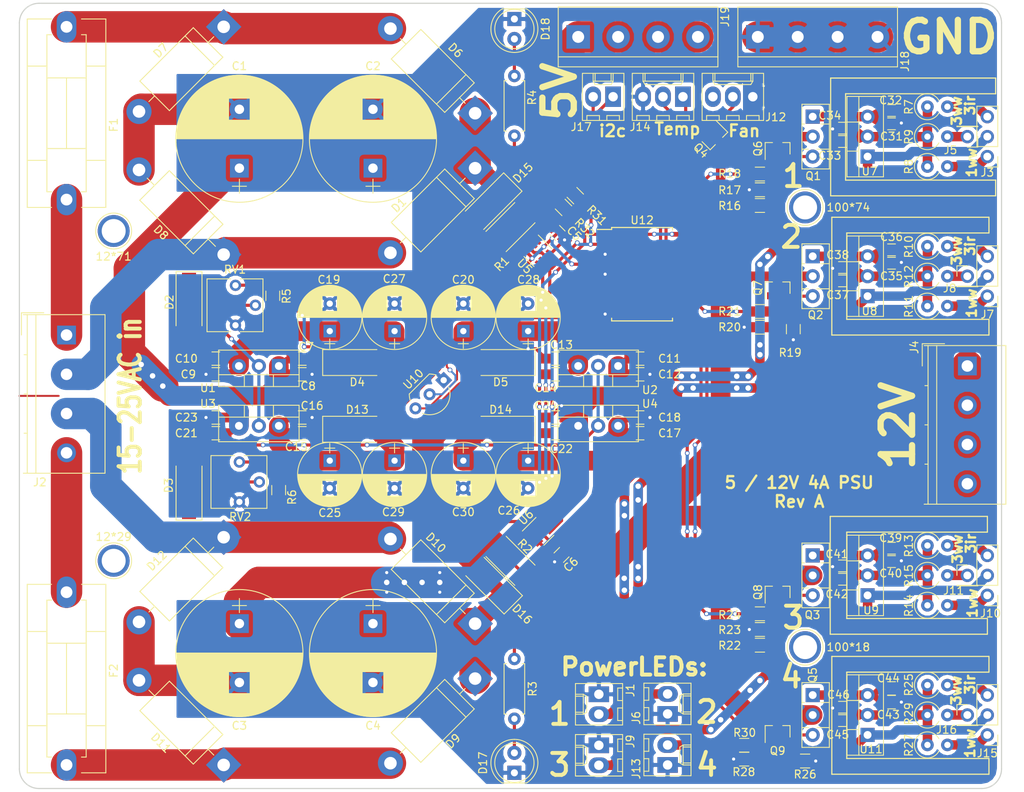
<source format=kicad_pcb>
(kicad_pcb (version 4) (host pcbnew 4.0.7)
  (layers (0 F.Cu signal) (31 B.Cu signal) (34 B.Paste user) (35 F.Paste user) (36 B.SilkS user) (37 F.SilkS user) (38 B.Mask user) (39 F.Mask user) (44 Edge.Cuts user))
  (net 0 "")
  (net 1 GND)
  (net 2 +12V)
  (net 3 +5V)
  (net 4 "Net-(D6-Pad2)")
  (net 5 "Net-(D11-Pad1)")
  (net 6 /CSL)
  (net 7 /SDA)
  (net 8 "Net-(D17-Pad2)")
  (net 9 "Net-(D18-Pad2)")
  (net 10 "Net-(C10-Pad2)")
  (net 11 "Net-(C13-Pad2)")
  (net 12 "Net-(C15-Pad2)")
  (net 13 "Net-(C17-Pad2)")
  (net 14 "Net-(D2-Pad1)")
  (net 15 "Net-(D3-Pad1)")
  (net 16 "Net-(R5-Pad2)")
  (net 17 "Net-(R6-Pad2)")
  (net 18 /16.5VDC1)
  (net 19 /16.5VDC2)
  (net 20 "Net-(C31-Pad1)")
  (net 21 "Net-(C33-Pad1)")
  (net 22 "Net-(C35-Pad1)")
  (net 23 "Net-(C37-Pad1)")
  (net 24 "Net-(C39-Pad1)")
  (net 25 "Net-(C41-Pad1)")
  (net 26 "Net-(C43-Pad1)")
  (net 27 "Net-(C45-Pad1)")
  (net 28 /18VAC2)
  (net 29 /5Vadj)
  (net 30 /5Vout)
  (net 31 /12Vout)
  (net 32 /18VAC4)
  (net 33 /18VAC1)
  (net 34 /18VAC3)
  (net 35 "Net-(J1-Pad2)")
  (net 36 "Net-(J3-Pad1)")
  (net 37 "Net-(J3-Pad3)")
  (net 38 "Net-(J6-Pad2)")
  (net 39 "Net-(J7-Pad1)")
  (net 40 "Net-(J7-Pad3)")
  (net 41 "Net-(J10-Pad2)")
  (net 42 "Net-(J10-Pad1)")
  (net 43 "Net-(J10-Pad3)")
  (net 44 "Net-(J12-Pad2)")
  (net 45 "Net-(J13-Pad2)")
  (net 46 /3.3v)
  (net 47 /Tdata)
  (net 48 "Net-(J15-Pad1)")
  (net 49 "Net-(J15-Pad3)")
  (net 50 /LED1)
  (net 51 /LED2)
  (net 52 /LED3)
  (net 53 /FAN)
  (net 54 /LED4)
  (net 55 /12Vadj)
  (net 56 "Net-(J5-Pad1)")
  (net 57 "Net-(J8-Pad1)")
  (net 58 "Net-(J11-Pad1)")
  (net 59 "Net-(J16-Pad1)")
  (net 60 "Net-(Q1-Pad3)")
  (net 61 "Net-(Q2-Pad3)")
  (net 62 "Net-(Q3-Pad3)")
  (net 63 "Net-(Q5-Pad3)")
  (net 64 "Net-(Q6-Pad1)")
  (net 65 "Net-(Q7-Pad1)")
  (net 66 "Net-(Q8-Pad1)")
  (net 67 "Net-(Q9-Pad1)")
  (module Terminal_Blocks:TerminalBlock_bornier-4_P5.08mm (layer F.Cu) (at 111.12 49.28)
    (fp_text reference J19 (at 18.68 -2.58 90) (layer F.SilkS))
    (fp_text value Conn_01x04)
    (pad 2 thru_hole circle (at 5.08 0) (size 3 3) (drill 1.52) (layers *.Cu *.Mask) (net 3 +5V))
    (pad 3 thru_hole circle (at 10.16 0) (size 3 3) (drill 1.52) (layers *.Cu *.Mask) (net 3 +5V))
    (pad 1 thru_hole rect (at 0 0) (size 3 3) (drill 1.52) (layers *.Cu *.Mask) (net 3 +5V))
    (pad 4 thru_hole circle (at 15.24 0) (size 3 3) (drill 1.52) (layers *.Cu *.Mask) (net 3 +5V))
  )
  (module Capacitors_SMD:C_0805_HandSoldering (layer F.Cu) (at 144.75 134.75 180)
    (fp_text reference C46 (at 0.5 1.7 180) (layer F.SilkS))
    (fp_text value .01uF)
    (pad 1 smd rect (at -1.25 0 180) (size 1.5 1.25) (layers F.Cu F.Paste F.Mask) (net 27 "Net-(C45-Pad1)"))
    (pad 2 smd rect (at 1.25 0 180) (size 1.5 1.25) (layers F.Cu F.Paste F.Mask) (net 1 GND))
  )
  (module TO_SOT_Packages_THT:TO-220_Vertical (layer F.Cu) (at 147.95 138.18 90)
    (fp_text reference U11 (at -1.82 0.45 180) (layer F.SilkS))
    (fp_text value LM317_3PinPackage)
    (pad 1 thru_hole rect (at 0 0 90) (size 1.8 1.8) (drill 1) (layers *.Cu *.Mask) (net 45 "Net-(J13-Pad2)"))
    (pad 2 thru_hole oval (at 2.54 0 90) (size 1.8 1.8) (drill 1) (layers *.Cu *.Mask) (net 27 "Net-(C45-Pad1)"))
    (pad 3 thru_hole oval (at 5.08 0 90) (size 1.8 1.8) (drill 1) (layers *.Cu *.Mask) (net 26 "Net-(C43-Pad1)"))
  )
  (module TO_SOT_Packages_THT:TO-220_Vertical (layer F.Cu) (at 147.95 82.3 90)
    (fp_text reference U8 (at -1.9 0.25 180) (layer F.SilkS))
    (fp_text value LM317_3PinPackage)
    (pad 1 thru_hole rect (at 0 0 90) (size 1.8 1.8) (drill 1) (layers *.Cu *.Mask) (net 38 "Net-(J6-Pad2)"))
    (pad 2 thru_hole oval (at 2.54 0 90) (size 1.8 1.8) (drill 1) (layers *.Cu *.Mask) (net 23 "Net-(C37-Pad1)"))
    (pad 3 thru_hole oval (at 5.08 0 90) (size 1.8 1.8) (drill 1) (layers *.Cu *.Mask) (net 22 "Net-(C35-Pad1)"))
  )
  (module Terminal_Blocks:TerminalBlock_Philmore_TB13x_04x5mm_Straight (layer F.Cu) (at 160.65 91.19 270)
    (fp_text reference J4 (at -2.39 6.75 270) (layer F.SilkS))
    (fp_text value Conn_01x04)
    (pad 1 thru_hole rect (at 0 0 270) (size 2.4 2.4) (drill 1.47) (layers *.Cu *.Mask) (net 2 +12V))
    (pad 2 thru_hole circle (at 5 0 270) (size 2.4 2.4) (drill 1.47) (layers *.Cu *.Mask) (net 2 +12V))
    (pad 3 thru_hole circle (at 10 0 270) (size 2.4 2.4) (drill 1.47) (layers *.Cu *.Mask) (net 2 +12V))
    (pad 4 thru_hole circle (at 15 0 270) (size 2.4 2.4) (drill 1.47) (layers *.Cu *.Mask) (net 2 +12V))
  )
  (module TO_SOT_Packages_THT:TO-220_Vertical (layer F.Cu) (at 147.95 120.4 90)
    (fp_text reference U9 (at -1.9 0.45 180) (layer F.SilkS))
    (fp_text value LM317_3PinPackage)
    (pad 1 thru_hole rect (at 0 0 90) (size 1.8 1.8) (drill 1) (layers *.Cu *.Mask) (net 41 "Net-(J10-Pad2)"))
    (pad 2 thru_hole oval (at 2.54 0 90) (size 1.8 1.8) (drill 1) (layers *.Cu *.Mask) (net 25 "Net-(C41-Pad1)"))
    (pad 3 thru_hole oval (at 5.08 0 90) (size 1.8 1.8) (drill 1) (layers *.Cu *.Mask) (net 24 "Net-(C39-Pad1)"))
  )
  (module TO_SOT_Packages_THT:TO-220_Vertical (layer F.Cu) (at 67.94 98.81)
    (fp_text reference U3 (at -3.94 -2.81) (layer F.SilkS))
    (fp_text value LM7805CT)
    (pad 1 thru_hole rect (at 0 0) (size 1.8 1.8) (drill 1) (layers *.Cu *.Mask) (net 18 /16.5VDC1))
    (pad 2 thru_hole oval (at 2.54 0) (size 1.8 1.8) (drill 1) (layers *.Cu *.Mask) (net 29 /5Vadj))
    (pad 3 thru_hole oval (at 5.08 0) (size 1.8 1.8) (drill 1) (layers *.Cu *.Mask) (net 12 "Net-(C15-Pad2)"))
  )
  (module TO_SOT_Packages_THT:TO-220_Vertical (layer F.Cu) (at 73.02 91.19 180)
    (fp_text reference U1 (at 9.02 -2.81 180) (layer F.SilkS))
    (fp_text value LM7805CT)
    (pad 1 thru_hole rect (at 0 0 180) (size 1.8 1.8) (drill 1) (layers *.Cu *.Mask) (net 18 /16.5VDC1))
    (pad 2 thru_hole oval (at 2.54 0 180) (size 1.8 1.8) (drill 1) (layers *.Cu *.Mask) (net 29 /5Vadj))
    (pad 3 thru_hole oval (at 5.08 0 180) (size 1.8 1.8) (drill 1) (layers *.Cu *.Mask) (net 10 "Net-(C10-Pad2)"))
  )
  (module TO_SOT_Packages_THT:TO-220_Vertical (layer F.Cu) (at 111.12 98.81)
    (fp_text reference U4 (at 9.13 -2.81) (layer F.SilkS))
    (fp_text value LM7812CT)
    (pad 1 thru_hole rect (at 0 0) (size 1.8 1.8) (drill 1) (layers *.Cu *.Mask) (net 19 /16.5VDC2))
    (pad 2 thru_hole oval (at 2.54 0) (size 1.8 1.8) (drill 1) (layers *.Cu *.Mask) (net 55 /12Vadj))
    (pad 3 thru_hole oval (at 5.08 0) (size 1.8 1.8) (drill 1) (layers *.Cu *.Mask) (net 13 "Net-(C17-Pad2)"))
  )
  (module TO_SOT_Packages_THT:TO-220_Vertical (layer F.Cu) (at 116.2 91.19 180)
    (fp_text reference U2 (at -4.05 -3.06 180) (layer F.SilkS))
    (fp_text value LM7812CT)
    (pad 1 thru_hole rect (at 0 0 180) (size 1.8 1.8) (drill 1) (layers *.Cu *.Mask) (net 19 /16.5VDC2))
    (pad 2 thru_hole oval (at 2.54 0 180) (size 1.8 1.8) (drill 1) (layers *.Cu *.Mask) (net 55 /12Vadj))
    (pad 3 thru_hole oval (at 5.08 0 180) (size 1.8 1.8) (drill 1) (layers *.Cu *.Mask) (net 11 "Net-(C13-Pad2)"))
  )
  (module Resistors_SMD:R_0805_HandSoldering (layer F.Cu) (at 109.25 71 135)
    (fp_text reference R32 (at -3.783021 0.035355 135) (layer F.SilkS))
    (fp_text value 2k2)
    (pad 1 smd rect (at -1.35 0 135) (size 1.5 1.3) (layers F.Cu F.Paste F.Mask) (net 6 /CSL))
    (pad 2 smd rect (at 1.35 0 135) (size 1.5 1.3) (layers F.Cu F.Paste F.Mask) (net 3 +5V))
  )
  (module Resistors_SMD:R_0805_HandSoldering (layer F.Cu) (at 110.75 69.5 315)
    (fp_text reference R31 (at 3.712311 -0.176777 315) (layer F.SilkS))
    (fp_text value 2k2)
    (pad 1 smd rect (at -1.35 0 315) (size 1.5 1.3) (layers F.Cu F.Paste F.Mask) (net 3 +5V))
    (pad 2 smd rect (at 1.35 0 315) (size 1.5 1.3) (layers F.Cu F.Paste F.Mask) (net 7 /SDA))
  )
  (module Connectors_Molex:Molex_KK-6410-02_02x2.54mm_Straight (layer F.Cu) (at 115.565 56.9 180)
    (fp_text reference J17 (at 4.065 -3.85 180) (layer F.SilkS))
    (fp_text value Conn_01x02)
    (pad 1 thru_hole rect (at 0 0 180) (size 2 2.6) (drill 1.2) (layers *.Cu *.Mask) (net 7 /SDA))
    (pad 2 thru_hole oval (at 2.54 0 180) (size 2 2.6) (drill 1.2) (layers *.Cu *.Mask) (net 6 /CSL))
  )
  (module TO_SOT_Packages_THT:TO-92_Inline_Wide (layer F.Cu) (at 94 93 225)
    (fp_text reference U10 (at 2.63 2.81 405) (layer F.SilkS))
    (fp_text value DS18B20)
    (pad 2 thru_hole circle (at 2.54 0 315) (size 1.52 1.52) (drill 0.8) (layers *.Cu *.Mask) (net 47 /Tdata))
    (pad 3 thru_hole circle (at 5.08 0 315) (size 1.52 1.52) (drill 0.8) (layers *.Cu *.Mask) (net 46 /3.3v))
    (pad 1 thru_hole rect (at 0 0 315) (size 1.52 1.52) (drill 0.8) (layers *.Cu *.Mask) (net 1 GND))
  )
  (module Resistors_ThroughHole:R_Axial_DIN0309_L9.0mm_D3.2mm_P2.54mm_Vertical (layer F.Cu) (at 155.57 135.64)
    (fp_text reference R29 (at -2.37 -0.14 90) (layer F.SilkS))
    (fp_text value 1R8)
    (pad 1 thru_hole circle (at 0 0) (size 1.6 1.6) (drill 0.8) (layers *.Cu *.Mask) (net 27 "Net-(C45-Pad1)"))
    (pad 2 thru_hole oval (at 2.54 0) (size 1.6 1.6) (drill 0.8) (layers *.Cu *.Mask) (net 59 "Net-(J16-Pad1)"))
  )
  (module Resistors_ThroughHole:R_Axial_DIN0309_L9.0mm_D3.2mm_P2.54mm_Vertical (layer F.Cu) (at 155.57 139.45)
    (fp_text reference R27 (at -2.37 0.05 90) (layer F.SilkS))
    (fp_text value 3R9)
    (pad 1 thru_hole circle (at 0 0) (size 1.6 1.6) (drill 0.8) (layers *.Cu *.Mask) (net 27 "Net-(C45-Pad1)"))
    (pad 2 thru_hole oval (at 2.54 0) (size 1.6 1.6) (drill 0.8) (layers *.Cu *.Mask) (net 48 "Net-(J15-Pad1)"))
  )
  (module Resistors_ThroughHole:R_Axial_DIN0309_L9.0mm_D3.2mm_P2.54mm_Vertical (layer F.Cu) (at 155.57 131.83)
    (fp_text reference R25 (at -2.37 -0.03 90) (layer F.SilkS))
    (fp_text value 2R7)
    (pad 1 thru_hole circle (at 0 0) (size 1.6 1.6) (drill 0.8) (layers *.Cu *.Mask) (net 27 "Net-(C45-Pad1)"))
    (pad 2 thru_hole oval (at 2.54 0) (size 1.6 1.6) (drill 0.8) (layers *.Cu *.Mask) (net 49 "Net-(J15-Pad3)"))
  )
  (module Resistors_ThroughHole:R_Axial_DIN0309_L9.0mm_D3.2mm_P2.54mm_Vertical (layer F.Cu) (at 155.57 117.86)
    (fp_text reference R15 (at -2.37 0.04 90) (layer F.SilkS))
    (fp_text value 1R8)
    (pad 1 thru_hole circle (at 0 0) (size 1.6 1.6) (drill 0.8) (layers *.Cu *.Mask) (net 25 "Net-(C41-Pad1)"))
    (pad 2 thru_hole oval (at 2.54 0) (size 1.6 1.6) (drill 0.8) (layers *.Cu *.Mask) (net 58 "Net-(J11-Pad1)"))
  )
  (module Resistors_ThroughHole:R_Axial_DIN0309_L9.0mm_D3.2mm_P2.54mm_Vertical (layer F.Cu) (at 155.57 121.67)
    (fp_text reference R14 (at -2.37 0.03 90) (layer F.SilkS))
    (fp_text value 3R9)
    (pad 1 thru_hole circle (at 0 0) (size 1.6 1.6) (drill 0.8) (layers *.Cu *.Mask) (net 25 "Net-(C41-Pad1)"))
    (pad 2 thru_hole oval (at 2.54 0) (size 1.6 1.6) (drill 0.8) (layers *.Cu *.Mask) (net 42 "Net-(J10-Pad1)"))
  )
  (module Resistors_ThroughHole:R_Axial_DIN0309_L9.0mm_D3.2mm_P2.54mm_Vertical (layer F.Cu) (at 155.57 114.05)
    (fp_text reference R13 (at -2.37 0.05 90) (layer F.SilkS))
    (fp_text value 2R7)
    (pad 1 thru_hole circle (at 0 0) (size 1.6 1.6) (drill 0.8) (layers *.Cu *.Mask) (net 25 "Net-(C41-Pad1)"))
    (pad 2 thru_hole oval (at 2.54 0) (size 1.6 1.6) (drill 0.8) (layers *.Cu *.Mask) (net 43 "Net-(J10-Pad3)"))
  )
  (module Resistors_ThroughHole:R_Axial_DIN0309_L9.0mm_D3.2mm_P2.54mm_Vertical (layer F.Cu) (at 155.57 79.76)
    (fp_text reference R12 (at -2.37 0.04 90) (layer F.SilkS))
    (fp_text value 1R8)
    (pad 1 thru_hole circle (at 0 0) (size 1.6 1.6) (drill 0.8) (layers *.Cu *.Mask) (net 23 "Net-(C37-Pad1)"))
    (pad 2 thru_hole oval (at 2.54 0) (size 1.6 1.6) (drill 0.8) (layers *.Cu *.Mask) (net 57 "Net-(J8-Pad1)"))
  )
  (module Resistors_ThroughHole:R_Axial_DIN0309_L9.0mm_D3.2mm_P2.54mm_Vertical (layer F.Cu) (at 155.57 83.57)
    (fp_text reference R11 (at -2.37 0.03 90) (layer F.SilkS))
    (fp_text value 3R9)
    (pad 1 thru_hole circle (at 0 0) (size 1.6 1.6) (drill 0.8) (layers *.Cu *.Mask) (net 23 "Net-(C37-Pad1)"))
    (pad 2 thru_hole oval (at 2.54 0) (size 1.6 1.6) (drill 0.8) (layers *.Cu *.Mask) (net 39 "Net-(J7-Pad1)"))
  )
  (module Resistors_ThroughHole:R_Axial_DIN0309_L9.0mm_D3.2mm_P2.54mm_Vertical (layer F.Cu) (at 155.57 75.95)
    (fp_text reference R10 (at -2.37 0.05 90) (layer F.SilkS))
    (fp_text value 2R7)
    (pad 1 thru_hole circle (at 0 0) (size 1.6 1.6) (drill 0.8) (layers *.Cu *.Mask) (net 23 "Net-(C37-Pad1)"))
    (pad 2 thru_hole oval (at 2.54 0) (size 1.6 1.6) (drill 0.8) (layers *.Cu *.Mask) (net 40 "Net-(J7-Pad3)"))
  )
  (module Resistors_ThroughHole:R_Axial_DIN0309_L9.0mm_D3.2mm_P2.54mm_Vertical (layer F.Cu) (at 155.57 61.98)
    (fp_text reference R9 (at -2.37 0.02 90) (layer F.SilkS))
    (fp_text value 1R8)
    (pad 1 thru_hole circle (at 0 0) (size 1.6 1.6) (drill 0.8) (layers *.Cu *.Mask) (net 21 "Net-(C33-Pad1)"))
    (pad 2 thru_hole oval (at 2.54 0) (size 1.6 1.6) (drill 0.8) (layers *.Cu *.Mask) (net 56 "Net-(J5-Pad1)"))
  )
  (module Resistors_ThroughHole:R_Axial_DIN0309_L9.0mm_D3.2mm_P2.54mm_Vertical (layer F.Cu) (at 155.57 65.79)
    (fp_text reference R8 (at -2.37 0.01 90) (layer F.SilkS))
    (fp_text value 3R9)
    (pad 1 thru_hole circle (at 0 0) (size 1.6 1.6) (drill 0.8) (layers *.Cu *.Mask) (net 21 "Net-(C33-Pad1)"))
    (pad 2 thru_hole oval (at 2.54 0) (size 1.6 1.6) (drill 0.8) (layers *.Cu *.Mask) (net 36 "Net-(J3-Pad1)"))
  )
  (module Resistors_ThroughHole:R_Axial_DIN0309_L9.0mm_D3.2mm_P2.54mm_Vertical (layer F.Cu) (at 155.57 58.17)
    (fp_text reference R7 (at -2.37 0.03 90) (layer F.SilkS))
    (fp_text value 2R7)
    (pad 1 thru_hole circle (at 0 0) (size 1.6 1.6) (drill 0.8) (layers *.Cu *.Mask) (net 21 "Net-(C33-Pad1)"))
    (pad 2 thru_hole oval (at 2.54 0) (size 1.6 1.6) (drill 0.8) (layers *.Cu *.Mask) (net 37 "Net-(J3-Pad3)"))
  )
  (module TO_SOT_Packages_THT:TO-126_Vertical (layer F.Cu) (at 140.965 133.1 270)
    (fp_text reference Q5 (at -2.54 0 270) (layer F.SilkS))
    (fp_text value BD139)
    (pad 1 thru_hole rect (at 0 0 270) (size 1.8 1.8) (drill 1) (layers *.Cu *.Mask) (net 26 "Net-(C43-Pad1)"))
    (pad 2 thru_hole oval (at 2.54 0 270) (size 1.8 1.8) (drill 1) (layers *.Cu *.Mask) (net 2 +12V))
    (pad 3 thru_hole oval (at 5.08 0 270) (size 1.8 1.8) (drill 1) (layers *.Cu *.Mask) (net 63 "Net-(Q5-Pad3)"))
  )
  (module TO_SOT_Packages_SMD:SOT-23 (layer F.Cu) (at 128.5 62 315)
    (fp_text reference Q4 (at 0 2.474874 315) (layer F.SilkS))
    (fp_text value BC847)
    (pad 1 smd rect (at -1 -0.95 315) (size 0.9 0.8) (layers F.Cu F.Paste F.Mask) (net 53 /FAN))
    (pad 2 smd rect (at -1 0.95 315) (size 0.9 0.8) (layers F.Cu F.Paste F.Mask) (net 44 "Net-(J12-Pad2)"))
    (pad 3 smd rect (at 1 0 315) (size 0.9 0.8) (layers F.Cu F.Paste F.Mask) (net 2 +12V))
  )
  (module TO_SOT_Packages_THT:TO-126_Vertical (layer F.Cu) (at 140.965 115.32 270)
    (fp_text reference Q3 (at 7.58 0.03 360) (layer F.SilkS))
    (fp_text value BD139)
    (pad 1 thru_hole rect (at 0 0 270) (size 1.8 1.8) (drill 1) (layers *.Cu *.Mask) (net 24 "Net-(C39-Pad1)"))
    (pad 2 thru_hole oval (at 2.54 0 270) (size 1.8 1.8) (drill 1) (layers *.Cu *.Mask) (net 2 +12V))
    (pad 3 thru_hole oval (at 5.08 0 270) (size 1.8 1.8) (drill 1) (layers *.Cu *.Mask) (net 62 "Net-(Q3-Pad3)"))
  )
  (module TO_SOT_Packages_THT:TO-126_Vertical (layer F.Cu) (at 140.965 77.22 270)
    (fp_text reference Q2 (at 7.48 -0.37 360) (layer F.SilkS))
    (fp_text value BD139)
    (pad 1 thru_hole rect (at 0 0 270) (size 1.8 1.8) (drill 1) (layers *.Cu *.Mask) (net 22 "Net-(C35-Pad1)"))
    (pad 2 thru_hole oval (at 2.54 0 270) (size 1.8 1.8) (drill 1) (layers *.Cu *.Mask) (net 2 +12V))
    (pad 3 thru_hole oval (at 5.08 0 270) (size 1.8 1.8) (drill 1) (layers *.Cu *.Mask) (net 61 "Net-(Q2-Pad3)"))
  )
  (module TO_SOT_Packages_THT:TO-126_Vertical (layer F.Cu) (at 140.965 59.44 270)
    (fp_text reference Q1 (at 7.56 -0.07 360) (layer F.SilkS))
    (fp_text value BD139)
    (pad 1 thru_hole rect (at 0 0 270) (size 1.8 1.8) (drill 1) (layers *.Cu *.Mask) (net 20 "Net-(C31-Pad1)"))
    (pad 2 thru_hole oval (at 2.54 0 270) (size 1.8 1.8) (drill 1) (layers *.Cu *.Mask) (net 2 +12V))
    (pad 3 thru_hole oval (at 5.08 0 270) (size 1.8 1.8) (drill 1) (layers *.Cu *.Mask) (net 60 "Net-(Q1-Pad3)"))
  )
  (module Pin_Headers:Pin_Header_Straight_1x01_Pitch2.54mm (layer F.Cu) (at 160.65 135.64)
    (fp_text reference J16 (at -2.65 1.86) (layer F.SilkS))
    (fp_text value Conn_01x01)
    (pad 1 thru_hole circle (at 0 0) (size 1.7 1.7) (drill 1) (layers *.Cu *.Mask) (net 59 "Net-(J16-Pad1)"))
  )
  (module Pin_Headers:Pin_Header_Straight_1x03_Pitch2.54mm (layer F.Cu) (at 163.19 138.18 180)
    (fp_text reference J15 (at 0 -2.33 180) (layer F.SilkS))
    (fp_text value Conn_01x03)
    (pad 1 thru_hole circle (at 0 0 180) (size 1.7 1.7) (drill 1) (layers *.Cu *.Mask) (net 48 "Net-(J15-Pad1)"))
    (pad 2 thru_hole oval (at 0 2.54 180) (size 1.7 1.7) (drill 1) (layers *.Cu *.Mask) (net 45 "Net-(J13-Pad2)"))
    (pad 3 thru_hole oval (at 0 5.08 180) (size 1.7 1.7) (drill 1) (layers *.Cu *.Mask) (net 49 "Net-(J15-Pad3)"))
  )
  (module Connectors_Molex:Molex_KK-6410-03_03x2.54mm_Straight (layer F.Cu) (at 124.455 56.9 180)
    (fp_text reference J14 (at 5.455 -3.85 180) (layer F.SilkS))
    (fp_text value Conn_01x03)
    (pad 1 thru_hole rect (at 0 0 180) (size 2 2.6) (drill 1.2) (layers *.Cu *.Mask) (net 46 /3.3v))
    (pad 2 thru_hole oval (at 2.54 0 180) (size 2 2.6) (drill 1.2) (layers *.Cu *.Mask) (net 47 /Tdata))
    (pad 3 thru_hole oval (at 5.08 0 180) (size 2 2.6) (drill 1.2) (layers *.Cu *.Mask) (net 1 GND))
  )
  (module Connectors_Molex:Molex_KK-6410-02_02x2.54mm_Straight (layer F.Cu) (at 122.5 142 90)
    (fp_text reference J13 (at -0.5 -4 90) (layer F.SilkS))
    (fp_text value Conn_01x02)
    (pad 1 thru_hole rect (at 0 0 90) (size 2 2.6) (drill 1.2) (layers *.Cu *.Mask) (net 1 GND))
    (pad 2 thru_hole oval (at 2.54 0 90) (size 2 2.6) (drill 1.2) (layers *.Cu *.Mask) (net 45 "Net-(J13-Pad2)"))
  )
  (module Pin_Headers:Pin_Header_Straight_1x01_Pitch2.54mm (layer F.Cu) (at 160.65 117.86)
    (fp_text reference J11 (at -1.75 1.94) (layer F.SilkS))
    (fp_text value Conn_01x01)
    (pad 1 thru_hole circle (at 0 0) (size 1.7 1.7) (drill 1) (layers *.Cu *.Mask) (net 58 "Net-(J11-Pad1)"))
  )
  (module Pin_Headers:Pin_Header_Straight_1x03_Pitch2.54mm (layer F.Cu) (at 163.19 120.4 180)
    (fp_text reference J10 (at -0.41 -2.3 180) (layer F.SilkS))
    (fp_text value Conn_01x03)
    (pad 1 thru_hole circle (at 0 0 180) (size 1.7 1.7) (drill 1) (layers *.Cu *.Mask) (net 42 "Net-(J10-Pad1)"))
    (pad 2 thru_hole oval (at 0 2.54 180) (size 1.7 1.7) (drill 1) (layers *.Cu *.Mask) (net 41 "Net-(J10-Pad2)"))
    (pad 3 thru_hole oval (at 0 5.08 180) (size 1.7 1.7) (drill 1) (layers *.Cu *.Mask) (net 43 "Net-(J10-Pad3)"))
  )
  (module Connectors_Molex:Molex_KK-6410-02_02x2.54mm_Straight (layer F.Cu) (at 113.75 139.5 270)
    (fp_text reference J9 (at -0.5 -4 270) (layer F.SilkS))
    (fp_text value Conn_01x02)
    (pad 1 thru_hole rect (at 0 0 270) (size 2 2.6) (drill 1.2) (layers *.Cu *.Mask) (net 1 GND))
    (pad 2 thru_hole oval (at 2.54 0 270) (size 2 2.6) (drill 1.2) (layers *.Cu *.Mask) (net 41 "Net-(J10-Pad2)"))
  )
  (module Pin_Headers:Pin_Header_Straight_1x01_Pitch2.54mm (layer F.Cu) (at 160.65 79.76)
    (fp_text reference J8 (at -2.25 1.54) (layer F.SilkS))
    (fp_text value Conn_01x01)
    (pad 1 thru_hole circle (at 0 0) (size 1.7 1.7) (drill 1) (layers *.Cu *.Mask) (net 57 "Net-(J8-Pad1)"))
  )
  (module Pin_Headers:Pin_Header_Straight_1x03_Pitch2.54mm (layer F.Cu) (at 163.19 82.3 180)
    (fp_text reference J7 (at 0 -2.33 180) (layer F.SilkS))
    (fp_text value Conn_01x03)
    (pad 1 thru_hole circle (at 0 0 180) (size 1.7 1.7) (drill 1) (layers *.Cu *.Mask) (net 39 "Net-(J7-Pad1)"))
    (pad 2 thru_hole oval (at 0 2.54 180) (size 1.7 1.7) (drill 1) (layers *.Cu *.Mask) (net 38 "Net-(J6-Pad2)"))
    (pad 3 thru_hole oval (at 0 5.08 180) (size 1.7 1.7) (drill 1) (layers *.Cu *.Mask) (net 40 "Net-(J7-Pad3)"))
  )
  (module Connectors_Molex:Molex_KK-6410-02_02x2.54mm_Straight (layer F.Cu) (at 122.5 135.5 90)
    (fp_text reference J6 (at -0.5 -4 90) (layer F.SilkS))
    (fp_text value Conn_01x02)
    (pad 1 thru_hole rect (at 0 0 90) (size 2 2.6) (drill 1.2) (layers *.Cu *.Mask) (net 1 GND))
    (pad 2 thru_hole oval (at 2.54 0 90) (size 2 2.6) (drill 1.2) (layers *.Cu *.Mask) (net 38 "Net-(J6-Pad2)"))
  )
  (module Pin_Headers:Pin_Header_Straight_1x01_Pitch2.54mm (layer F.Cu) (at 160.65 61.98 180)
    (fp_text reference J5 (at 2.15 -1.72 180) (layer F.SilkS))
    (fp_text value Conn_01x01)
    (pad 1 thru_hole circle (at 0 0 180) (size 1.7 1.7) (drill 1) (layers *.Cu *.Mask) (net 56 "Net-(J5-Pad1)"))
  )
  (module Pin_Headers:Pin_Header_Straight_1x03_Pitch2.54mm (layer F.Cu) (at 163.19 64.52 180)
    (fp_text reference J3 (at 0 -2.032 180) (layer F.SilkS))
    (fp_text value Conn_01x03)
    (pad 1 thru_hole circle (at 0 0 180) (size 1.7 1.7) (drill 1) (layers *.Cu *.Mask) (net 36 "Net-(J3-Pad1)"))
    (pad 2 thru_hole oval (at 0 2.54 180) (size 1.7 1.7) (drill 1) (layers *.Cu *.Mask) (net 35 "Net-(J1-Pad2)"))
    (pad 3 thru_hole oval (at 0 5.08 180) (size 1.7 1.7) (drill 1) (layers *.Cu *.Mask) (net 37 "Net-(J3-Pad3)"))
  )
  (module Terminal_Blocks:TerminalBlock_Philmore_TB13x_04x5mm_Straight (layer F.Cu) (at 46 87.25 270)
    (fp_text reference J2 (at 18.75 3.4 360) (layer F.SilkS))
    (fp_text value Conn_01x04)
    (pad 1 thru_hole rect (at 0 0 270) (size 2.4 2.4) (drill 1.47) (layers *.Cu *.Mask) (net 33 /18VAC1))
    (pad 2 thru_hole circle (at 5 0 270) (size 2.4 2.4) (drill 1.47) (layers *.Cu *.Mask) (net 28 /18VAC2))
    (pad 3 thru_hole circle (at 10 0 270) (size 2.4 2.4) (drill 1.47) (layers *.Cu *.Mask) (net 34 /18VAC3))
    (pad 4 thru_hole circle (at 15 0 270) (size 2.4 2.4) (drill 1.47) (layers *.Cu *.Mask) (net 32 /18VAC4))
  )
  (module Connectors_Molex:Molex_KK-6410-02_02x2.54mm_Straight (layer F.Cu) (at 113.75 133 270)
    (fp_text reference J1 (at -0.5 -4 270) (layer F.SilkS))
    (fp_text value Conn_01x02)
    (pad 1 thru_hole rect (at 0 0 270) (size 2 2.6) (drill 1.2) (layers *.Cu *.Mask) (net 1 GND))
    (pad 2 thru_hole oval (at 2.54 0 270) (size 2 2.6) (drill 1.2) (layers *.Cu *.Mask) (net 35 "Net-(J1-Pad2)"))
  )
  (module Capacitors_SMD:C_0805_HandSoldering (layer F.Cu) (at 144.75 136.25 180)
    (fp_text reference C45 (at 0.6 -1.9 180) (layer F.SilkS))
    (fp_text value .1uF)
    (pad 1 smd rect (at -1.25 0 180) (size 1.5 1.25) (layers F.Cu F.Paste F.Mask) (net 27 "Net-(C45-Pad1)"))
    (pad 2 smd rect (at 1.25 0 180) (size 1.5 1.25) (layers F.Cu F.Paste F.Mask) (net 1 GND))
  )
  (module Capacitors_SMD:C_0805_HandSoldering (layer F.Cu) (at 151 132.25)
    (fp_text reference C44 (at -0.4 -1.3) (layer F.SilkS))
    (fp_text value .1uF)
    (pad 1 smd rect (at -1.25 0) (size 1.5 1.25) (layers F.Cu F.Paste F.Mask) (net 26 "Net-(C43-Pad1)"))
    (pad 2 smd rect (at 1.25 0) (size 1.5 1.25) (layers F.Cu F.Paste F.Mask) (net 1 GND))
  )
  (module Capacitors_SMD:C_0805_HandSoldering (layer F.Cu) (at 151 134)
    (fp_text reference C43 (at -0.4 1.6) (layer F.SilkS))
    (fp_text value .01uF)
    (pad 1 smd rect (at -1.25 0) (size 1.5 1.25) (layers F.Cu F.Paste F.Mask) (net 26 "Net-(C43-Pad1)"))
    (pad 2 smd rect (at 1.25 0) (size 1.5 1.25) (layers F.Cu F.Paste F.Mask) (net 1 GND))
  )
  (module Capacitors_SMD:C_0805_HandSoldering (layer F.Cu) (at 144.75 118.25 180)
    (fp_text reference C42 (at 0.7 -2 180) (layer F.SilkS))
    (fp_text value .01uF)
    (pad 1 smd rect (at -1.25 0 180) (size 1.5 1.25) (layers F.Cu F.Paste F.Mask) (net 25 "Net-(C41-Pad1)"))
    (pad 2 smd rect (at 1.25 0 180) (size 1.5 1.25) (layers F.Cu F.Paste F.Mask) (net 1 GND))
  )
  (module Capacitors_SMD:C_0805_HandSoldering (layer F.Cu) (at 144.75 116.75 180)
    (fp_text reference C41 (at 0.7 1.6 180) (layer F.SilkS))
    (fp_text value .1uF)
    (pad 1 smd rect (at -1.25 0 180) (size 1.5 1.25) (layers F.Cu F.Paste F.Mask) (net 25 "Net-(C41-Pad1)"))
    (pad 2 smd rect (at 1.25 0 180) (size 1.5 1.25) (layers F.Cu F.Paste F.Mask) (net 1 GND))
  )
  (module Capacitors_SMD:C_0805_HandSoldering (layer F.Cu) (at 151 116)
    (fp_text reference C40 (at -0.1 1.6) (layer F.SilkS))
    (fp_text value .1uF)
    (pad 1 smd rect (at -1.25 0) (size 1.5 1.25) (layers F.Cu F.Paste F.Mask) (net 24 "Net-(C39-Pad1)"))
    (pad 2 smd rect (at 1.25 0) (size 1.5 1.25) (layers F.Cu F.Paste F.Mask) (net 1 GND))
  )
  (module Capacitors_SMD:C_0805_HandSoldering (layer F.Cu) (at 151 114.5)
    (fp_text reference C39 (at -0.1 -1.4) (layer F.SilkS))
    (fp_text value .01uF)
    (pad 1 smd rect (at -1.25 0) (size 1.5 1.25) (layers F.Cu F.Paste F.Mask) (net 24 "Net-(C39-Pad1)"))
    (pad 2 smd rect (at 1.25 0) (size 1.5 1.25) (layers F.Cu F.Paste F.Mask) (net 1 GND))
  )
  (module Capacitors_SMD:C_0805_HandSoldering (layer F.Cu) (at 144.75 78.75 180)
    (fp_text reference C38 (at 0.6 1.7 180) (layer F.SilkS))
    (fp_text value .01uF)
    (pad 1 smd rect (at -1.25 0 180) (size 1.5 1.25) (layers F.Cu F.Paste F.Mask) (net 23 "Net-(C37-Pad1)"))
    (pad 2 smd rect (at 1.25 0 180) (size 1.5 1.25) (layers F.Cu F.Paste F.Mask) (net 1 GND))
  )
  (module Capacitors_SMD:C_0805_HandSoldering (layer F.Cu) (at 144.75 80.25 180)
    (fp_text reference C37 (at 0.6 -1.9 180) (layer F.SilkS))
    (fp_text value .1uF)
    (pad 1 smd rect (at -1.25 0 180) (size 1.5 1.25) (layers F.Cu F.Paste F.Mask) (net 23 "Net-(C37-Pad1)"))
    (pad 2 smd rect (at 1.25 0 180) (size 1.5 1.25) (layers F.Cu F.Paste F.Mask) (net 1 GND))
  )
  (module Capacitors_SMD:C_0805_HandSoldering (layer F.Cu) (at 151 76.5)
    (fp_text reference C36 (at 0 -1.75) (layer F.SilkS))
    (fp_text value .1uF)
    (pad 1 smd rect (at -1.25 0) (size 1.5 1.25) (layers F.Cu F.Paste F.Mask) (net 22 "Net-(C35-Pad1)"))
    (pad 2 smd rect (at 1.25 0) (size 1.5 1.25) (layers F.Cu F.Paste F.Mask) (net 1 GND))
  )
  (module Capacitors_SMD:C_0805_HandSoldering (layer F.Cu) (at 151 78)
    (fp_text reference C35 (at 0 1.75) (layer F.SilkS))
    (fp_text value .01uF)
    (pad 1 smd rect (at -1.25 0) (size 1.5 1.25) (layers F.Cu F.Paste F.Mask) (net 22 "Net-(C35-Pad1)"))
    (pad 2 smd rect (at 1.25 0) (size 1.5 1.25) (layers F.Cu F.Paste F.Mask) (net 1 GND))
  )
  (module Capacitors_SMD:C_0805_HandSoldering (layer F.Cu) (at 144.75 61 180)
    (fp_text reference C34 (at 1.6 1.7 180) (layer F.SilkS))
    (fp_text value .01uF)
    (pad 1 smd rect (at -1.25 0 180) (size 1.5 1.25) (layers F.Cu F.Paste F.Mask) (net 21 "Net-(C33-Pad1)"))
    (pad 2 smd rect (at 1.25 0 180) (size 1.5 1.25) (layers F.Cu F.Paste F.Mask) (net 1 GND))
  )
  (module Capacitors_SMD:C_0805_HandSoldering (layer F.Cu) (at 144.75 62.5 180)
    (fp_text reference C33 (at 1.6 -1.9 180) (layer F.SilkS))
    (fp_text value .1uF)
    (pad 1 smd rect (at -1.25 0 180) (size 1.5 1.25) (layers F.Cu F.Paste F.Mask) (net 21 "Net-(C33-Pad1)"))
    (pad 2 smd rect (at 1.25 0 180) (size 1.5 1.25) (layers F.Cu F.Paste F.Mask) (net 1 GND))
  )
  (module Capacitors_SMD:C_0805_HandSoldering (layer F.Cu) (at 151 58.75)
    (fp_text reference C32 (at -0.1 -1.4) (layer F.SilkS))
    (fp_text value .1uF)
    (pad 1 smd rect (at -1.25 0) (size 1.5 1.25) (layers F.Cu F.Paste F.Mask) (net 20 "Net-(C31-Pad1)"))
    (pad 2 smd rect (at 1.25 0) (size 1.5 1.25) (layers F.Cu F.Paste F.Mask) (net 1 GND))
  )
  (module Capacitors_SMD:C_0805_HandSoldering (layer F.Cu) (at 151 60.25)
    (fp_text reference C31 (at 0 1.7) (layer F.SilkS))
    (fp_text value .01uF)
    (pad 1 smd rect (at -1.25 0) (size 1.5 1.25) (layers F.Cu F.Paste F.Mask) (net 20 "Net-(C31-Pad1)"))
    (pad 2 smd rect (at 1.25 0) (size 1.5 1.25) (layers F.Cu F.Paste F.Mask) (net 1 GND))
  )
  (module Diodes_ThroughHole:D_DO-201_P15.24mm_Horizontal (layer F.Cu) (at 66 77 135)
    (fp_text reference D8 (at 7.62 -3.665 135) (layer F.SilkS))
    (fp_text value SR560)
    (pad 1 thru_hole rect (at 0 0 135) (size 3.2 3.2) (drill 1.6) (layers *.Cu *.Mask) (net 28 /18VAC2))
    (pad 2 thru_hole oval (at 15.24 0 135) (size 3.2 3.2) (drill 1.6) (layers *.Cu *.Mask) (net 1 GND))
  )
  (module Capacitors_ThroughHole:CP_Radial_D8.0mm_P3.50mm (layer F.Cu) (at 96.5 103.25 270)
    (fp_text reference C30 (at 6.55 0 360) (layer F.SilkS))
    (fp_text value 470uF)
    (pad 1 thru_hole rect (at 0 0 270) (size 1.6 1.6) (drill 0.8) (layers *.Cu *.Mask) (net 13 "Net-(C17-Pad2)"))
    (pad 2 thru_hole circle (at 3.5 0 270) (size 1.6 1.6) (drill 0.8) (layers *.Cu *.Mask) (net 1 GND))
  )
  (module Capacitors_ThroughHole:CP_Radial_D8.0mm_P3.50mm (layer F.Cu) (at 87.75 103.25 270)
    (fp_text reference C29 (at 6.55 0.15 360) (layer F.SilkS))
    (fp_text value 470uF)
    (pad 1 thru_hole rect (at 0 0 270) (size 1.6 1.6) (drill 0.8) (layers *.Cu *.Mask) (net 12 "Net-(C15-Pad2)"))
    (pad 2 thru_hole circle (at 3.5 0 270) (size 1.6 1.6) (drill 0.8) (layers *.Cu *.Mask) (net 1 GND))
  )
  (module Capacitors_ThroughHole:CP_Radial_D8.0mm_P3.50mm (layer F.Cu) (at 104.75 86.75 90)
    (fp_text reference C28 (at 6.55 0.05 180) (layer F.SilkS))
    (fp_text value 470uF)
    (pad 1 thru_hole rect (at 0 0 90) (size 1.6 1.6) (drill 0.8) (layers *.Cu *.Mask) (net 11 "Net-(C13-Pad2)"))
    (pad 2 thru_hole circle (at 3.5 0 90) (size 1.6 1.6) (drill 0.8) (layers *.Cu *.Mask) (net 1 GND))
  )
  (module Capacitors_ThroughHole:CP_Radial_D8.0mm_P3.50mm (layer F.Cu) (at 87.75 86.75 90)
    (fp_text reference C27 (at 6.65 -0.05 180) (layer F.SilkS))
    (fp_text value 470uF)
    (pad 1 thru_hole rect (at 0 0 90) (size 1.6 1.6) (drill 0.8) (layers *.Cu *.Mask) (net 10 "Net-(C10-Pad2)"))
    (pad 2 thru_hole circle (at 3.5 0 90) (size 1.6 1.6) (drill 0.8) (layers *.Cu *.Mask) (net 1 GND))
  )
  (module Potentiometers:Potentiometer_Trimmer_Vishay_T73YP_Horizontal (layer F.Cu) (at 68 108.5)
    (fp_text reference RV2 (at 0.1 1.9) (layer F.SilkS))
    (fp_text value 100R)
    (pad 3 thru_hole circle (at 0 -5.08) (size 1.44 1.44) (drill 0.8) (layers *.Cu *.Mask) (net 17 "Net-(R6-Pad2)"))
    (pad 2 thru_hole circle (at 2.54 -2.54) (size 1.44 1.44) (drill 0.8) (layers *.Cu *.Mask) (net 15 "Net-(D3-Pad1)"))
    (pad 1 thru_hole circle (at 0 0) (size 1.44 1.44) (drill 0.8) (layers *.Cu *.Mask) (net 1 GND))
  )
  (module Potentiometers:Potentiometer_Trimmer_Vishay_T73YP_Horizontal (layer F.Cu) (at 67.5 86)
    (fp_text reference RV1 (at -0.06 -7.09) (layer F.SilkS))
    (fp_text value 100R)
    (pad 3 thru_hole circle (at 0 -5.08) (size 1.44 1.44) (drill 0.8) (layers *.Cu *.Mask) (net 16 "Net-(R5-Pad2)"))
    (pad 2 thru_hole circle (at 2.54 -2.54) (size 1.44 1.44) (drill 0.8) (layers *.Cu *.Mask) (net 14 "Net-(D2-Pad1)"))
    (pad 1 thru_hole circle (at 0 0) (size 1.44 1.44) (drill 0.8) (layers *.Cu *.Mask) (net 1 GND))
  )
  (module Capacitors_SMD:C_0805_HandSoldering (layer F.Cu) (at 108.25 97.75)
    (fp_text reference C24 (at -1.25 -1.5) (layer F.SilkS))
    (fp_text value .1uF)
    (pad 1 smd rect (at -1.25 0) (size 1.5 1.25) (layers F.Cu F.Paste F.Mask) (net 1 GND))
    (pad 2 smd rect (at 1.25 0) (size 1.5 1.25) (layers F.Cu F.Paste F.Mask) (net 19 /16.5VDC2))
  )
  (module Capacitors_SMD:C_0805_HandSoldering (layer F.Cu) (at 119 97.75 180)
    (fp_text reference C18 (at -3.75 0 180) (layer F.SilkS))
    (fp_text value .1uF)
    (pad 1 smd rect (at -1.25 0 180) (size 1.5 1.25) (layers F.Cu F.Paste F.Mask) (net 1 GND))
    (pad 2 smd rect (at 1.25 0 180) (size 1.5 1.25) (layers F.Cu F.Paste F.Mask) (net 13 "Net-(C17-Pad2)"))
  )
  (module Capacitors_SMD:C_0805_HandSoldering (layer F.Cu) (at 119 99.75 180)
    (fp_text reference C17 (at -3.75 0 180) (layer F.SilkS))
    (fp_text value .01uF)
    (pad 1 smd rect (at -1.25 0 180) (size 1.5 1.25) (layers F.Cu F.Paste F.Mask) (net 1 GND))
    (pad 2 smd rect (at 1.25 0 180) (size 1.5 1.25) (layers F.Cu F.Paste F.Mask) (net 13 "Net-(C17-Pad2)"))
  )
  (module Capacitors_SMD:C_0805_HandSoldering (layer F.Cu) (at 76 97.75 180)
    (fp_text reference C16 (at -1.25 1.5 180) (layer F.SilkS))
    (fp_text value .1uF)
    (pad 1 smd rect (at -1.25 0 180) (size 1.5 1.25) (layers F.Cu F.Paste F.Mask) (net 1 GND))
    (pad 2 smd rect (at 1.25 0 180) (size 1.5 1.25) (layers F.Cu F.Paste F.Mask) (net 12 "Net-(C15-Pad2)"))
  )
  (module Capacitors_SMD:C_0805_HandSoldering (layer F.Cu) (at 76 99.75 180)
    (fp_text reference C15 (at 0.75 -1.75 180) (layer F.SilkS))
    (fp_text value .01uF)
    (pad 1 smd rect (at -1.25 0 180) (size 1.5 1.25) (layers F.Cu F.Paste F.Mask) (net 1 GND))
    (pad 2 smd rect (at 1.25 0 180) (size 1.5 1.25) (layers F.Cu F.Paste F.Mask) (net 12 "Net-(C15-Pad2)"))
  )
  (module Capacitors_SMD:C_0805_HandSoldering (layer F.Cu) (at 108.25 92.25)
    (fp_text reference C14 (at -1.25 1.75) (layer F.SilkS))
    (fp_text value .1uF)
    (pad 1 smd rect (at -1.25 0) (size 1.5 1.25) (layers F.Cu F.Paste F.Mask) (net 1 GND))
    (pad 2 smd rect (at 1.25 0) (size 1.5 1.25) (layers F.Cu F.Paste F.Mask) (net 11 "Net-(C13-Pad2)"))
  )
  (module Capacitors_SMD:C_0805_HandSoldering (layer F.Cu) (at 108.25 90.25)
    (fp_text reference C13 (at 0.75 -1.75) (layer F.SilkS))
    (fp_text value .01uF)
    (pad 1 smd rect (at -1.25 0) (size 1.5 1.25) (layers F.Cu F.Paste F.Mask) (net 1 GND))
    (pad 2 smd rect (at 1.25 0) (size 1.5 1.25) (layers F.Cu F.Paste F.Mask) (net 11 "Net-(C13-Pad2)"))
  )
  (module Capacitors_SMD:C_0805_HandSoldering (layer F.Cu) (at 65 90.25)
    (fp_text reference C10 (at -3.75 0) (layer F.SilkS))
    (fp_text value .01uF)
    (pad 1 smd rect (at -1.25 0) (size 1.5 1.25) (layers F.Cu F.Paste F.Mask) (net 1 GND))
    (pad 2 smd rect (at 1.25 0) (size 1.5 1.25) (layers F.Cu F.Paste F.Mask) (net 10 "Net-(C10-Pad2)"))
  )
  (module Capacitors_SMD:C_0805_HandSoldering (layer F.Cu) (at 65 92.25)
    (fp_text reference C9 (at -3.5 0) (layer F.SilkS))
    (fp_text value .1uF)
    (pad 1 smd rect (at -1.25 0) (size 1.5 1.25) (layers F.Cu F.Paste F.Mask) (net 1 GND))
    (pad 2 smd rect (at 1.25 0) (size 1.5 1.25) (layers F.Cu F.Paste F.Mask) (net 10 "Net-(C10-Pad2)"))
  )
  (module Resistors_SMD:R_0805_HandSoldering (layer F.Cu) (at 73 107 90)
    (fp_text reference R6 (at -0.9 1.7 90) (layer F.SilkS))
    (fp_text value 1k)
    (pad 1 smd rect (at -1.35 0 90) (size 1.5 1.3) (layers F.Cu F.Paste F.Mask) (net 31 /12Vout))
    (pad 2 smd rect (at 1.35 0 90) (size 1.5 1.3) (layers F.Cu F.Paste F.Mask) (net 17 "Net-(R6-Pad2)"))
  )
  (module Resistors_SMD:R_0805_HandSoldering (layer F.Cu) (at 72.25 82.25 90)
    (fp_text reference R5 (at -0.05 1.75 90) (layer F.SilkS))
    (fp_text value 1k)
    (pad 1 smd rect (at -1.35 0 90) (size 1.5 1.3) (layers F.Cu F.Paste F.Mask) (net 30 /5Vout))
    (pad 2 smd rect (at 1.35 0 90) (size 1.5 1.3) (layers F.Cu F.Paste F.Mask) (net 16 "Net-(R5-Pad2)"))
  )
  (module Resistors_SMD:R_2512_HandSoldering (layer F.Cu) (at 102.5 116 315)
    (fp_text reference R2 (at 0 -2.6 315) (layer F.SilkS))
    (fp_text value 0R04)
    (pad 1 smd rect (at -3.95 0 315) (size 2.7 3.2) (layers F.Cu F.Paste F.Mask) (net 31 /12Vout))
    (pad 2 smd rect (at 3.95 0 315) (size 2.7 3.2) (layers F.Cu F.Paste F.Mask) (net 2 +12V))
  )
  (module Resistors_SMD:R_2512_HandSoldering (layer F.Cu) (at 102.5 73.5 45)
    (fp_text reference R1 (at -4.101219 2.545584 45) (layer F.SilkS))
    (fp_text value 0R04)
    (pad 1 smd rect (at -3.95 0 45) (size 2.7 3.2) (layers F.Cu F.Paste F.Mask) (net 30 /5Vout))
    (pad 2 smd rect (at 3.95 0 45) (size 2.7 3.2) (layers F.Cu F.Paste F.Mask) (net 3 +5V))
  )
  (module Capacitors_ThroughHole:CP_Radial_D8.0mm_P3.50mm (layer F.Cu) (at 104.75 103.25 270)
    (fp_text reference C26 (at 6.35 2.45 360) (layer F.SilkS))
    (fp_text value 470uF)
    (pad 1 thru_hole rect (at 0 0 270) (size 1.6 1.6) (drill 0.8) (layers *.Cu *.Mask) (net 13 "Net-(C17-Pad2)"))
    (pad 2 thru_hole circle (at 3.5 0 270) (size 1.6 1.6) (drill 0.8) (layers *.Cu *.Mask) (net 1 GND))
  )
  (module Capacitors_ThroughHole:CP_Radial_D8.0mm_P3.50mm (layer F.Cu) (at 79.5 103.25 270)
    (fp_text reference C25 (at 6.65 0 360) (layer F.SilkS))
    (fp_text value 470uF)
    (pad 1 thru_hole rect (at 0 0 270) (size 1.6 1.6) (drill 0.8) (layers *.Cu *.Mask) (net 12 "Net-(C15-Pad2)"))
    (pad 2 thru_hole circle (at 3.5 0 270) (size 1.6 1.6) (drill 0.8) (layers *.Cu *.Mask) (net 1 GND))
  )
  (module Capacitors_SMD:C_0805_HandSoldering (layer F.Cu) (at 65 97.75)
    (fp_text reference C23 (at -3.75 0) (layer F.SilkS))
    (fp_text value .1uF)
    (pad 1 smd rect (at -1.25 0) (size 1.5 1.25) (layers F.Cu F.Paste F.Mask) (net 1 GND))
    (pad 2 smd rect (at 1.25 0) (size 1.5 1.25) (layers F.Cu F.Paste F.Mask) (net 18 /16.5VDC1))
  )
  (module Capacitors_SMD:C_0805_HandSoldering (layer F.Cu) (at 108.25 99.75)
    (fp_text reference C22 (at 0.75 2) (layer F.SilkS))
    (fp_text value .01uF)
    (pad 1 smd rect (at -1.25 0) (size 1.5 1.25) (layers F.Cu F.Paste F.Mask) (net 1 GND))
    (pad 2 smd rect (at 1.25 0) (size 1.5 1.25) (layers F.Cu F.Paste F.Mask) (net 19 /16.5VDC2))
  )
  (module Capacitors_SMD:C_0805_HandSoldering (layer F.Cu) (at 65 99.75)
    (fp_text reference C21 (at -3.75 0) (layer F.SilkS))
    (fp_text value .01uF)
    (pad 1 smd rect (at -1.25 0) (size 1.5 1.25) (layers F.Cu F.Paste F.Mask) (net 1 GND))
    (pad 2 smd rect (at 1.25 0) (size 1.5 1.25) (layers F.Cu F.Paste F.Mask) (net 18 /16.5VDC1))
  )
  (module Capacitors_ThroughHole:CP_Radial_D8.0mm_P3.50mm (layer F.Cu) (at 96.5 86.75 90)
    (fp_text reference C20 (at 6.55 0 180) (layer F.SilkS))
    (fp_text value 470uF)
    (pad 1 thru_hole rect (at 0 0 90) (size 1.6 1.6) (drill 0.8) (layers *.Cu *.Mask) (net 11 "Net-(C13-Pad2)"))
    (pad 2 thru_hole circle (at 3.5 0 90) (size 1.6 1.6) (drill 0.8) (layers *.Cu *.Mask) (net 1 GND))
  )
  (module Capacitors_SMD:C_0805_HandSoldering (layer F.Cu) (at 119 92.25 180)
    (fp_text reference C12 (at -3.75 0 180) (layer F.SilkS))
    (fp_text value .1uF)
    (pad 1 smd rect (at -1.25 0 180) (size 1.5 1.25) (layers F.Cu F.Paste F.Mask) (net 1 GND))
    (pad 2 smd rect (at 1.25 0 180) (size 1.5 1.25) (layers F.Cu F.Paste F.Mask) (net 19 /16.5VDC2))
  )
  (module Capacitors_SMD:C_0805_HandSoldering (layer F.Cu) (at 119 90.25 180)
    (fp_text reference C11 (at -3.75 0 180) (layer F.SilkS))
    (fp_text value .01uF)
    (pad 1 smd rect (at -1.25 0 180) (size 1.5 1.25) (layers F.Cu F.Paste F.Mask) (net 1 GND))
    (pad 2 smd rect (at 1.25 0 180) (size 1.5 1.25) (layers F.Cu F.Paste F.Mask) (net 19 /16.5VDC2))
  )
  (module Capacitors_SMD:C_0805_HandSoldering (layer F.Cu) (at 76 92.25 180)
    (fp_text reference C8 (at -0.75 -1.5 180) (layer F.SilkS))
    (fp_text value .1uF)
    (pad 1 smd rect (at -1.25 0 180) (size 1.5 1.25) (layers F.Cu F.Paste F.Mask) (net 1 GND))
    (pad 2 smd rect (at 1.25 0 180) (size 1.5 1.25) (layers F.Cu F.Paste F.Mask) (net 18 /16.5VDC1))
  )
  (module Capacitors_SMD:C_0805_HandSoldering (layer F.Cu) (at 76 90.25 180)
    (fp_text reference C7 (at -0.5 1.5 180) (layer F.SilkS))
    (fp_text value .01uF)
    (pad 1 smd rect (at -1.25 0 180) (size 1.5 1.25) (layers F.Cu F.Paste F.Mask) (net 1 GND))
    (pad 2 smd rect (at 1.25 0 180) (size 1.5 1.25) (layers F.Cu F.Paste F.Mask) (net 18 /16.5VDC1))
  )
  (module Capacitors_ThroughHole:CP_Radial_D8.0mm_P3.50mm (layer F.Cu) (at 79.5 86.75 90)
    (fp_text reference C19 (at 6.55 -0.1 180) (layer F.SilkS))
    (fp_text value 470uF)
    (pad 1 thru_hole rect (at 0 0 90) (size 1.6 1.6) (drill 0.8) (layers *.Cu *.Mask) (net 10 "Net-(C10-Pad2)"))
    (pad 2 thru_hole circle (at 3.5 0 90) (size 1.6 1.6) (drill 0.8) (layers *.Cu *.Mask) (net 1 GND))
  )
  (module Resistors_ThroughHole:R_Axial_DIN0207_L6.3mm_D2.5mm_P7.62mm_Horizontal (layer F.Cu) (at 103 54.25 270)
    (fp_text reference R4 (at 2.75 -2.25 270) (layer F.SilkS))
    (fp_text value 270)
    (pad 1 thru_hole circle (at 0 0 270) (size 1.6 1.6) (drill 0.8) (layers *.Cu *.Mask) (net 9 "Net-(D18-Pad2)"))
    (pad 2 thru_hole oval (at 7.62 0 270) (size 1.6 1.6) (drill 0.8) (layers *.Cu *.Mask) (net 3 +5V))
  )
  (module Resistors_ThroughHole:R_Axial_DIN0207_L6.3mm_D2.5mm_P7.62mm_Horizontal (layer F.Cu) (at 103 128.5 270)
    (fp_text reference R3 (at 3.81 -2.31 270) (layer F.SilkS))
    (fp_text value 680)
    (pad 1 thru_hole circle (at 0 0 270) (size 1.6 1.6) (drill 0.8) (layers *.Cu *.Mask) (net 2 +12V))
    (pad 2 thru_hole oval (at 7.62 0 270) (size 1.6 1.6) (drill 0.8) (layers *.Cu *.Mask) (net 8 "Net-(D17-Pad2)"))
  )
  (module LEDs:LED_D5.0mm (layer F.Cu) (at 103 143 90)
    (fp_text reference D17 (at 1.25 -4 90) (layer F.SilkS))
    (fp_text value Yellow)
    (pad 1 thru_hole rect (at 0 0 90) (size 1.8 1.8) (drill 0.9) (layers *.Cu *.Mask) (net 1 GND))
    (pad 2 thru_hole circle (at 2.54 0 90) (size 1.8 1.8) (drill 0.9) (layers *.Cu *.Mask) (net 8 "Net-(D17-Pad2)"))
  )
  (module Diodes_SMD:D_SMA_Handsoldering (layer F.Cu) (at 99.69 70.87 225)
    (fp_text reference D15 (at -6.137687 -0.098995 225) (layer F.SilkS))
    (fp_text value SS56)
    (pad 1 smd rect (at -2.5 0 225) (size 3.5 1.8) (layers F.Cu F.Paste F.Mask) (net 18 /16.5VDC1))
    (pad 2 smd rect (at 2.5 0 225) (size 3.5 1.8) (layers F.Cu F.Paste F.Mask) (net 30 /5Vout))
  )
  (module Diodes_SMD:D_SMA_Handsoldering (layer F.Cu) (at 99.75 118.5 135)
    (fp_text reference D16 (at -6.045763 -0.035355 135) (layer F.SilkS))
    (fp_text value SS56)
    (pad 1 smd rect (at -2.5 0 135) (size 3.5 1.8) (layers F.Cu F.Paste F.Mask) (net 19 /16.5VDC2))
    (pad 2 smd rect (at 2.5 0 135) (size 3.5 1.8) (layers F.Cu F.Paste F.Mask) (net 31 /12Vout))
  )
  (module Fuse_Holders_and_Fuses:Fuseholder5x20_horiz_SemiClosed_Casing10x25mm (layer F.Cu) (at 46 120 270)
    (fp_text reference F2 (at 10 -6 270) (layer F.SilkS))
    (fp_text value FUSE)
    (pad 2 thru_hole oval (at 22 0 180) (size 2.5 4) (drill 1.5) (layers *.Cu *.Mask) (net 5 "Net-(D11-Pad1)"))
    (pad 1 thru_hole oval (at 0 0 180) (size 2.5 4) (drill 1.5) (layers *.Cu *.Mask) (net 32 /18VAC4))
  )
  (module Diodes_SMD:D_SMA_Handsoldering (layer F.Cu) (at 101.25 99.25 180)
    (fp_text reference D14 (at 0 2.5 180) (layer F.SilkS))
    (fp_text value SS56)
    (pad 1 smd rect (at -2.5 0 180) (size 3.5 1.8) (layers F.Cu F.Paste F.Mask) (net 31 /12Vout))
    (pad 2 smd rect (at 2.5 0 180) (size 3.5 1.8) (layers F.Cu F.Paste F.Mask) (net 13 "Net-(C17-Pad2)"))
  )
  (module Diodes_SMD:D_SMA_Handsoldering (layer F.Cu) (at 83 99.25)
    (fp_text reference D13 (at 0 -2.5) (layer F.SilkS))
    (fp_text value SS56)
    (pad 1 smd rect (at -2.5 0) (size 3.5 1.8) (layers F.Cu F.Paste F.Mask) (net 30 /5Vout))
    (pad 2 smd rect (at 2.5 0) (size 3.5 1.8) (layers F.Cu F.Paste F.Mask) (net 12 "Net-(C15-Pad2)"))
  )
  (module Diodes_ThroughHole:D_DO-201AD_P15.24mm_Horizontal (layer F.Cu) (at 66 113 225)
    (fp_text reference D12 (at 8.131728 3.889087 225) (layer F.SilkS))
    (fp_text value SR560)
    (pad 1 thru_hole rect (at 0 0 225) (size 3.2 3.2) (drill 1.6) (layers *.Cu *.Mask) (net 34 /18VAC3))
    (pad 2 thru_hole oval (at 15.24 0 225) (size 3.2 3.2) (drill 1.6) (layers *.Cu *.Mask) (net 1 GND))
  )
  (module Diodes_ThroughHole:D_DO-201AD_P15.24mm_Horizontal (layer F.Cu) (at 66 142 135)
    (fp_text reference D11 (at 7.62 -3.66 135) (layer F.SilkS))
    (fp_text value SR560)
    (pad 1 thru_hole rect (at 0 0 135) (size 3.2 3.2) (drill 1.6) (layers *.Cu *.Mask) (net 5 "Net-(D11-Pad1)"))
    (pad 2 thru_hole oval (at 15.24 0 135) (size 3.2 3.2) (drill 1.6) (layers *.Cu *.Mask) (net 1 GND))
  )
  (module Diodes_ThroughHole:D_DO-201AD_P15.24mm_Horizontal (layer F.Cu) (at 98 124 135)
    (fp_text reference D10 (at 10.818734 3.747666 135) (layer F.SilkS))
    (fp_text value SR560)
    (pad 1 thru_hole rect (at 0 0 135) (size 3.2 3.2) (drill 1.6) (layers *.Cu *.Mask) (net 19 /16.5VDC2))
    (pad 2 thru_hole oval (at 15.24 0 135) (size 3.2 3.2) (drill 1.6) (layers *.Cu *.Mask) (net 34 /18VAC3))
  )
  (module Diodes_ThroughHole:D_DO-201AD_P15.24mm_Horizontal (layer F.Cu) (at 98 131 225)
    (fp_text reference D9 (at 7.62 -3.66 225) (layer F.SilkS))
    (fp_text value SR560)
    (pad 1 thru_hole rect (at 0 0 225) (size 3.2 3.2) (drill 1.6) (layers *.Cu *.Mask) (net 19 /16.5VDC2))
    (pad 2 thru_hole oval (at 15.24 0 225) (size 3.2 3.2) (drill 1.6) (layers *.Cu *.Mask) (net 5 "Net-(D11-Pad1)"))
  )
  (module Capacitors_SMD:C_0805_HandSoldering (layer F.Cu) (at 109 115.25 225)
    (fp_text reference C6 (at 0.035355 -1.732412 225) (layer F.SilkS))
    (fp_text value .1uF)
    (pad 1 smd rect (at -1.25 0 225) (size 1.5 1.25) (layers F.Cu F.Paste F.Mask) (net 3 +5V))
    (pad 2 smd rect (at 1.25 0 225) (size 1.5 1.25) (layers F.Cu F.Paste F.Mask) (net 1 GND))
  )
  (module Capacitors_SMD:C_0805_HandSoldering (layer F.Cu) (at 108.5 74.25 135)
    (fp_text reference C5 (at -1.52028 1.449569 135) (layer F.SilkS))
    (fp_text value .1uF)
    (pad 1 smd rect (at -1.25 0 135) (size 1.5 1.25) (layers F.Cu F.Paste F.Mask) (net 1 GND))
    (pad 2 smd rect (at 1.25 0 135) (size 1.5 1.25) (layers F.Cu F.Paste F.Mask) (net 3 +5V))
  )
  (module Capacitors_ThroughHole:CP_Radial_D16.0mm_P7.50mm (layer F.Cu) (at 85 124 270)
    (fp_text reference C4 (at 13 0 360) (layer F.SilkS))
    (fp_text value 2.2mF)
    (pad 1 thru_hole rect (at 0 0 270) (size 2.4 2.4) (drill 1.2) (layers *.Cu *.Mask) (net 19 /16.5VDC2))
    (pad 2 thru_hole circle (at 7.5 0 270) (size 2.4 2.4) (drill 1.2) (layers *.Cu *.Mask) (net 1 GND))
  )
  (module Capacitors_ThroughHole:CP_Radial_D16.0mm_P7.50mm (layer F.Cu) (at 68 124 270)
    (fp_text reference C3 (at 13 0 360) (layer F.SilkS))
    (fp_text value 2.2mF)
    (pad 1 thru_hole rect (at 0 0 270) (size 2.4 2.4) (drill 1.2) (layers *.Cu *.Mask) (net 19 /16.5VDC2))
    (pad 2 thru_hole circle (at 7.5 0 270) (size 2.4 2.4) (drill 1.2) (layers *.Cu *.Mask) (net 1 GND))
  )
  (module Fuse_Holders_and_Fuses:Fuseholder5x20_horiz_SemiClosed_Casing10x25mm (layer F.Cu) (at 46 70 90)
    (fp_text reference F1 (at 9.5 6 90) (layer F.SilkS))
    (fp_text value FUSE)
    (pad 2 thru_hole oval (at 22 0) (size 2.5 4) (drill 1.5) (layers *.Cu *.Mask) (net 4 "Net-(D6-Pad2)"))
    (pad 1 thru_hole oval (at 0 0) (size 2.5 4) (drill 1.5) (layers *.Cu *.Mask) (net 33 /18VAC1))
  )
  (module Diodes_ThroughHole:D_DO-201AD_P15.24mm_Horizontal (layer F.Cu) (at 66 48 225)
    (fp_text reference D7 (at 7.778175 3.535534 225) (layer F.SilkS))
    (fp_text value SR560)
    (pad 1 thru_hole rect (at 0 0 225) (size 3.2 3.2) (drill 1.6) (layers *.Cu *.Mask) (net 4 "Net-(D6-Pad2)"))
    (pad 2 thru_hole oval (at 15.24 0 225) (size 3.2 3.2) (drill 1.6) (layers *.Cu *.Mask) (net 1 GND))
  )
  (module Diodes_ThroughHole:D_DO-201AD_P15.24mm_Horizontal (layer F.Cu) (at 98 59 135)
    (fp_text reference D6 (at 7.424621 3.889087 135) (layer F.SilkS))
    (fp_text value SR560)
    (pad 1 thru_hole rect (at 0 0 135) (size 3.2 3.2) (drill 1.6) (layers *.Cu *.Mask) (net 18 /16.5VDC1))
    (pad 2 thru_hole oval (at 15.24 0 135) (size 3.2 3.2) (drill 1.6) (layers *.Cu *.Mask) (net 4 "Net-(D6-Pad2)"))
  )
  (module Capacitors_ThroughHole:CP_Radial_D16.0mm_P7.50mm (layer F.Cu) (at 85 66 90)
    (fp_text reference C2 (at 13 0 180) (layer F.SilkS))
    (fp_text value 2.2mF)
    (pad 1 thru_hole rect (at 0 0 90) (size 2.4 2.4) (drill 1.2) (layers *.Cu *.Mask) (net 18 /16.5VDC1))
    (pad 2 thru_hole circle (at 7.5 0 90) (size 2.4 2.4) (drill 1.2) (layers *.Cu *.Mask) (net 1 GND))
  )
  (module Capacitors_ThroughHole:CP_Radial_D16.0mm_P7.50mm (layer F.Cu) (at 68 66 90)
    (fp_text reference C1 (at 13 0 360) (layer F.SilkS))
    (fp_text value 2.2mF)
    (pad 1 thru_hole rect (at 0 0 90) (size 2.4 2.4) (drill 1.2) (layers *.Cu *.Mask) (net 18 /16.5VDC1))
    (pad 2 thru_hole circle (at 7.5 0 90) (size 2.4 2.4) (drill 1.2) (layers *.Cu *.Mask) (net 1 GND))
  )
  (module Diodes_ThroughHole:D_DO-201AD_P15.24mm_Horizontal (layer F.Cu) (at 98 66 225)
    (fp_text reference D1 (at 10.182338 3.535534 225) (layer F.SilkS))
    (fp_text value SR560)
    (pad 1 thru_hole rect (at 0 0 225) (size 3.2 3.2) (drill 1.6) (layers *.Cu *.Mask) (net 18 /16.5VDC1))
    (pad 2 thru_hole oval (at 15.24 0 225) (size 3.2 3.2) (drill 1.6) (layers *.Cu *.Mask) (net 28 /18VAC2))
  )
  (module Diodes_SMD:D_SMA_Handsoldering (layer F.Cu) (at 101.25 90.75 180)
    (fp_text reference D5 (at 0 -2.5 180) (layer F.SilkS))
    (fp_text value SS56)
    (pad 1 smd rect (at -2.5 0 180) (size 3.5 1.8) (layers F.Cu F.Paste F.Mask) (net 31 /12Vout))
    (pad 2 smd rect (at 2.5 0 180) (size 3.5 1.8) (layers F.Cu F.Paste F.Mask) (net 11 "Net-(C13-Pad2)"))
  )
  (module Diodes_SMD:D_SMA_Handsoldering (layer F.Cu) (at 83 90.75)
    (fp_text reference D4 (at 0 2.5) (layer F.SilkS))
    (fp_text value SS56)
    (pad 1 smd rect (at -2.5 0) (size 3.5 1.8) (layers F.Cu F.Paste F.Mask) (net 30 /5Vout))
    (pad 2 smd rect (at 2.5 0) (size 3.5 1.8) (layers F.Cu F.Paste F.Mask) (net 10 "Net-(C10-Pad2)"))
  )
  (module Diodes_SMD:D_SMA_Handsoldering (layer F.Cu) (at 61.59 106.43 90)
    (fp_text reference D3 (at 0.03 -2.59 90) (layer F.SilkS))
    (fp_text value SS56)
    (pad 1 smd rect (at -2.5 0 90) (size 3.5 1.8) (layers F.Cu F.Paste F.Mask) (net 15 "Net-(D3-Pad1)"))
    (pad 2 smd rect (at 2.5 0 90) (size 3.5 1.8) (layers F.Cu F.Paste F.Mask) (net 55 /12Vadj))
  )
  (module Diodes_SMD:D_SMA_Handsoldering (layer F.Cu) (at 61.59 83.57 270)
    (fp_text reference D2 (at -0.5 2.5 270) (layer F.SilkS))
    (fp_text value SS56)
    (pad 1 smd rect (at -2.5 0 270) (size 3.5 1.8) (layers F.Cu F.Paste F.Mask) (net 14 "Net-(D2-Pad1)"))
    (pad 2 smd rect (at 2.5 0 270) (size 3.5 1.8) (layers F.Cu F.Paste F.Mask) (net 29 /5Vadj))
  )
  (module LEDs:LED_D5.0mm (layer F.Cu) (at 103 47 270)
    (fp_text reference D18 (at 1.27 -3.96 270) (layer F.SilkS))
    (fp_text value RED)
    (pad 1 thru_hole rect (at 0 0 270) (size 1.8 1.8) (drill 0.9) (layers *.Cu *.Mask) (net 1 GND))
    (pad 2 thru_hole circle (at 2.54 0 270) (size 1.8 1.8) (drill 0.9) (layers *.Cu *.Mask) (net 9 "Net-(D18-Pad2)"))
  )
  (module TO_SOT_Packages_THT:TO-220_Vertical (layer F.Cu) (at 147.95 64.52 90)
    (fp_text reference U7 (at -1.88 0.25 180) (layer F.SilkS))
    (fp_text value LM317_3PinPackage)
    (pad 1 thru_hole rect (at 0 0 90) (size 1.8 1.8) (drill 1) (layers *.Cu *.Mask) (net 35 "Net-(J1-Pad2)"))
    (pad 2 thru_hole oval (at 2.54 0 90) (size 1.8 1.8) (drill 1) (layers *.Cu *.Mask) (net 21 "Net-(C33-Pad1)"))
    (pad 3 thru_hole oval (at 5.08 0 90) (size 1.8 1.8) (drill 1) (layers *.Cu *.Mask) (net 20 "Net-(C31-Pad1)"))
  )
  (module TO_SOT_Packages_SMD:SOT-23-8 (layer F.Cu) (at 106.25 112.25 45)
    (fp_text reference U6 (at 0 -2.5 45) (layer F.SilkS))
    (fp_text value INA219)
    (pad 1 smd rect (at -1.1 -0.98 45) (size 1.06 0.4) (layers F.Cu F.Paste F.Mask) (net 2 +12V))
    (pad 2 smd rect (at -1.1 -0.33 45) (size 1.06 0.4) (layers F.Cu F.Paste F.Mask) (net 31 /12Vout))
    (pad 3 smd rect (at -1.1 0.33 45) (size 1.06 0.4) (layers F.Cu F.Paste F.Mask) (net 3 +5V))
    (pad 4 smd rect (at -1.1 0.98 45) (size 1.06 0.4) (layers F.Cu F.Paste F.Mask) (net 1 GND))
    (pad 5 smd rect (at 1.1 0.98 45) (size 1.06 0.4) (layers F.Cu F.Paste F.Mask) (net 6 /CSL))
    (pad 6 smd rect (at 1.1 0.33 45) (size 1.06 0.4) (layers F.Cu F.Paste F.Mask) (net 7 /SDA))
    (pad 7 smd rect (at 1.1 -0.33 45) (size 1.06 0.4) (layers F.Cu F.Paste F.Mask) (net 3 +5V))
    (pad 8 smd rect (at 1.1 -0.98 45) (size 1.06 0.4) (layers F.Cu F.Paste F.Mask) (net 3 +5V))
  )
  (module TO_SOT_Packages_SMD:SOT-23-8 (layer F.Cu) (at 106 76.75 315)
    (fp_text reference U5 (at 0.035355 2.439518 315) (layer F.SilkS))
    (fp_text value INA219)
    (pad 1 smd rect (at -1.1 -0.98 315) (size 1.06 0.4) (layers F.Cu F.Paste F.Mask) (net 3 +5V))
    (pad 2 smd rect (at -1.1 -0.33 315) (size 1.06 0.4) (layers F.Cu F.Paste F.Mask) (net 30 /5Vout))
    (pad 3 smd rect (at -1.1 0.33 315) (size 1.06 0.4) (layers F.Cu F.Paste F.Mask) (net 1 GND))
    (pad 4 smd rect (at -1.1 0.98 315) (size 1.06 0.4) (layers F.Cu F.Paste F.Mask) (net 3 +5V))
    (pad 5 smd rect (at 1.1 0.98 315) (size 1.06 0.4) (layers F.Cu F.Paste F.Mask) (net 6 /CSL))
    (pad 6 smd rect (at 1.1 0.33 315) (size 1.06 0.4) (layers F.Cu F.Paste F.Mask) (net 7 /SDA))
    (pad 7 smd rect (at 1.1 -0.33 315) (size 1.06 0.4) (layers F.Cu F.Paste F.Mask) (net 1 GND))
    (pad 8 smd rect (at 1.1 -0.98 315) (size 1.06 0.4) (layers F.Cu F.Paste F.Mask) (net 1 GND))
  )
  (module Terminal_Blocks:TerminalBlock_bornier-4_P5.08mm (layer F.Cu) (at 133.98 49.28)
    (fp_text reference J18 (at 18.72 3.12 90) (layer F.SilkS))
    (fp_text value Conn_01x04)
    (pad 2 thru_hole circle (at 5.08 0) (size 3 3) (drill 1.52) (layers *.Cu *.Mask) (net 1 GND))
    (pad 3 thru_hole circle (at 10.16 0) (size 3 3) (drill 1.52) (layers *.Cu *.Mask) (net 1 GND))
    (pad 1 thru_hole rect (at 0 0) (size 3 3) (drill 1.52) (layers *.Cu *.Mask) (net 1 GND))
    (pad 4 thru_hole circle (at 15.24 0) (size 3 3) (drill 1.52) (layers *.Cu *.Mask) (net 1 GND))
  )
  (module TO_SOT_Packages_SMD:SOT-23 (layer F.Cu) (at 136.5 63.5 90)
    (fp_text reference Q6 (at 0 -2.5 90) (layer F.SilkS))
    (fp_text value BC847)
    (pad 1 smd rect (at -1 -0.95 90) (size 0.9 0.8) (layers F.Cu F.Paste F.Mask) (net 64 "Net-(Q6-Pad1)"))
    (pad 2 smd rect (at -1 0.95 90) (size 0.9 0.8) (layers F.Cu F.Paste F.Mask) (net 60 "Net-(Q1-Pad3)"))
    (pad 3 smd rect (at 1 0 90) (size 0.9 0.8) (layers F.Cu F.Paste F.Mask) (net 2 +12V))
  )
  (module TO_SOT_Packages_SMD:SOT-23 (layer F.Cu) (at 136.5 81.25 90)
    (fp_text reference Q7 (at 0 -2.5 90) (layer F.SilkS))
    (fp_text value BC847)
    (pad 1 smd rect (at -1 -0.95 90) (size 0.9 0.8) (layers F.Cu F.Paste F.Mask) (net 65 "Net-(Q7-Pad1)"))
    (pad 2 smd rect (at -1 0.95 90) (size 0.9 0.8) (layers F.Cu F.Paste F.Mask) (net 61 "Net-(Q2-Pad3)"))
    (pad 3 smd rect (at 1 0 90) (size 0.9 0.8) (layers F.Cu F.Paste F.Mask) (net 2 +12V))
  )
  (module TO_SOT_Packages_SMD:SOT-23 (layer F.Cu) (at 136.5 120 90)
    (fp_text reference Q8 (at 0 -2.5 90) (layer F.SilkS))
    (fp_text value BC847)
    (pad 1 smd rect (at -1 -0.95 90) (size 0.9 0.8) (layers F.Cu F.Paste F.Mask) (net 66 "Net-(Q8-Pad1)"))
    (pad 2 smd rect (at -1 0.95 90) (size 0.9 0.8) (layers F.Cu F.Paste F.Mask) (net 62 "Net-(Q3-Pad3)"))
    (pad 3 smd rect (at 1 0 90) (size 0.9 0.8) (layers F.Cu F.Paste F.Mask) (net 2 +12V))
  )
  (module TO_SOT_Packages_SMD:SOT-23 (layer F.Cu) (at 136.5 137.75 90)
    (fp_text reference Q9 (at -2.45 0 180) (layer F.SilkS))
    (fp_text value BC847)
    (pad 1 smd rect (at -1 -0.95 90) (size 0.9 0.8) (layers F.Cu F.Paste F.Mask) (net 67 "Net-(Q9-Pad1)"))
    (pad 2 smd rect (at -1 0.95 90) (size 0.9 0.8) (layers F.Cu F.Paste F.Mask) (net 63 "Net-(Q5-Pad3)"))
    (pad 3 smd rect (at 1 0 90) (size 0.9 0.8) (layers F.Cu F.Paste F.Mask) (net 2 +12V))
  )
  (module Resistors_SMD:R_0805_HandSoldering (layer F.Cu) (at 134.25 70.75)
    (fp_text reference R16 (at -3.85 0.05) (layer F.SilkS))
    (fp_text value 10k)
    (pad 1 smd rect (at -1.35 0) (size 1.5 1.3) (layers F.Cu F.Paste F.Mask) (net 1 GND))
    (pad 2 smd rect (at 1.35 0) (size 1.5 1.3) (layers F.Cu F.Paste F.Mask) (net 60 "Net-(Q1-Pad3)"))
  )
  (module Resistors_SMD:R_0805_HandSoldering (layer F.Cu) (at 134.25 68.75)
    (fp_text reference R17 (at -3.85 0.05) (layer F.SilkS))
    (fp_text value 10k)
    (pad 1 smd rect (at -1.35 0) (size 1.5 1.3) (layers F.Cu F.Paste F.Mask) (net 1 GND))
    (pad 2 smd rect (at 1.35 0) (size 1.5 1.3) (layers F.Cu F.Paste F.Mask) (net 64 "Net-(Q6-Pad1)"))
  )
  (module Resistors_SMD:R_0805_HandSoldering (layer F.Cu) (at 134.25 66.75)
    (fp_text reference R18 (at -3.85 -0.05) (layer F.SilkS))
    (fp_text value 1k)
    (pad 1 smd rect (at -1.35 0) (size 1.5 1.3) (layers F.Cu F.Paste F.Mask) (net 50 /LED1))
    (pad 2 smd rect (at 1.35 0) (size 1.5 1.3) (layers F.Cu F.Paste F.Mask) (net 64 "Net-(Q6-Pad1)"))
  )
  (module Resistors_SMD:R_0805_HandSoldering (layer F.Cu) (at 138.5 86.5 90)
    (fp_text reference R19 (at -3 -0.4 180) (layer F.SilkS))
    (fp_text value 10k)
    (pad 1 smd rect (at -1.35 0 90) (size 1.5 1.3) (layers F.Cu F.Paste F.Mask) (net 1 GND))
    (pad 2 smd rect (at 1.35 0 90) (size 1.5 1.3) (layers F.Cu F.Paste F.Mask) (net 61 "Net-(Q2-Pad3)"))
  )
  (module Resistors_SMD:R_0805_HandSoldering (layer F.Cu) (at 134.25 86.25)
    (fp_text reference R20 (at -3.85 0) (layer F.SilkS))
    (fp_text value 10k)
    (pad 1 smd rect (at -1.35 0) (size 1.5 1.3) (layers F.Cu F.Paste F.Mask) (net 1 GND))
    (pad 2 smd rect (at 1.35 0) (size 1.5 1.3) (layers F.Cu F.Paste F.Mask) (net 65 "Net-(Q7-Pad1)"))
  )
  (module Resistors_SMD:R_0805_HandSoldering (layer F.Cu) (at 134.25 84.25)
    (fp_text reference R21 (at -3.85 0) (layer F.SilkS))
    (fp_text value 1k)
    (pad 1 smd rect (at -1.35 0) (size 1.5 1.3) (layers F.Cu F.Paste F.Mask) (net 51 /LED2))
    (pad 2 smd rect (at 1.35 0) (size 1.5 1.3) (layers F.Cu F.Paste F.Mask) (net 65 "Net-(Q7-Pad1)"))
  )
  (module Resistors_SMD:R_0805_HandSoldering (layer F.Cu) (at 134.25 126.75)
    (fp_text reference R22 (at -3.85 0.05) (layer F.SilkS))
    (fp_text value 10k)
    (pad 1 smd rect (at -1.35 0) (size 1.5 1.3) (layers F.Cu F.Paste F.Mask) (net 1 GND))
    (pad 2 smd rect (at 1.35 0) (size 1.5 1.3) (layers F.Cu F.Paste F.Mask) (net 62 "Net-(Q3-Pad3)"))
  )
  (module Resistors_SMD:R_0805_HandSoldering (layer F.Cu) (at 134.25 124.75)
    (fp_text reference R23 (at -3.85 0.05) (layer F.SilkS))
    (fp_text value 10k)
    (pad 1 smd rect (at -1.35 0) (size 1.5 1.3) (layers F.Cu F.Paste F.Mask) (net 1 GND))
    (pad 2 smd rect (at 1.35 0) (size 1.5 1.3) (layers F.Cu F.Paste F.Mask) (net 66 "Net-(Q8-Pad1)"))
  )
  (module Resistors_SMD:R_0805_HandSoldering (layer F.Cu) (at 134.25 122.75)
    (fp_text reference R24 (at -3.85 0.15) (layer F.SilkS))
    (fp_text value 1k)
    (pad 1 smd rect (at -1.35 0) (size 1.5 1.3) (layers F.Cu F.Paste F.Mask) (net 52 /LED3))
    (pad 2 smd rect (at 1.35 0) (size 1.5 1.3) (layers F.Cu F.Paste F.Mask) (net 66 "Net-(Q8-Pad1)"))
  )
  (module Resistors_SMD:R_0805_HandSoldering (layer F.Cu) (at 140 141.5 180)
    (fp_text reference R26 (at 0 -1.7 180) (layer F.SilkS))
    (fp_text value 10k)
    (pad 1 smd rect (at -1.35 0 180) (size 1.5 1.3) (layers F.Cu F.Paste F.Mask) (net 1 GND))
    (pad 2 smd rect (at 1.35 0 180) (size 1.5 1.3) (layers F.Cu F.Paste F.Mask) (net 63 "Net-(Q5-Pad3)"))
  )
  (module Resistors_SMD:R_0805_HandSoldering (layer F.Cu) (at 132.25 141.25)
    (fp_text reference R28 (at -0.05 1.65) (layer F.SilkS))
    (fp_text value 10k)
    (pad 1 smd rect (at -1.35 0) (size 1.5 1.3) (layers F.Cu F.Paste F.Mask) (net 1 GND))
    (pad 2 smd rect (at 1.35 0) (size 1.5 1.3) (layers F.Cu F.Paste F.Mask) (net 67 "Net-(Q9-Pad1)"))
  )
  (module Resistors_SMD:R_0805_HandSoldering (layer F.Cu) (at 132.25 139.5)
    (fp_text reference R30 (at 0.05 -1.6) (layer F.SilkS))
    (fp_text value 1k)
    (pad 1 smd rect (at -1.35 0) (size 1.5 1.3) (layers F.Cu F.Paste F.Mask) (net 54 /LED4))
    (pad 2 smd rect (at 1.35 0) (size 1.5 1.3) (layers F.Cu F.Paste F.Mask) (net 67 "Net-(Q9-Pad1)"))
  )
  (module Housings_SOIC:SOIC-18W_7.5x11.6mm_Pitch1.27mm (layer F.Cu) (at 119.25 79.5)
    (fp_text reference U12 (at 0 -6.875) (layer F.SilkS))
    (fp_text value MCP23008)
    (pad 1 smd rect (at -4.7 -5.08) (size 2 0.6) (layers F.Cu F.Paste F.Mask) (net 6 /CSL))
    (pad 2 smd rect (at -4.7 -3.81) (size 2 0.6) (layers F.Cu F.Paste F.Mask) (net 7 /SDA))
    (pad 3 smd rect (at -4.7 -2.54) (size 2 0.6) (layers F.Cu F.Paste F.Mask) (net 1 GND))
    (pad 4 smd rect (at -4.7 -1.27) (size 2 0.6) (layers F.Cu F.Paste F.Mask) (net 3 +5V))
    (pad 5 smd rect (at -4.7 0) (size 2 0.6) (layers F.Cu F.Paste F.Mask) (net 1 GND))
    (pad 6 smd rect (at -4.7 1.27) (size 2 0.6) (layers F.Cu F.Paste F.Mask) (net 3 +5V))
    (pad 7 smd rect (at -4.7 2.54) (size 2 0.6) (layers F.Cu F.Paste F.Mask))
    (pad 8 smd rect (at -4.7 3.81) (size 2 0.6) (layers F.Cu F.Paste F.Mask))
    (pad 9 smd rect (at -4.7 5.08) (size 2 0.6) (layers F.Cu F.Paste F.Mask) (net 1 GND))
    (pad 10 smd rect (at 4.7 5.08) (size 2 0.6) (layers F.Cu F.Paste F.Mask) (net 54 /LED4))
    (pad 11 smd rect (at 4.7 3.81) (size 2 0.6) (layers F.Cu F.Paste F.Mask) (net 52 /LED3))
    (pad 12 smd rect (at 4.7 2.54) (size 2 0.6) (layers F.Cu F.Paste F.Mask) (net 51 /LED2))
    (pad 13 smd rect (at 4.7 1.27) (size 2 0.6) (layers F.Cu F.Paste F.Mask) (net 50 /LED1))
    (pad 14 smd rect (at 4.7 0) (size 2 0.6) (layers F.Cu F.Paste F.Mask) (net 53 /FAN))
    (pad 15 smd rect (at 4.7 -1.27) (size 2 0.6) (layers F.Cu F.Paste F.Mask))
    (pad 16 smd rect (at 4.7 -2.54) (size 2 0.6) (layers F.Cu F.Paste F.Mask))
    (pad 17 smd rect (at 4.7 -3.81) (size 2 0.6) (layers F.Cu F.Paste F.Mask))
    (pad 18 smd rect (at 4.7 -5.08) (size 2 0.6) (layers F.Cu F.Paste F.Mask) (net 3 +5V))
  )
  (module Connect:1pin (layer F.Cu) (at 140 127)
    (fp_text reference 100*18 (at 5.5 0) (layer F.SilkS))
    (fp_text value 1pin)
    (pad 1 thru_hole circle (at 0 0) (size 4.064 4.064) (drill 3.048) (layers *.Cu *.Mask))
  )
  (module Connect:1pin (layer F.Cu) (at 52 116)
    (fp_text reference 12*29 (at 0 -3.048) (layer F.SilkS))
    (fp_text value 1pin)
    (pad 1 thru_hole circle (at 0 0) (size 4.064 4.064) (drill 3.048) (layers *.Cu *.Mask))
  )
  (module Connect:1pin (layer F.Cu) (at 52 74)
    (fp_text reference 12*71 (at 0 3.25) (layer F.SilkS))
    (fp_text value 1pin)
    (pad 1 thru_hole circle (at 0 0) (size 4.064 4.064) (drill 3.048) (layers *.Cu *.Mask))
  )
  (module Connect:1pin (layer F.Cu) (at 140 71)
    (fp_text reference 100*74 (at 5.5 0) (layer F.SilkS))
    (fp_text value 1pin)
    (pad 1 thru_hole circle (at 0 0) (size 4.064 4.064) (drill 3.048) (layers *.Cu *.Mask))
  )
  (module Connectors_Molex:Molex_KK-6410-03_03x2.54mm_Straight (layer F.Cu) (at 133.345 56.9 180)
    (fp_text reference J12 (at -2.905 -2.6 180) (layer F.SilkS))
    (fp_text value Conn_01x02)
    (pad 1 thru_hole rect (at 0 0 180) (size 2 2.6) (drill 1.2) (layers *.Cu *.Mask) (net 1 GND))
    (pad 2 thru_hole oval (at 2.54 0 180) (size 2 2.6) (drill 1.2) (layers *.Cu *.Mask) (net 44 "Net-(J12-Pad2)"))
    (pad 3 thru_hole oval (at 5.08 0 180) (size 2 2.6) (drill 1.2) (layers *.Cu *.Mask))
  )
  (gr_text 4 (at 138.25 130.75) (layer F.SilkS) (effects (font (size 2.8 2.8) (thickness 0.5))))
  (gr_text 3 (at 138.5 123.25) (layer F.SilkS) (effects (font (size 2.8 2.8) (thickness 0.5))))
  (gr_text 2 (at 138.25 74.75) (layer F.SilkS) (effects (font (size 2.8 2.8) (thickness 0.5))))
  (gr_text 1 (at 138.5 67) (layer F.SilkS) (effects (font (size 2.8 2.8) (thickness 0.5))))
  (gr_text "5 / 12V 4A PSU\nRev A" (at 139.25 107.25) (layer F.SilkS) (effects (font (size 1.5 1.5) (thickness 0.3))))
  (gr_text "15-25VAC in" (at 54.1 95 90) (layer F.SilkS) (effects (font (size 2.7 2) (thickness 0.5))))
  (gr_text Fan (at 132.25 61.25) (layer F.SilkS) (effects (font (size 1.5 1.5) (thickness 0.3))))
  (gr_text 4 (at 127.5 142) (layer F.SilkS) (effects (font (size 2.8 2.8) (thickness 0.5))))
  (gr_text 3 (at 108.75 142) (layer F.SilkS) (effects (font (size 2.8 2.8) (thickness 0.5))))
  (gr_text 2 (at 127.5 135.25) (layer F.SilkS) (effects (font (size 2.8 2.8) (thickness 0.5))))
  (gr_text 1 (at 108.75 135.5) (layer F.SilkS) (effects (font (size 2.8 2.8) (thickness 0.5))))
  (gr_text Temp (at 123.75 61) (layer F.SilkS) (effects (font (size 1.5 1.5) (thickness 0.3))))
  (gr_text i2c (at 115.5 61.25) (layer F.SilkS) (effects (font (size 1.5 1.5) (thickness 0.3))))
  (gr_text PowerLEDs: (at 118.25 129.5) (layer F.SilkS) (effects (font (size 2.2 2.2) (thickness 0.5))))
  (gr_text 12V (at 151.8 98.8 90) (layer F.SilkS) (effects (font (size 4 4) (thickness 0.8))))
  (gr_text GND (at 158.3 49.3) (layer F.SilkS) (effects (font (size 4 4) (thickness 0.8))))
  (gr_text 5V (at 108.75 56.25 90) (layer F.SilkS) (effects (font (size 4 4) (thickness 0.8))))
  (gr_text 3ir (at 161 131.75 90) (layer F.SilkS) (effects (font (size 1.2 1.2) (thickness 0.3))))
  (gr_text 3ww (at 159.25 132.5 90) (layer F.SilkS) (effects (font (size 1.2 1.2) (thickness 0.3))))
  (gr_text 1ww (at 161 139.25 90) (layer F.SilkS) (effects (font (size 1.2 1.2) (thickness 0.3))))
  (gr_text 3ir (at 161.1 113.8 90) (layer F.SilkS) (effects (font (size 1.2 1.2) (thickness 0.3))))
  (gr_text 3ww (at 159.4 114.5 90) (layer F.SilkS) (effects (font (size 1.2 1.2) (thickness 0.3))))
  (gr_text 1ww (at 161.3 121.4 90) (layer F.SilkS) (effects (font (size 1.2 1.2) (thickness 0.3))))
  (gr_text 3ww (at 159.3 76.5 90) (layer F.SilkS) (effects (font (size 1.2 1.2) (thickness 0.3))))
  (gr_text 3ir (at 161 75.9 90) (layer F.SilkS) (effects (font (size 1.2 1.2) (thickness 0.3))))
  (gr_text 1ww (at 161.2 83.2 90) (layer F.SilkS) (effects (font (size 1.2 1.2) (thickness 0.3))))
  (gr_text 1ww (at 161.2 65.3 90) (layer F.SilkS) (effects (font (size 1.2 1.2) (thickness 0.3))))
  (gr_text 3ir (at 161 58 90) (layer F.SilkS) (effects (font (size 1.2 1.2) (thickness 0.3))))
  (gr_text 3ww (at 159.3 58.7 90) (layer F.SilkS) (effects (font (size 1.2 1.2) (thickness 0.3))))
  (gr_line (start 162.5 145) (end 42.5 145) (angle 90) (layer Edge.Cuts) (width 0.15))
  (gr_line (start 165 47.5) (end 165 142.5) (angle 90) (layer Edge.Cuts) (width 0.15))
  (gr_line (start 42.5 45) (end 162.5 45) (angle 90) (layer Edge.Cuts) (width 0.15))
  (gr_line (start 40 142.5) (end 40 47.5) (angle 90) (layer Edge.Cuts) (width 0.15))
  (gr_arc (start 42.5 142.5) (end 42.5 145) (angle 90) (layer Edge.Cuts) (width 0.15))
  (gr_arc (start 42.5 47.5) (end 40 47.5) (angle 90) (layer Edge.Cuts) (width 0.15))
  (gr_arc (start 162.5 47.5) (end 162.5 45) (angle 90) (layer Edge.Cuts) (width 0.15))
  (gr_arc (start 162.5 142.5) (end 165 142.5) (angle 90) (layer Edge.Cuts) (width 0.15))
  (segment (start 40 95) (end 45 95) (width 0.25) (layer F.Cu) (net 0))
  (segment (start 133.345 56.9) (end 136.52 56.9) (width 2.5) (layer B.Cu) (net 1))
  (segment (start 133.345 56.9) (end 133.345 60.075) (width 2.5) (layer B.Cu) (net 1))
  (segment (start 133.345 56.9) (end 133.345 53.725) (width 2.5) (layer B.Cu) (net 1))
  (segment (start 132.9 70.75) (end 132.9 68.75) (width 0.4) (layer F.Cu) (net 1))
  (via (at 132.9 68.75) (size 0.6) (drill 0.4) (layers F.Cu B.Cu) (net 1))
  (segment (start 132.9 68.75) (end 133 68.75) (width 0.4) (layer B.Cu) (net 1))
  (via (at 63.75 92.25) (size 0.6) (drill 0.4) (layers F.Cu B.Cu) (net 1))
  (segment (start 63.75 92.25) (end 63.75 92) (width 0.4) (layer B.Cu) (net 1))
  (via (at 63.75 97.75) (size 0.6) (drill 0.4) (layers F.Cu B.Cu) (net 1))
  (via (at 77.25 97.75) (size 0.6) (drill 0.4) (layers F.Cu B.Cu) (net 1))
  (segment (start 77.25 97.75) (end 77 97.75) (width 0.4) (layer B.Cu) (net 1))
  (via (at 77.25 92.25) (size 0.6) (drill 0.4) (layers F.Cu B.Cu) (net 1))
  (segment (start 68 58.5) (end 85 58.5) (width 2.5) (layer B.Cu) (net 1))
  (segment (start 85 131.5) (end 68 131.5) (width 2.5) (layer B.Cu) (net 1))
  (via (at 152.25 78) (size 0.6) (drill 0.4) (layers F.Cu B.Cu) (net 1))
  (via (at 143.5 78.75) (size 0.6) (drill 0.4) (layers F.Cu B.Cu) (net 1))
  (via (at 114.55 84.58) (size 0.6) (drill 0.4) (layers F.Cu B.Cu) (net 1))
  (segment (start 114.55 84.58) (end 114.5 84.63) (width 0.4) (layer B.Cu) (net 1))
  (segment (start 114.5 84.63) (end 114.5 84.75) (width 0.4) (layer B.Cu) (net 1))
  (via (at 114.55 79.5) (size 0.6) (drill 0.4) (layers F.Cu B.Cu) (net 1))
  (segment (start 114.55 79.5) (end 114.5 79.5) (width 0.4) (layer B.Cu) (net 1))
  (via (at 114.55 76.96) (size 0.6) (drill 0.4) (layers F.Cu B.Cu) (net 1))
  (segment (start 114.55 76.96) (end 114.51 77) (width 0.4) (layer B.Cu) (net 1))
  (segment (start 114.51 77) (end 114.5 77) (width 0.4) (layer B.Cu) (net 1))
  (via (at 109.383883 75.133883) (size 0.6) (drill 0.4) (layers F.Cu B.Cu) (net 1))
  (segment (start 109.383883 75.133883) (end 109.267766 75.25) (width 0.4) (layer B.Cu) (net 1))
  (segment (start 109.267766 75.25) (end 109.25 75.25) (width 0.4) (layer B.Cu) (net 1))
  (segment (start 107 90.25) (end 105.75 89) (width 0.4) (layer F.Cu) (net 1))
  (segment (start 105.75 89) (end 104.75 89) (width 0.4) (layer F.Cu) (net 1))
  (via (at 104.75 89) (size 0.6) (drill 0.4) (layers F.Cu B.Cu) (net 1))
  (via (at 120.25 92.25) (size 0.6) (drill 0.4) (layers F.Cu B.Cu) (net 1))
  (via (at 120.25 97.75) (size 0.6) (drill 0.4) (layers F.Cu B.Cu) (net 1))
  (segment (start 120.25 97.75) (end 120.25 98) (width 0.4) (layer B.Cu) (net 1))
  (segment (start 107 97.75) (end 107.5 97.75) (width 0.4) (layer F.Cu) (net 1))
  (segment (start 107.5 97.75) (end 109 96.25) (width 0.4) (layer F.Cu) (net 1))
  (via (at 109 96.25) (size 0.6) (drill 0.4) (layers F.Cu B.Cu) (net 1))
  (via (at 108.116117 116.133883) (size 0.6) (drill 0.4) (layers F.Cu B.Cu) (net 1))
  (segment (start 108.116117 116.133883) (end 108 116.017766) (width 0.4) (layer B.Cu) (net 1))
  (segment (start 108 116.017766) (end 108 116) (width 0.4) (layer B.Cu) (net 1))
  (via (at 130.9 141.25) (size 0.6) (drill 0.4) (layers F.Cu B.Cu) (net 1))
  (via (at 141.35 141.5) (size 0.6) (drill 0.4) (layers F.Cu B.Cu) (net 1))
  (via (at 143.5 134.75) (size 0.6) (drill 0.4) (layers F.Cu B.Cu) (net 1))
  (via (at 152.25 134) (size 0.6) (drill 0.4) (layers F.Cu B.Cu) (net 1))
  (segment (start 152.05 134) (end 152 134) (width 0.4) (layer B.Cu) (net 1))
  (via (at 152.25 116) (size 0.6) (drill 0.4) (layers F.Cu B.Cu) (net 1))
  (via (at 143.5 116.75) (size 0.6) (drill 0.4) (layers F.Cu B.Cu) (net 1))
  (via (at 132.9 124.75) (size 0.6) (drill 0.4) (layers F.Cu B.Cu) (net 1))
  (segment (start 132.9 124.75) (end 133 124.75) (width 0.4) (layer B.Cu) (net 1))
  (via (at 138.5 87.85) (size 0.6) (drill 0.4) (layers F.Cu B.Cu) (net 1))
  (segment (start 138.5 87.85) (end 138.5 87.75) (width 0.4) (layer B.Cu) (net 1))
  (segment (start 132.9 86.25) (end 132.25 86.25) (width 0.4) (layer F.Cu) (net 1))
  (via (at 132.25 86.25) (size 0.6) (drill 0.4) (layers F.Cu B.Cu) (net 1))
  (via (at 152.25 60.25) (size 0.6) (drill 0.4) (layers F.Cu B.Cu) (net 1))
  (via (at 143.5 61) (size 0.6) (drill 0.4) (layers F.Cu B.Cu) (net 1))
  (segment (start 133.98 49.28) (end 139.06 49.28) (width 2.5) (layer B.Cu) (net 1))
  (segment (start 139.06 49.28) (end 144.14 49.28) (width 2.5) (layer B.Cu) (net 1))
  (segment (start 144.14 49.28) (end 149.22 49.28) (width 2.5) (layer B.Cu) (net 1))
  (segment (start 104.988837 76.205528) (end 104.988837 76.238837) (width 0.4) (layer F.Cu) (net 1))
  (segment (start 104.988837 76.238837) (end 105.5 76.75) (width 0.4) (layer F.Cu) (net 1))
  (segment (start 105.5 76.75) (end 106.466691 76.75) (width 0.4) (layer F.Cu) (net 1))
  (segment (start 106.466691 76.75) (end 107.011163 77.294472) (width 0.4) (layer F.Cu) (net 1))
  (segment (start 143.5 61) (end 143.5 62.5) (width 1.2) (layer F.Cu) (net 1))
  (segment (start 152.25 60.25) (end 152.25 58.75) (width 1.2) (layer F.Cu) (net 1))
  (segment (start 143.5 78.75) (end 143.5 80.25) (width 1.2) (layer F.Cu) (net 1))
  (segment (start 152.25 76.5) (end 152.25 78) (width 1.2) (layer F.Cu) (net 1))
  (segment (start 132.9 126.75) (end 132.9 124.75) (width 0.4) (layer F.Cu) (net 1))
  (segment (start 143.5 116.75) (end 143.5 118.25) (width 0.8) (layer F.Cu) (net 1))
  (segment (start 152.25 116) (end 152.25 114.5) (width 0.8) (layer F.Cu) (net 1))
  (segment (start 143.5 134.75) (end 143.5 136.25) (width 0.8) (layer F.Cu) (net 1))
  (segment (start 152.25 134) (end 152.25 132.25) (width 0.8) (layer F.Cu) (net 1))
  (segment (start 133.98 49.28) (end 139.06 49.28) (width 4) (layer F.Cu) (net 1))
  (segment (start 139.06 49.28) (end 144.14 49.28) (width 4) (layer F.Cu) (net 1))
  (segment (start 144.14 49.28) (end 149.22 49.28) (width 4) (layer F.Cu) (net 1))
  (segment (start 106.165147 113.720782) (end 106.220782 113.720782) (width 0.4) (layer F.Cu) (net 1))
  (segment (start 106.220782 113.720782) (end 108.116117 115.616117) (width 0.4) (layer F.Cu) (net 1))
  (segment (start 108.116117 115.616117) (end 108.116117 116.133883) (width 0.4) (layer F.Cu) (net 1))
  (segment (start 108.116117 115.633883) (end 108.078248 115.633883) (width 0.4) (layer F.Cu) (net 1))
  (segment (start 106.165147 113.720782) (end 106.203016 113.720782) (width 0.25) (layer F.Cu) (net 1))
  (segment (start 104.988837 76.205528) (end 104.988837 76.238837) (width 0.25) (layer F.Cu) (net 1))
  (segment (start 104.988837 76.238837) (end 105.5 76.75) (width 0.25) (layer F.Cu) (net 1))
  (segment (start 105.5 76.75) (end 106.466691 76.75) (width 0.25) (layer F.Cu) (net 1))
  (segment (start 106.466691 76.75) (end 107.011163 77.294472) (width 0.25) (layer F.Cu) (net 1))
  (segment (start 107.011163 77.294472) (end 107.470782 76.834853) (width 0.4) (layer F.Cu) (net 1))
  (segment (start 107.470782 76.834853) (end 107.682913 76.834853) (width 0.4) (layer F.Cu) (net 1))
  (segment (start 107.682913 76.834853) (end 109.383883 75.133883) (width 0.4) (layer F.Cu) (net 1))
  (segment (start 55.223693 66.223693) (end 55.223693 58.776307) (width 4) (layer F.Cu) (net 1))
  (segment (start 55.223693 58.776307) (end 55.5 58.5) (width 4) (layer F.Cu) (net 1))
  (segment (start 55.5 58.5) (end 85 58.5) (width 4) (layer F.Cu) (net 1))
  (segment (start 55.223693 131.223693) (end 55.223693 123.776307) (width 4) (layer F.Cu) (net 1))
  (segment (start 67.723693 131.223693) (end 55.223693 131.223693) (width 4) (layer F.Cu) (net 1))
  (segment (start 68 131.5) (end 67.723693 131.223693) (width 4) (layer F.Cu) (net 1))
  (segment (start 85 131.5) (end 68 131.5) (width 4) (layer F.Cu) (net 1))
  (segment (start 109.633883 74.633883) (end 109.616117 74.633883) (width 0.4) (layer F.Cu) (net 1))
  (segment (start 77.25 99.75) (end 77.25 97.75) (width 0.4) (layer F.Cu) (net 1))
  (segment (start 63.75 97.75) (end 63.75 99.75) (width 0.4) (layer F.Cu) (net 1))
  (segment (start 63.75 90.25) (end 63.75 92.25) (width 0.4) (layer F.Cu) (net 1))
  (segment (start 77.25 92.25) (end 77.25 90.25) (width 0.4) (layer F.Cu) (net 1))
  (segment (start 120.25 99.75) (end 120.25 97.75) (width 0.4) (layer F.Cu) (net 1))
  (segment (start 107 97.75) (end 107 99.75) (width 0.4) (layer F.Cu) (net 1))
  (segment (start 107 90.25) (end 107 92.25) (width 0.4) (layer F.Cu) (net 1))
  (segment (start 120.25 90.25) (end 120.25 92.25) (width 0.4) (layer F.Cu) (net 1))
  (segment (start 55.223693 123.776307) (end 55.223693 131.223693) (width 2.5) (layer F.Cu) (net 1))
  (segment (start 55.223693 131.223693) (end 55.5 131.5) (width 2.5) (layer F.Cu) (net 1))
  (segment (start 55.5 131.5) (end 85 131.5) (width 2.5) (layer F.Cu) (net 1))
  (segment (start 68 58.5) (end 55.5 58.5) (width 0.4) (layer F.Cu) (net 1))
  (segment (start 55.5 58.5) (end 55.223693 58.776307) (width 0.4) (layer F.Cu) (net 1))
  (segment (start 55.223693 58.776307) (end 55.5 58.5) (width 2.5) (layer F.Cu) (net 1))
  (segment (start 55.5 58.5) (end 85 58.5) (width 2.5) (layer F.Cu) (net 1))
  (segment (start 129.75 63.25) (end 129.75 64.5) (width 0.4) (layer F.Cu) (net 2))
  (segment (start 129.75 64.5) (end 129.75 64.25) (width 0.4) (layer F.Cu) (net 2))
  (segment (start 129.75 64.25) (end 129.75 64.5) (width 0.4) (layer F.Cu) (net 2))
  (segment (start 129.207107 62.707107) (end 129.75 63.25) (width 0.4) (layer F.Cu) (net 2))
  (segment (start 130 63.5) (end 130 64.25) (width 0.4) (layer F.Cu) (net 2))
  (segment (start 130.75 63.5) (end 130 63.5) (width 0.4) (layer F.Cu) (net 2))
  (segment (start 131 63.25) (end 130.75 63.5) (width 0.4) (layer F.Cu) (net 2))
  (segment (start 129.75 63.25) (end 131 63.25) (width 0.4) (layer F.Cu) (net 2))
  (segment (start 136.5 80.25) (end 136.5 79.76) (width 0.4) (layer F.Cu) (net 2))
  (segment (start 136.5 79.76) (end 136.5 79.75) (width 0.4) (layer F.Cu) (net 2))
  (segment (start 136.5 79.75) (end 136.5 79.76) (width 0.4) (layer F.Cu) (net 2))
  (segment (start 140.965 79.76) (end 136.5 79.76) (width 1.2) (layer F.Cu) (net 2))
  (segment (start 136.5 79.76) (end 133.06 79.76) (width 1.2) (layer F.Cu) (net 2))
  (segment (start 133.06 79.76) (end 129.25 83.57) (width 1.2) (layer F.Cu) (net 2))
  (segment (start 136.5 62.5) (end 136.5 61.98) (width 0.4) (layer F.Cu) (net 2))
  (segment (start 132.27 61.98) (end 136.5 61.98) (width 1.2) (layer F.Cu) (net 2))
  (segment (start 136.5 61.98) (end 140.965 61.98) (width 1.2) (layer F.Cu) (net 2))
  (segment (start 129.25 83.57) (end 129.25 65) (width 1.2) (layer F.Cu) (net 2))
  (segment (start 129.25 65) (end 129.75 64.5) (width 1.2) (layer F.Cu) (net 2))
  (segment (start 129.75 64.5) (end 130 64.25) (width 1.2) (layer F.Cu) (net 2))
  (segment (start 130 64.25) (end 132.27 61.98) (width 1.2) (layer F.Cu) (net 2))
  (segment (start 136.5 61.98) (end 136.5 62) (width 0.4) (layer F.Cu) (net 2))
  (segment (start 136.5 62) (end 136.5 61.98) (width 0.4) (layer F.Cu) (net 2))
  (segment (start 103 128.5) (end 103 122.5) (width 0.4) (layer F.Cu) (net 2))
  (segment (start 103 122.5) (end 105.293072 120.206928) (width 0.4) (layer F.Cu) (net 2))
  (segment (start 105.293072 120.206928) (end 105.293072 118.793072) (width 0.4) (layer F.Cu) (net 2))
  (segment (start 129.25 83.57) (end 129.25 102) (width 2.5) (layer F.Cu) (net 2))
  (segment (start 129.25 102) (end 129.5 101.75) (width 2.5) (layer F.Cu) (net 2))
  (segment (start 129.5 101.75) (end 129.75 101.75) (width 2.5) (layer F.Cu) (net 2))
  (segment (start 129.75 101.75) (end 129.75 101.5) (width 2.5) (layer F.Cu) (net 2))
  (segment (start 136.5 136.75) (end 136.5 135.64) (width 0.4) (layer F.Cu) (net 2))
  (segment (start 136.5 135.64) (end 136.5 136) (width 0.4) (layer F.Cu) (net 2))
  (segment (start 136.5 136) (end 136.5 135.64) (width 0.4) (layer F.Cu) (net 2))
  (segment (start 136.5 119) (end 136.5 117.86) (width 0.4) (layer F.Cu) (net 2))
  (segment (start 136.5 117.86) (end 136.5 118) (width 0.4) (layer F.Cu) (net 2))
  (segment (start 136.5 118) (end 136.5 117.86) (width 0.4) (layer F.Cu) (net 2))
  (segment (start 140.965 117.86) (end 136.5 117.86) (width 2.5) (layer F.Cu) (net 2))
  (segment (start 136.5 117.86) (end 132.36 117.86) (width 2.5) (layer F.Cu) (net 2))
  (segment (start 132.36 117.86) (end 129.25 114.75) (width 2.5) (layer F.Cu) (net 2))
  (segment (start 140.965 135.64) (end 136.5 135.64) (width 2.5) (layer F.Cu) (net 2))
  (segment (start 136.5 135.64) (end 132.89 135.64) (width 2.5) (layer F.Cu) (net 2))
  (segment (start 132.89 135.64) (end 129.25 132) (width 2.5) (layer F.Cu) (net 2))
  (segment (start 121 110.25) (end 126.75 110.25) (width 2.5) (layer F.Cu) (net 2))
  (segment (start 126.75 110.25) (end 129.25 112.75) (width 2.5) (layer F.Cu) (net 2))
  (segment (start 129.25 112.75) (end 129.25 114.75) (width 2.5) (layer F.Cu) (net 2))
  (segment (start 129.25 114.75) (end 129.25 132) (width 2.5) (layer F.Cu) (net 2))
  (segment (start 160.65 101.19) (end 160.65 106.19) (width 4) (layer F.Cu) (net 2))
  (segment (start 160.65 96.19) (end 160.65 91.19) (width 4) (layer F.Cu) (net 2))
  (segment (start 160.65 96.19) (end 160.65 101.19) (width 4) (layer F.Cu) (net 2))
  (segment (start 160.65 101.19) (end 158.21 98.75) (width 4) (layer F.Cu) (net 2))
  (segment (start 158.21 98.75) (end 158.09 98.75) (width 4) (layer F.Cu) (net 2))
  (segment (start 105.293072 118.793072) (end 106.75 120.25) (width 4) (layer F.Cu) (net 2))
  (segment (start 106.75 120.25) (end 111 120.25) (width 4) (layer F.Cu) (net 2))
  (segment (start 111 120.25) (end 121 110.25) (width 4) (layer F.Cu) (net 2))
  (segment (start 121 110.25) (end 129.75 101.5) (width 4) (layer F.Cu) (net 2))
  (segment (start 129.75 101.5) (end 132.5 98.75) (width 4) (layer F.Cu) (net 2))
  (segment (start 132.5 98.75) (end 158.09 98.75) (width 4) (layer F.Cu) (net 2))
  (segment (start 158.09 98.75) (end 160.65 96.19) (width 4) (layer F.Cu) (net 2))
  (segment (start 104.779218 112.334853) (end 102.75 114.364071) (width 0.4) (layer F.Cu) (net 2))
  (segment (start 102.75 114.364071) (end 102.75 116.25) (width 0.4) (layer F.Cu) (net 2))
  (segment (start 102.75 116.25) (end 105.293072 118.793072) (width 0.4) (layer F.Cu) (net 2))
  (segment (start 105.293072 118.793072) (end 102.75 116.25) (width 0.25) (layer F.Cu) (net 2))
  (segment (start 102.75 116.25) (end 102.75 114.364071) (width 0.25) (layer F.Cu) (net 2))
  (segment (start 102.75 114.364071) (end 104.779218 112.334853) (width 0.25) (layer F.Cu) (net 2))
  (segment (start 103 122.5) (end 105.293072 120.206928) (width 0.25) (layer F.Cu) (net 2))
  (segment (start 105.293072 120.206928) (end 105.293072 118.793072) (width 0.25) (layer F.Cu) (net 2))
  (segment (start 120.8 74.4) (end 123.05 74.4) (width 0.4) (layer B.Cu) (net 3))
  (segment (start 123.05 74.4) (end 123.07 74.42) (width 0.4) (layer F.Cu) (net 3))
  (via (at 123.05 74.4) (size 0.6) (drill 0.4) (layers F.Cu B.Cu) (net 3))
  (segment (start 123.07 74.42) (end 123.95 74.42) (width 0.4) (layer F.Cu) (net 3))
  (segment (start 117.28 74.42) (end 120.78 74.42) (width 0.4) (layer F.Cu) (net 3))
  (via (at 120.8 74.4) (size 0.6) (drill 0.4) (layers F.Cu B.Cu) (net 3))
  (segment (start 120.78 74.42) (end 120.8 74.4) (width 0.4) (layer F.Cu) (net 3))
  (segment (start 120.8 74.4) (end 120.8 74.42) (width 0.4) (layer B.Cu) (net 3))
  (segment (start 120.8 74.42) (end 120.8 74.4) (width 0.4) (layer B.Cu) (net 3))
  (segment (start 120.8 74.4) (end 120.8 74.42) (width 0.4) (layer B.Cu) (net 3))
  (segment (start 123.98 74.42) (end 123.95 74.42) (width 0.4) (layer F.Cu) (net 3))
  (segment (start 103 61.87) (end 103 67) (width 0.4) (layer F.Cu) (net 3))
  (segment (start 103 67) (end 105.293072 69.293072) (width 0.4) (layer F.Cu) (net 3))
  (segment (start 105.293072 69.293072) (end 105.293072 70.706928) (width 0.4) (layer F.Cu) (net 3))
  (via (at 107.805 74.945) (size 0.6) (drill 0.4) (layers F.Cu B.Cu) (net 3))
  (segment (start 108.1 76) (end 107.8 75.7) (width 0.4) (layer B.Cu) (net 3))
  (segment (start 107.8 74.95) (end 107.8 75.7) (width 0.4) (layer B.Cu) (net 3))
  (segment (start 107.8 74.95) (end 107.805 74.945) (width 0.4) (layer B.Cu) (net 3))
  (segment (start 106.75 76) (end 107.805 74.945) (width 0.4) (layer F.Cu) (net 3))
  (via (at 106.75 76) (size 0.6) (drill 0.4) (layers F.Cu B.Cu) (net 3))
  (segment (start 107.805 74.945) (end 109.1 73.65) (width 0.4) (layer F.Cu) (net 3))
  (segment (start 109.1 73.65) (end 109.1 72.58) (width 0.4) (layer F.Cu) (net 3))
  (segment (start 109.1 72.58) (end 106.26 69.74) (width 0.4) (layer F.Cu) (net 3))
  (segment (start 116.5 75.2) (end 116.5 75.75) (width 0.4) (layer F.Cu) (net 3))
  (segment (start 117.28 74.42) (end 116.5 75.2) (width 0.4) (layer F.Cu) (net 3))
  (segment (start 116.5 77.6) (end 116.5 75.75) (width 0.4) (layer F.Cu) (net 3))
  (segment (start 115.87 78.23) (end 116.5 77.6) (width 0.4) (layer F.Cu) (net 3))
  (segment (start 114.55 78.23) (end 115.87 78.23) (width 0.4) (layer F.Cu) (net 3))
  (segment (start 114.55 80.77) (end 113.37 80.77) (width 0.4) (layer F.Cu) (net 3))
  (segment (start 113.37 80.77) (end 112.9 80.3) (width 0.4) (layer F.Cu) (net 3))
  (segment (start 112.9 80.3) (end 112.9 78.7) (width 0.4) (layer F.Cu) (net 3))
  (segment (start 112.9 78.7) (end 112.43 78.23) (width 0.4) (layer F.Cu) (net 3))
  (segment (start 106.75 76) (end 105.25 77.5) (width 0.4) (layer B.Cu) (net 3))
  (segment (start 105.25 77.5) (end 105.25 77.385929) (width 0.4) (layer F.Cu) (net 3))
  (segment (start 105.25 77.385929) (end 104.529218 76.665147) (width 0.4) (layer F.Cu) (net 3))
  (segment (start 114.55 78.23) (end 112.43 78.23) (width 0.4) (layer F.Cu) (net 3))
  (segment (start 112.43 78.23) (end 110.33 78.23) (width 0.4) (layer F.Cu) (net 3))
  (segment (start 110.33 78.23) (end 110.3 78.2) (width 0.4) (layer F.Cu) (net 3))
  (via (at 110.3 78.2) (size 0.6) (drill 0.4) (layers F.Cu B.Cu) (net 3))
  (segment (start 110.3 78.2) (end 108.1 76) (width 0.4) (layer B.Cu) (net 3))
  (segment (start 110.045406 68.295406) (end 109.995406 68.295406) (width 0.4) (layer F.Cu) (net 3))
  (segment (start 109.995406 68.295406) (end 108.85 67.15) (width 0.4) (layer F.Cu) (net 3))
  (segment (start 108.295406 70.045406) (end 108.295406 69.695406) (width 0.4) (layer F.Cu) (net 3))
  (segment (start 108.295406 69.695406) (end 107.3 68.7) (width 0.4) (layer F.Cu) (net 3))
  (segment (start 111.12 49.28) (end 116.2 49.28) (width 4) (layer F.Cu) (net 3))
  (segment (start 116.2 49.28) (end 121.28 49.28) (width 4) (layer F.Cu) (net 3))
  (segment (start 109.883883 114.366117) (end 108.366117 114.366117) (width 0.4) (layer F.Cu) (net 3))
  (segment (start 108.366117 114.366117) (end 106.675 112.675) (width 0.4) (layer F.Cu) (net 3))
  (segment (start 106.675 112.675) (end 106.325 112.675) (width 0.4) (layer F.Cu) (net 3))
  (segment (start 110.4 59.25) (end 109.75 59.25) (width 0.4) (layer F.Cu) (net 3))
  (segment (start 109.75 59.25) (end 109 58.5) (width 0.4) (layer F.Cu) (net 3))
  (segment (start 110.4 61.25) (end 109 61.25) (width 0.4) (layer F.Cu) (net 3))
  (segment (start 107.5 109.614071) (end 107.5 110.533309) (width 0.4) (layer F.Cu) (net 3))
  (segment (start 107.5 110.533309) (end 106.794472 111.238837) (width 0.4) (layer F.Cu) (net 3))
  (segment (start 107.5 108.25) (end 107.5 109.614071) (width 0.4) (layer F.Cu) (net 3))
  (segment (start 107.5 109.614071) (end 106.334853 110.779218) (width 0.4) (layer F.Cu) (net 3))
  (segment (start 107.5 107.3) (end 106.2 106) (width 0.4) (layer F.Cu) (net 3))
  (segment (start 107.5 108.25) (end 107.5 107.3) (width 0.4) (layer F.Cu) (net 3))
  (segment (start 105.293072 70.706928) (end 106.26 69.74) (width 4) (layer F.Cu) (net 3))
  (segment (start 106.26 69.74) (end 107.3 68.7) (width 4) (layer F.Cu) (net 3))
  (segment (start 107.3 68.7) (end 108.85 67.15) (width 4) (layer F.Cu) (net 3))
  (segment (start 108.85 67.15) (end 109 67) (width 4) (layer F.Cu) (net 3))
  (segment (start 109 51.4) (end 111.12 49.28) (width 4) (layer F.Cu) (net 3))
  (segment (start 109 67) (end 109 61.25) (width 4) (layer F.Cu) (net 3))
  (segment (start 109 61.25) (end 109 58.5) (width 4) (layer F.Cu) (net 3))
  (segment (start 109 58.5) (end 109 51.4) (width 4) (layer F.Cu) (net 3))
  (segment (start 121.28 49.28) (end 126.36 49.28) (width 4) (layer F.Cu) (net 3))
  (segment (start 105.25 77.5) (end 105.25 77.55) (width 0.4) (layer F.Cu) (net 3))
  (segment (start 105.25 77.55) (end 104.8 78) (width 0.4) (layer F.Cu) (net 3))
  (segment (start 104.8 78) (end 104.8 81.2) (width 0.4) (layer F.Cu) (net 3))
  (segment (start 104.8 81.2) (end 106.4 82.8) (width 0.4) (layer F.Cu) (net 3))
  (via (at 106.4 82.8) (size 0.6) (drill 0.4) (layers F.Cu B.Cu) (net 3))
  (segment (start 106.4 82.8) (end 106.2 83) (width 0.4) (layer B.Cu) (net 3))
  (segment (start 106.2 83) (end 106.2 93.6) (width 0.4) (layer B.Cu) (net 3))
  (via (at 106.2 93.6) (size 0.6) (drill 0.4) (layers F.Cu B.Cu) (net 3))
  (segment (start 106.2 93.6) (end 106.2 96.4) (width 0.4) (layer F.Cu) (net 3))
  (via (at 106.2 96.4) (size 0.6) (drill 0.4) (layers F.Cu B.Cu) (net 3))
  (segment (start 106.2 96.4) (end 106.2 106) (width 0.4) (layer B.Cu) (net 3))
  (via (at 106.2 106) (size 0.6) (drill 0.4) (layers F.Cu B.Cu) (net 3))
  (segment (start 106.794472 111.238837) (end 106.334853 110.779218) (width 0.4) (layer F.Cu) (net 3))
  (segment (start 105.705528 113.261163) (end 105.738837 113.261163) (width 0.4) (layer F.Cu) (net 3))
  (segment (start 105.738837 113.261163) (end 106.325 112.675) (width 0.4) (layer F.Cu) (net 3))
  (segment (start 106.325 112.675) (end 106.325 111.708309) (width 0.4) (layer F.Cu) (net 3))
  (segment (start 106.325 111.708309) (end 106.794472 111.238837) (width 0.4) (layer F.Cu) (net 3))
  (segment (start 104.5 73) (end 104.5 73.864071) (width 0.4) (layer F.Cu) (net 3))
  (segment (start 104.5 73.864071) (end 105.915147 75.279218) (width 0.4) (layer F.Cu) (net 3))
  (segment (start 105.915147 75.279218) (end 105.915147 75.165147) (width 0.4) (layer F.Cu) (net 3))
  (segment (start 106.794472 111.238837) (end 106.761163 111.238837) (width 0.25) (layer F.Cu) (net 3))
  (segment (start 105.915147 75.279218) (end 106.029218 75.279218) (width 0.25) (layer F.Cu) (net 3))
  (via (at 105.25 77.5) (size 0.6) (drill 0.4) (layers F.Cu B.Cu) (net 3))
  (segment (start 104.529218 76.779218) (end 104.529218 76.665147) (width 0.25) (layer F.Cu) (net 3))
  (segment (start 105.915147 75.279218) (end 105.915147 75.067087) (width 0.4) (layer F.Cu) (net 3))
  (segment (start 105.915147 75.067087) (end 107.616117 73.366117) (width 0.4) (layer F.Cu) (net 3))
  (segment (start 105.293072 70.706928) (end 104.5 71.5) (width 0.4) (layer F.Cu) (net 3))
  (segment (start 104.5 71.5) (end 104.5 73) (width 0.4) (layer F.Cu) (net 3))
  (segment (start 105.293072 70.706928) (end 105.293072 69.293072) (width 0.4) (layer F.Cu) (net 3))
  (segment (start 105.293072 69.293072) (end 103 67) (width 0.4) (layer F.Cu) (net 3))
  (segment (start 46 48) (end 66 48) (width 4) (layer F.Cu) (net 4))
  (segment (start 66 48) (end 66.223693 48.223693) (width 4) (layer F.Cu) (net 4))
  (segment (start 66.223693 48.223693) (end 87.223693 48.223693) (width 4) (layer F.Cu) (net 4))
  (segment (start 66 48) (end 66.223693 48.223693) (width 2.5) (layer F.Cu) (net 4))
  (segment (start 66.223693 48.223693) (end 87.223693 48.223693) (width 2.5) (layer F.Cu) (net 4))
  (segment (start 66.223693 141.776307) (end 87.223693 141.776307) (width 4) (layer F.Cu) (net 5))
  (segment (start 66 142) (end 66.223693 141.776307) (width 4) (layer F.Cu) (net 5))
  (segment (start 46 142) (end 66 142) (width 4) (layer F.Cu) (net 5))
  (segment (start 87.223693 141.776307) (end 66.223693 141.776307) (width 2.5) (layer F.Cu) (net 5))
  (segment (start 66.223693 141.776307) (end 66 142) (width 2.5) (layer F.Cu) (net 5))
  (segment (start 110.204594 71.954594) (end 110.204594 70.045406) (width 0.4) (layer F.Cu) (net 6))
  (segment (start 113.025 67.225) (end 113.025 56.9) (width 0.4) (layer F.Cu) (net 6))
  (segment (start 110.204594 70.045406) (end 113.025 67.225) (width 0.4) (layer F.Cu) (net 6))
  (segment (start 111.954594 73.704594) (end 110.204594 71.954594) (width 0.4) (layer F.Cu) (net 6))
  (segment (start 114.55 74.42) (end 112.67 74.42) (width 0.4) (layer F.Cu) (net 6))
  (segment (start 112.67 74.42) (end 111.954594 73.704594) (width 0.4) (layer F.Cu) (net 6))
  (segment (start 106.6 81.8) (end 106.6 80.9) (width 0.4) (layer B.Cu) (net 6))
  (segment (start 106.6 80.9) (end 108.25 79.25) (width 0.4) (layer B.Cu) (net 6))
  (via (at 108.25 79.25) (size 0.6) (drill 0.4) (layers F.Cu B.Cu) (net 6))
  (segment (start 108.25 79.25) (end 111.954594 75.545406) (width 0.4) (layer F.Cu) (net 6))
  (segment (start 111.954594 75.545406) (end 111.954594 73.704594) (width 0.4) (layer F.Cu) (net 6))
  (segment (start 109 107.75) (end 109 110.885929) (width 0.4) (layer F.Cu) (net 6))
  (segment (start 109 110.885929) (end 107.720782 112.165147) (width 0.4) (layer F.Cu) (net 6))
  (segment (start 107.8 83.8) (end 107.8 83) (width 0.4) (layer B.Cu) (net 6))
  (segment (start 107.8 83) (end 106.6 81.8) (width 0.4) (layer B.Cu) (net 6))
  (segment (start 106.6 80.2) (end 106.6 78.735929) (width 0.4) (layer F.Cu) (net 6))
  (segment (start 106.6 81.8) (end 106.6 80.2) (width 0.4) (layer F.Cu) (net 6))
  (via (at 106.6 81.8) (size 0.6) (drill 0.4) (layers F.Cu B.Cu) (net 6))
  (segment (start 106.6 78.735929) (end 106.084853 78.220782) (width 0.4) (layer F.Cu) (net 6))
  (segment (start 109 107.75) (end 109 106.4) (width 0.4) (layer F.Cu) (net 6))
  (segment (start 109 106.4) (end 107.8 105.2) (width 0.4) (layer F.Cu) (net 6))
  (via (at 107.8 105.2) (size 0.6) (drill 0.4) (layers F.Cu B.Cu) (net 6))
  (segment (start 107.8 105.2) (end 107.8 96.4) (width 0.4) (layer B.Cu) (net 6))
  (via (at 107.8 96.4) (size 0.6) (drill 0.4) (layers F.Cu B.Cu) (net 6))
  (segment (start 107.8 96.4) (end 107.8 93.6) (width 0.4) (layer F.Cu) (net 6))
  (via (at 107.8 93.6) (size 0.6) (drill 0.4) (layers F.Cu B.Cu) (net 6))
  (segment (start 107.8 93.6) (end 107.8 83.8) (width 0.4) (layer B.Cu) (net 6))
  (segment (start 111.704594 70.454594) (end 111.704594 70.295406) (width 0.4) (layer F.Cu) (net 7))
  (segment (start 111.704594 70.295406) (end 113.75 68.25) (width 0.4) (layer F.Cu) (net 7))
  (segment (start 113.75 58.715) (end 115.565 56.9) (width 0.4) (layer F.Cu) (net 7))
  (segment (start 113.75 68.25) (end 113.75 58.715) (width 0.4) (layer F.Cu) (net 7))
  (segment (start 111.704594 70.454594) (end 112.75 71.5) (width 0.4) (layer F.Cu) (net 7))
  (segment (start 112.75 71.5) (end 112.75 71.25) (width 0.4) (layer F.Cu) (net 7))
  (segment (start 112.7 75.7) (end 112.7 73.3) (width 0.4) (layer B.Cu) (net 7))
  (segment (start 112.75 73.25) (end 112.75 71.25) (width 0.4) (layer F.Cu) (net 7))
  (via (at 112.75 73.25) (size 0.6) (drill 0.4) (layers F.Cu B.Cu) (net 7))
  (segment (start 112.7 73.3) (end 112.75 73.25) (width 0.4) (layer B.Cu) (net 7))
  (segment (start 112.7 75.7) (end 111.2 75.7) (width 0.4) (layer B.Cu) (net 7))
  (via (at 111 75.5) (size 0.6) (drill 0.4) (layers F.Cu B.Cu) (net 7))
  (segment (start 111.2 75.7) (end 111 75.5) (width 0.4) (layer B.Cu) (net 7))
  (segment (start 107 83.8) (end 107 83.7) (width 0.4) (layer F.Cu) (net 7))
  (segment (start 107 83.7) (end 107.5 83.2) (width 0.4) (layer F.Cu) (net 7))
  (segment (start 114.55 75.69) (end 112.71 75.69) (width 0.4) (layer F.Cu) (net 7))
  (segment (start 112.71 75.69) (end 112.7 75.7) (width 0.4) (layer F.Cu) (net 7))
  (via (at 112.7 75.7) (size 0.6) (drill 0.4) (layers F.Cu B.Cu) (net 7))
  (segment (start 107.5 78.75) (end 107.75 78.75) (width 0.4) (layer F.Cu) (net 7))
  (segment (start 107.75 78.75) (end 111 75.5) (width 0.4) (layer F.Cu) (net 7))
  (segment (start 107.261163 111.705528) (end 107.244474 111.705528) (width 0.25) (layer F.Cu) (net 7))
  (segment (start 108.25 108.5) (end 108.25 110.716691) (width 0.4) (layer F.Cu) (net 7))
  (segment (start 108.25 110.716691) (end 107.261163 111.705528) (width 0.4) (layer F.Cu) (net 7))
  (segment (start 108.25 108.5) (end 108.25 106.75) (width 0.4) (layer F.Cu) (net 7))
  (segment (start 108.25 106.75) (end 107 105.5) (width 0.4) (layer F.Cu) (net 7))
  (via (at 107 105.5) (size 0.6) (drill 0.4) (layers F.Cu B.Cu) (net 7))
  (segment (start 107 105.5) (end 107 96.4) (width 0.4) (layer B.Cu) (net 7))
  (via (at 107 96.4) (size 0.6) (drill 0.4) (layers F.Cu B.Cu) (net 7))
  (segment (start 107 96.4) (end 107 93.6) (width 0.4) (layer F.Cu) (net 7))
  (via (at 107 93.6) (size 0.6) (drill 0.4) (layers F.Cu B.Cu) (net 7))
  (segment (start 107 93.6) (end 107 83.8) (width 0.4) (layer B.Cu) (net 7))
  (via (at 107 83.8) (size 0.6) (drill 0.4) (layers F.Cu B.Cu) (net 7))
  (segment (start 107.5 83.2) (end 107.5 78.75) (width 0.4) (layer F.Cu) (net 7))
  (segment (start 107.5 78.75) (end 107.5 78.716691) (width 0.4) (layer F.Cu) (net 7))
  (segment (start 107.5 78.716691) (end 106.544472 77.761163) (width 0.4) (layer F.Cu) (net 7))
  (segment (start 103 140.46) (end 103 136.12) (width 0.4) (layer F.Cu) (net 8))
  (segment (start 103 49.54) (end 103 54.25) (width 0.4) (layer F.Cu) (net 9))
  (segment (start 79.5 86.75) (end 70.75 86.75) (width 2.5) (layer F.Cu) (net 10))
  (segment (start 70.75 86.75) (end 67.94 89.56) (width 2.5) (layer F.Cu) (net 10))
  (segment (start 67.94 89.56) (end 67.94 91.19) (width 2.5) (layer F.Cu) (net 10))
  (segment (start 87.75 86.75) (end 87.75 88.5) (width 2.5) (layer F.Cu) (net 10))
  (segment (start 87.75 88.5) (end 85.5 90.75) (width 2.5) (layer F.Cu) (net 10))
  (segment (start 67.94 91.19) (end 67.94 89.56) (width 2.5) (layer F.Cu) (net 10))
  (segment (start 70.75 86.75) (end 87.75 86.75) (width 2.5) (layer F.Cu) (net 10))
  (segment (start 67.94 89.56) (end 70.75 86.75) (width 2.5) (layer F.Cu) (net 10))
  (segment (start 66.25 92.25) (end 66.88 92.25) (width 0.4) (layer F.Cu) (net 10))
  (segment (start 66.88 92.25) (end 67.94 91.19) (width 0.4) (layer F.Cu) (net 10))
  (segment (start 66.25 90.25) (end 67 90.25) (width 0.4) (layer F.Cu) (net 10))
  (segment (start 67 90.25) (end 67.94 91.19) (width 0.4) (layer F.Cu) (net 10))
  (segment (start 96.5 86.75) (end 104.75 86.75) (width 0.4) (layer F.Cu) (net 11))
  (segment (start 96.5 86.75) (end 96.5 88.5) (width 2.5) (layer F.Cu) (net 11))
  (segment (start 96.5 88.5) (end 98.75 90.75) (width 2.5) (layer F.Cu) (net 11))
  (segment (start 111.12 91.19) (end 111.12 89.12) (width 2.5) (layer F.Cu) (net 11))
  (segment (start 108.75 86.75) (end 96.5 86.75) (width 2.5) (layer F.Cu) (net 11))
  (segment (start 111.12 89.12) (end 108.75 86.75) (width 2.5) (layer F.Cu) (net 11))
  (segment (start 109.5 92.25) (end 110.06 92.25) (width 0.4) (layer F.Cu) (net 11))
  (segment (start 110.06 92.25) (end 111.12 91.19) (width 0.4) (layer F.Cu) (net 11))
  (segment (start 109.5 90.25) (end 110.18 90.25) (width 0.4) (layer F.Cu) (net 11))
  (segment (start 110.18 90.25) (end 111.12 91.19) (width 0.4) (layer F.Cu) (net 11))
  (segment (start 79.5 103.25) (end 75.25 103.25) (width 0.4) (layer F.Cu) (net 12))
  (segment (start 75.25 103.25) (end 73.02 101.02) (width 0.4) (layer F.Cu) (net 12))
  (segment (start 73.02 101.02) (end 73.02 98.81) (width 0.4) (layer F.Cu) (net 12))
  (segment (start 74.75 99.75) (end 74.25 99.75) (width 0.4) (layer F.Cu) (net 12))
  (segment (start 74.25 99.75) (end 73.02 100.98) (width 0.4) (layer F.Cu) (net 12))
  (segment (start 74.75 99.75) (end 73.96 99.75) (width 0.4) (layer F.Cu) (net 12))
  (segment (start 73.96 99.75) (end 73.02 98.81) (width 0.4) (layer F.Cu) (net 12))
  (segment (start 87.75 101.5) (end 85.5 99.25) (width 2.5) (layer F.Cu) (net 12))
  (segment (start 87.75 103.25) (end 87.75 101.5) (width 2.5) (layer F.Cu) (net 12))
  (segment (start 73.02 98.81) (end 73.02 100.98) (width 2.5) (layer F.Cu) (net 12))
  (segment (start 73.02 100.98) (end 73.02 101.02) (width 2.5) (layer F.Cu) (net 12))
  (segment (start 75.25 103.25) (end 87.75 103.25) (width 2.5) (layer F.Cu) (net 12))
  (segment (start 73.02 101.02) (end 75.25 103.25) (width 2.5) (layer F.Cu) (net 12))
  (segment (start 74.75 97.75) (end 74.08 97.75) (width 0.4) (layer F.Cu) (net 12))
  (segment (start 74.75 99.75) (end 73.96 99.75) (width 0.4) (layer F.Cu) (net 12))
  (segment (start 74.08 97.75) (end 73.02 98.81) (width 0.4) (layer F.Cu) (net 12))
  (segment (start 73.96 99.75) (end 73.02 98.81) (width 0.4) (layer F.Cu) (net 12))
  (segment (start 116.2 98.81) (end 116.2 101.05) (width 0.4) (layer F.Cu) (net 13))
  (segment (start 116.2 101.05) (end 114 103.25) (width 0.4) (layer F.Cu) (net 13))
  (segment (start 114 103.25) (end 104.75 103.25) (width 0.4) (layer F.Cu) (net 13))
  (segment (start 96.5 103.25) (end 96.5 101.5) (width 2.5) (layer F.Cu) (net 13))
  (segment (start 96.5 101.5) (end 98.75 99.25) (width 2.5) (layer F.Cu) (net 13))
  (segment (start 116.2 98.81) (end 116.2 101.05) (width 2.5) (layer F.Cu) (net 13))
  (segment (start 114 103.25) (end 96.5 103.25) (width 2.5) (layer F.Cu) (net 13))
  (segment (start 116.2 101.05) (end 114 103.25) (width 2.5) (layer F.Cu) (net 13))
  (segment (start 117.75 99.75) (end 117.14 99.75) (width 0.4) (layer F.Cu) (net 13))
  (segment (start 117.75 97.75) (end 117.26 97.75) (width 0.4) (layer F.Cu) (net 13))
  (segment (start 117.14 99.75) (end 116.2 98.81) (width 0.4) (layer F.Cu) (net 13))
  (segment (start 117.26 97.75) (end 116.2 98.81) (width 0.4) (layer F.Cu) (net 13))
  (segment (start 70.04 83.46) (end 66.71 83.46) (width 0.4) (layer F.Cu) (net 14))
  (segment (start 66.71 83.46) (end 64.32 81.07) (width 0.4) (layer F.Cu) (net 14))
  (segment (start 64.32 81.07) (end 61.59 81.07) (width 0.4) (layer F.Cu) (net 14))
  (segment (start 61.59 108.93) (end 64.07 108.93) (width 0.4) (layer F.Cu) (net 15))
  (segment (start 64.07 108.93) (end 67.04 105.96) (width 0.4) (layer F.Cu) (net 15))
  (segment (start 67.04 105.96) (end 70.54 105.96) (width 0.4) (layer F.Cu) (net 15))
  (segment (start 72.25 80.9) (end 67.52 80.9) (width 0.4) (layer F.Cu) (net 16))
  (segment (start 67.52 80.9) (end 67.5 80.92) (width 0.4) (layer F.Cu) (net 16))
  (segment (start 68 103.42) (end 70.77 103.42) (width 0.4) (layer F.Cu) (net 17))
  (segment (start 70.77 103.42) (end 73 105.65) (width 0.4) (layer F.Cu) (net 17))
  (segment (start 68 66) (end 66.75 66) (width 4) (layer F.Cu) (net 18))
  (segment (start 66.75 66) (end 54 78.75) (width 4) (layer F.Cu) (net 18))
  (segment (start 58.25 93.75) (end 58.25 94.25) (width 2.5) (layer F.Cu) (net 18))
  (segment (start 59 95) (end 66 95) (width 2.5) (layer F.Cu) (net 18))
  (segment (start 58.25 94.25) (end 59 95) (width 2.5) (layer F.Cu) (net 18))
  (segment (start 56.95 92.45) (end 58.25 93.75) (width 2.5) (layer B.Cu) (net 18))
  (segment (start 56.95 92.45) (end 58.25 93.75) (width 4) (layer F.Cu) (net 18))
  (via (at 58.25 93.75) (size 1) (drill 0.7) (layers F.Cu B.Cu) (net 18))
  (segment (start 54 89.5) (end 55.5 91) (width 4) (layer F.Cu) (net 18))
  (segment (start 55.5 91) (end 56.95 92.45) (width 4) (layer F.Cu) (net 18))
  (via (at 55.5 91) (size 1) (drill 0.7) (layers F.Cu B.Cu) (net 18))
  (segment (start 55.5 91) (end 56.95 92.45) (width 2.5) (layer B.Cu) (net 18))
  (segment (start 58.25 93.75) (end 59.5 95) (width 2.5) (layer B.Cu) (net 18))
  (via (at 56.95 92.45) (size 1) (drill 0.7) (layers F.Cu B.Cu) (net 18))
  (segment (start 67.94 96.94) (end 67.94 98.81) (width 2.5) (layer B.Cu) (net 18))
  (segment (start 66 95) (end 67.94 96.94) (width 2.5) (layer B.Cu) (net 18))
  (segment (start 59.5 95) (end 66 95) (width 2.5) (layer B.Cu) (net 18))
  (segment (start 98 59) (end 98 66) (width 4) (layer F.Cu) (net 18))
  (segment (start 98 66) (end 85 66) (width 4) (layer F.Cu) (net 18))
  (segment (start 85 66) (end 68 66) (width 4) (layer F.Cu) (net 18))
  (segment (start 54 78.75) (end 54 89.5) (width 4) (layer F.Cu) (net 18))
  (segment (start 66 95) (end 71.5 95) (width 2.5) (layer F.Cu) (net 18))
  (segment (start 73.02 93.48) (end 73.02 91.19) (width 2.5) (layer F.Cu) (net 18))
  (segment (start 71.5 95) (end 73.02 93.48) (width 2.5) (layer F.Cu) (net 18))
  (segment (start 67.94 96.94) (end 67.94 98.81) (width 2.5) (layer F.Cu) (net 18))
  (segment (start 66 95) (end 67.94 96.94) (width 2.5) (layer F.Cu) (net 18))
  (segment (start 98 66) (end 98.355534 66) (width 2.5) (layer F.Cu) (net 18))
  (segment (start 98.355534 66) (end 101.457767 69.102233) (width 2.5) (layer F.Cu) (net 18))
  (segment (start 66.25 99.75) (end 67 99.75) (width 0.4) (layer F.Cu) (net 18))
  (segment (start 67 99.75) (end 67.94 98.81) (width 0.4) (layer F.Cu) (net 18))
  (segment (start 66.25 97.75) (end 66.88 97.75) (width 0.4) (layer F.Cu) (net 18))
  (segment (start 66.88 97.75) (end 67.94 98.81) (width 0.4) (layer F.Cu) (net 18))
  (segment (start 74.75 92.25) (end 74.08 92.25) (width 0.4) (layer F.Cu) (net 18))
  (segment (start 74.08 92.25) (end 73.02 91.19) (width 0.4) (layer F.Cu) (net 18))
  (segment (start 74.75 90.25) (end 73.96 90.25) (width 0.4) (layer F.Cu) (net 18))
  (segment (start 73.96 90.25) (end 73.02 91.19) (width 0.4) (layer F.Cu) (net 18))
  (segment (start 98 66) (end 85 66) (width 2.5) (layer F.Cu) (net 18))
  (segment (start 68 66) (end 85 66) (width 2.5) (layer F.Cu) (net 18))
  (segment (start 93.5 118.75) (end 93.5 120) (width 0.4) (layer B.Cu) (net 19))
  (via (at 93.5 120) (size 0.6) (drill 0.4) (layers F.Cu B.Cu) (net 19))
  (segment (start 93.5 120) (end 93.5 118.75) (width 0.4) (layer F.Cu) (net 19))
  (segment (start 93.5 118.75) (end 93.5 120) (width 0.4) (layer F.Cu) (net 19))
  (segment (start 93.5 120) (end 93.5 118.75) (width 0.4) (layer F.Cu) (net 19))
  (segment (start 93.5 118.75) (end 93.5 117.5) (width 0.4) (layer F.Cu) (net 19))
  (via (at 93.5 117.5) (size 0.6) (drill 0.4) (layers F.Cu B.Cu) (net 19))
  (segment (start 93.5 117.5) (end 93.5 118.75) (width 0.4) (layer B.Cu) (net 19))
  (segment (start 93.5 118.75) (end 93.5 117.5) (width 0.4) (layer B.Cu) (net 19))
  (segment (start 93.5 117.5) (end 93.5 118.75) (width 0.4) (layer B.Cu) (net 19))
  (segment (start 86.75 118.75) (end 86.75 120) (width 0.4) (layer B.Cu) (net 19))
  (via (at 86.75 120) (size 0.6) (drill 0.4) (layers F.Cu B.Cu) (net 19))
  (segment (start 86.75 120) (end 86.75 118.75) (width 0.4) (layer F.Cu) (net 19))
  (segment (start 86.75 118.75) (end 86.75 120) (width 0.4) (layer F.Cu) (net 19))
  (segment (start 86.75 120) (end 86.75 118.75) (width 0.4) (layer F.Cu) (net 19))
  (segment (start 86.75 118.75) (end 86.75 117.5) (width 0.4) (layer F.Cu) (net 19))
  (via (at 86.75 117.5) (size 0.6) (drill 0.4) (layers F.Cu B.Cu) (net 19))
  (segment (start 86.75 117.5) (end 86.75 118.75) (width 0.4) (layer B.Cu) (net 19))
  (segment (start 86.75 118.75) (end 86.75 117.5) (width 0.4) (layer B.Cu) (net 19))
  (segment (start 86.75 117.5) (end 86.75 118.75) (width 0.4) (layer B.Cu) (net 19))
  (segment (start 111.12 99.13) (end 110.5 99.75) (width 2.5) (layer B.Cu) (net 19))
  (segment (start 110.5 106.5) (end 110.5 99.75) (width 4) (layer B.Cu) (net 19))
  (segment (start 98.25 118.75) (end 110.5 106.5) (width 4) (layer B.Cu) (net 19))
  (segment (start 93.5 118.75) (end 93.5 118.75) (width 4) (layer B.Cu) (net 19))
  (segment (start 93.5 118.75) (end 98.25 118.75) (width 4) (layer B.Cu) (net 19))
  (segment (start 111.12 98.81) (end 111.12 99.13) (width 2.5) (layer B.Cu) (net 19))
  (segment (start 89 118.75) (end 86.75 118.75) (width 4) (layer B.Cu) (net 19))
  (segment (start 86.75 118.75) (end 86.75 118.75) (width 4) (layer B.Cu) (net 19))
  (via (at 86.75 118.75) (size 1) (drill 0.7) (layers F.Cu B.Cu) (net 19))
  (segment (start 91.25 118.75) (end 89 118.75) (width 4) (layer B.Cu) (net 19))
  (via (at 89 118.75) (size 1) (drill 0.7) (layers F.Cu B.Cu) (net 19))
  (segment (start 93.5 118.75) (end 91.25 118.75) (width 4) (layer B.Cu) (net 19))
  (via (at 91.25 118.75) (size 1) (drill 0.7) (layers F.Cu B.Cu) (net 19))
  (via (at 93.5 118.75) (size 1) (drill 0.7) (layers F.Cu B.Cu) (net 19))
  (segment (start 68 124) (end 68 121.25) (width 4) (layer F.Cu) (net 19))
  (segment (start 70.5 118.75) (end 68 121.25) (width 4) (layer F.Cu) (net 19))
  (segment (start 70.5 118.75) (end 86.75 118.75) (width 4) (layer F.Cu) (net 19))
  (segment (start 86.75 118.75) (end 86.75 118.75) (width 4) (layer F.Cu) (net 19))
  (segment (start 86.75 118.75) (end 89 118.75) (width 4) (layer F.Cu) (net 19))
  (segment (start 89 118.75) (end 91.25 118.75) (width 4) (layer F.Cu) (net 19))
  (segment (start 91.25 118.75) (end 93.5 118.75) (width 4) (layer F.Cu) (net 19))
  (segment (start 93.5 118.75) (end 93.5 118.75) (width 4) (layer F.Cu) (net 19))
  (segment (start 101.517767 120.267767) (end 101.517767 120.482233) (width 2.5) (layer F.Cu) (net 19))
  (segment (start 101.517767 120.482233) (end 98 124) (width 2.5) (layer F.Cu) (net 19))
  (segment (start 85 124) (end 68 124) (width 4) (layer F.Cu) (net 19))
  (segment (start 98 124) (end 85 124) (width 4) (layer F.Cu) (net 19))
  (segment (start 98 131) (end 98 124) (width 4) (layer F.Cu) (net 19))
  (segment (start 111.12 98.81) (end 111.12 96.88) (width 2.5) (layer F.Cu) (net 19))
  (segment (start 116.2 94.05) (end 116.2 91.19) (width 2.5) (layer F.Cu) (net 19))
  (segment (start 115.25 95) (end 116.2 94.05) (width 2.5) (layer F.Cu) (net 19))
  (segment (start 113 95) (end 115.25 95) (width 2.5) (layer F.Cu) (net 19))
  (segment (start 111.12 96.88) (end 113 95) (width 2.5) (layer F.Cu) (net 19))
  (segment (start 109.5 97.75) (end 110.06 97.75) (width 0.4) (layer F.Cu) (net 19))
  (segment (start 110.06 97.75) (end 111.12 98.81) (width 0.4) (layer F.Cu) (net 19))
  (segment (start 109.5 99.75) (end 110.18 99.75) (width 0.4) (layer F.Cu) (net 19))
  (segment (start 110.18 99.75) (end 111.12 98.81) (width 0.4) (layer F.Cu) (net 19))
  (segment (start 117.75 92.25) (end 117.26 92.25) (width 0.4) (layer F.Cu) (net 19))
  (segment (start 117.26 92.25) (end 116.2 91.19) (width 0.4) (layer F.Cu) (net 19))
  (segment (start 117.75 90.25) (end 117.14 90.25) (width 0.4) (layer F.Cu) (net 19))
  (segment (start 117.14 90.25) (end 116.2 91.19) (width 0.4) (layer F.Cu) (net 19))
  (segment (start 98 124) (end 85 124) (width 2.5) (layer F.Cu) (net 19))
  (segment (start 85 124) (end 68 124) (width 2.5) (layer F.Cu) (net 19))
  (segment (start 147.95 59.44) (end 148.51 59.44) (width 1.2) (layer F.Cu) (net 20))
  (segment (start 148.51 59.44) (end 149.75 58.75) (width 1.2) (layer F.Cu) (net 20))
  (segment (start 149.75 58.75) (end 149.75 60.25) (width 1.2) (layer F.Cu) (net 20))
  (segment (start 149.75 60.25) (end 148.49 59.44) (width 1.2) (layer F.Cu) (net 20))
  (segment (start 148.49 59.44) (end 147.95 59.44) (width 1.2) (layer F.Cu) (net 20))
  (segment (start 140.965 59.44) (end 147.95 59.44) (width 1.2) (layer F.Cu) (net 20))
  (segment (start 147.95 61.98) (end 147.33 61.98) (width 1.2) (layer F.Cu) (net 21))
  (segment (start 147.33 61.98) (end 146.06 62.5) (width 1.2) (layer F.Cu) (net 21))
  (segment (start 146.06 62.5) (end 146.06 61.06) (width 1.2) (layer F.Cu) (net 21))
  (segment (start 146.06 61.06) (end 147.33 61.98) (width 1.2) (layer F.Cu) (net 21))
  (segment (start 147.33 61.98) (end 147.95 61.98) (width 1.2) (layer F.Cu) (net 21))
  (segment (start 155.57 58.17) (end 155.57 61.98) (width 1.2) (layer F.Cu) (net 21))
  (segment (start 155.57 61.98) (end 155.57 65.79) (width 1.2) (layer F.Cu) (net 21))
  (segment (start 147.95 61.98) (end 155.57 61.98) (width 1.2) (layer F.Cu) (net 21))
  (segment (start 147.95 77.22) (end 148.57 77.22) (width 1.2) (layer F.Cu) (net 22))
  (segment (start 148.57 77.22) (end 149.75 78) (width 1.2) (layer F.Cu) (net 22))
  (segment (start 147.95 77.22) (end 148.57 77.22) (width 1.2) (layer F.Cu) (net 22))
  (segment (start 148.57 77.22) (end 149.75 76.54) (width 1.2) (layer F.Cu) (net 22))
  (segment (start 149.75 76.54) (end 149.75 78) (width 1.2) (layer F.Cu) (net 22))
  (segment (start 140.965 77.22) (end 147.95 77.22) (width 1.2) (layer F.Cu) (net 22))
  (segment (start 147.95 79.76) (end 147.41 79.76) (width 1.2) (layer F.Cu) (net 23))
  (segment (start 147.41 79.76) (end 146.12 80.25) (width 1.2) (layer F.Cu) (net 23))
  (segment (start 146.12 80.25) (end 146.12 78.87) (width 1.2) (layer F.Cu) (net 23))
  (segment (start 146.12 78.87) (end 147.41 79.76) (width 1.2) (layer F.Cu) (net 23))
  (segment (start 147.41 79.76) (end 147.95 79.76) (width 1.2) (layer F.Cu) (net 23))
  (segment (start 155.57 75.95) (end 155.57 79.76) (width 1.2) (layer F.Cu) (net 23))
  (segment (start 155.57 79.76) (end 155.57 83.57) (width 1.2) (layer F.Cu) (net 23))
  (segment (start 147.95 79.76) (end 155.57 79.76) (width 1.2) (layer F.Cu) (net 23))
  (segment (start 147.95 115.32) (end 140.965 115.32) (width 1.2) (layer F.Cu) (net 24))
  (segment (start 147.95 115.32) (end 148.57 115.32) (width 0.8) (layer F.Cu) (net 24))
  (segment (start 148.57 115.32) (end 149.75 116) (width 0.8) (layer F.Cu) (net 24))
  (segment (start 149.75 116) (end 149.75 114.5) (width 0.8) (layer F.Cu) (net 24))
  (segment (start 149.75 114.5) (end 148.43 115.32) (width 0.8) (layer F.Cu) (net 24))
  (segment (start 148.43 115.32) (end 147.95 115.32) (width 0.8) (layer F.Cu) (net 24))
  (segment (start 140.965 115.32) (end 147.95 115.32) (width 0.8) (layer F.Cu) (net 24))
  (segment (start 155.57 114.05) (end 155.57 117.86) (width 1.2) (layer F.Cu) (net 25))
  (segment (start 155.57 117.86) (end 155.57 121.67) (width 1.2) (layer F.Cu) (net 25))
  (segment (start 147.95 117.86) (end 155.57 117.86) (width 1.2) (layer F.Cu) (net 25))
  (segment (start 155.57 114.05) (end 155.57 117.86) (width 0.8) (layer F.Cu) (net 25))
  (segment (start 155.57 117.86) (end 155.57 121.67) (width 0.8) (layer F.Cu) (net 25))
  (segment (start 147.95 117.86) (end 147.39 117.86) (width 0.8) (layer F.Cu) (net 25))
  (segment (start 147.39 117.86) (end 146 116.97) (width 0.8) (layer F.Cu) (net 25))
  (segment (start 146 116.97) (end 146 118.25) (width 0.8) (layer F.Cu) (net 25))
  (segment (start 146 118.25) (end 147.39 117.86) (width 0.8) (layer F.Cu) (net 25))
  (segment (start 147.39 117.86) (end 147.95 117.86) (width 0.8) (layer F.Cu) (net 25))
  (segment (start 147.95 117.86) (end 155.57 117.86) (width 0.8) (layer F.Cu) (net 25))
  (segment (start 140.965 133.1) (end 147.95 133.1) (width 1.2) (layer F.Cu) (net 26))
  (segment (start 149.75 132.25) (end 149.55 132.25) (width 0.8) (layer F.Cu) (net 26))
  (segment (start 149.55 132.25) (end 148.65 133.1) (width 0.8) (layer F.Cu) (net 26))
  (segment (start 148.65 133.1) (end 147.95 133.1) (width 0.8) (layer F.Cu) (net 26))
  (segment (start 147.95 133.1) (end 148.65 133.1) (width 0.8) (layer F.Cu) (net 26))
  (segment (start 148.65 133.1) (end 149.75 134) (width 0.8) (layer F.Cu) (net 26))
  (segment (start 147.95 133.1) (end 140.965 133.1) (width 0.8) (layer F.Cu) (net 26))
  (segment (start 155.57 131.83) (end 155.57 135.64) (width 1.2) (layer F.Cu) (net 27))
  (segment (start 155.57 135.64) (end 155.57 139.45) (width 1.2) (layer F.Cu) (net 27))
  (segment (start 147.95 135.64) (end 155.57 135.64) (width 1.2) (layer F.Cu) (net 27))
  (segment (start 147.95 135.64) (end 147.31 135.64) (width 0.8) (layer F.Cu) (net 27))
  (segment (start 147.31 135.64) (end 146 136.25) (width 0.8) (layer F.Cu) (net 27))
  (segment (start 146 136.25) (end 146 134.75) (width 0.8) (layer F.Cu) (net 27))
  (segment (start 146 134.75) (end 147.39 135.64) (width 0.8) (layer F.Cu) (net 27))
  (segment (start 147.39 135.64) (end 147.95 135.64) (width 0.8) (layer F.Cu) (net 27))
  (segment (start 155.57 139.45) (end 155.57 135.64) (width 0.8) (layer F.Cu) (net 27))
  (segment (start 155.57 135.64) (end 155.57 131.83) (width 0.8) (layer F.Cu) (net 27))
  (segment (start 155.57 135.64) (end 147.95 135.64) (width 0.8) (layer F.Cu) (net 27))
  (segment (start 51 84.25) (end 51 83.75) (width 4) (layer B.Cu) (net 28))
  (segment (start 51 83.75) (end 57.75 77) (width 4) (layer B.Cu) (net 28))
  (segment (start 46 92.25) (end 48.75 92.25) (width 4) (layer B.Cu) (net 28))
  (segment (start 57.75 77) (end 66 77) (width 4) (layer B.Cu) (net 28))
  (segment (start 51 90) (end 51 84.25) (width 4) (layer B.Cu) (net 28))
  (segment (start 48.75 92.25) (end 51 90) (width 4) (layer B.Cu) (net 28))
  (segment (start 87.223693 76.776307) (end 66.223693 76.776307) (width 4) (layer F.Cu) (net 28))
  (segment (start 66.223693 76.776307) (end 66 77) (width 4) (layer F.Cu) (net 28))
  (segment (start 66.223693 76.776307) (end 66 77) (width 2.5) (layer F.Cu) (net 28))
  (segment (start 87 77) (end 87.223693 76.776307) (width 2.5) (layer F.Cu) (net 28))
  (segment (start 70.48 91.19) (end 70.44 91.19) (width 0.4) (layer B.Cu) (net 29))
  (segment (start 70.44 91.19) (end 67 87.75) (width 0.4) (layer B.Cu) (net 29))
  (via (at 67 87.75) (size 0.6) (drill 0.4) (layers F.Cu B.Cu) (net 29))
  (segment (start 67 87.75) (end 65.32 86.07) (width 0.4) (layer F.Cu) (net 29))
  (segment (start 65.32 86.07) (end 61.59 86.07) (width 0.4) (layer F.Cu) (net 29))
  (segment (start 70.48 91.19) (end 70.44 91.19) (width 0.4) (layer B.Cu) (net 29))
  (segment (start 70.48 91.19) (end 70.48 98.81) (width 0.4) (layer B.Cu) (net 29))
  (segment (start 80.5 98.25) (end 81 98.25) (width 2.5) (layer F.Cu) (net 30))
  (segment (start 81 98.25) (end 84.25 95) (width 2.5) (layer F.Cu) (net 30))
  (segment (start 84.25 95) (end 80.5 91.25) (width 2.5) (layer F.Cu) (net 30))
  (segment (start 80.5 91.25) (end 80.5 91.5) (width 2.5) (layer F.Cu) (net 30))
  (segment (start 80.5 91.5) (end 81.5 92.5) (width 2.5) (layer F.Cu) (net 30))
  (segment (start 81.5 92.5) (end 80.5 92.5) (width 2.5) (layer F.Cu) (net 30))
  (segment (start 99.706928 76.293072) (end 99.956928 76.293072) (width 0.4) (layer F.Cu) (net 30))
  (segment (start 99.956928 76.293072) (end 102 74.25) (width 0.4) (layer F.Cu) (net 30))
  (segment (start 102 74.25) (end 103.966691 74.25) (width 0.4) (layer F.Cu) (net 30))
  (segment (start 103.966691 74.25) (end 105.455528 75.738837) (width 0.4) (layer F.Cu) (net 30))
  (segment (start 80.5 95) (end 80.5 92.5) (width 2.5) (layer F.Cu) (net 30))
  (segment (start 80.5 92.5) (end 80.5 90.75) (width 2.5) (layer F.Cu) (net 30))
  (segment (start 72.25 83.6) (end 74.85 83.6) (width 0.4) (layer F.Cu) (net 30))
  (segment (start 74.85 83.6) (end 76 84.75) (width 0.4) (layer F.Cu) (net 30))
  (via (at 76 84.75) (size 0.6) (drill 0.4) (layers F.Cu B.Cu) (net 30))
  (segment (start 76 84.75) (end 76.25 85) (width 0.4) (layer B.Cu) (net 30))
  (segment (start 76.25 85) (end 76.25 88.75) (width 0.4) (layer B.Cu) (net 30))
  (via (at 76.25 88.75) (size 0.6) (drill 0.4) (layers F.Cu B.Cu) (net 30))
  (segment (start 76.25 88.75) (end 78.75 88.75) (width 0.4) (layer F.Cu) (net 30))
  (segment (start 78.75 88.75) (end 80.5 90.5) (width 0.4) (layer F.Cu) (net 30))
  (segment (start 80.5 90.5) (end 80.5 90.75) (width 0.4) (layer F.Cu) (net 30))
  (segment (start 80.5 95) (end 81.91 95) (width 1.2) (layer F.Cu) (net 30))
  (segment (start 92 81) (end 93.5 79.5) (width 4) (layer F.Cu) (net 30))
  (segment (start 92 90.5) (end 92 81) (width 4) (layer F.Cu) (net 30))
  (segment (start 87.5 95) (end 92 90.5) (width 4) (layer F.Cu) (net 30))
  (segment (start 87.5 95) (end 81.91 95) (width 4) (layer F.Cu) (net 30))
  (segment (start 80.5 95) (end 80.5 98.25) (width 2.5) (layer F.Cu) (net 30))
  (segment (start 80.5 98.25) (end 80.5 99.25) (width 2.5) (layer F.Cu) (net 30))
  (segment (start 99.706928 76.293072) (end 97.5 78.5) (width 2.5) (layer F.Cu) (net 30))
  (segment (start 97.5 78.5) (end 94.5 78.5) (width 2.5) (layer F.Cu) (net 30))
  (segment (start 94.5 78.5) (end 93.5 79.5) (width 2.5) (layer F.Cu) (net 30))
  (segment (start 99 73.715534) (end 97.922233 72.637767) (width 0.8) (layer F.Cu) (net 30))
  (segment (start 93.5 79.5) (end 99 74) (width 4) (layer F.Cu) (net 30))
  (segment (start 99 74) (end 99 73.715534) (width 0.8) (layer F.Cu) (net 30))
  (segment (start 100.25 95) (end 103.75 95) (width 2.5) (layer F.Cu) (net 31))
  (segment (start 103.75 90.75) (end 103.75 91.5) (width 2.5) (layer F.Cu) (net 31))
  (segment (start 103.75 91.5) (end 100.25 95) (width 2.5) (layer F.Cu) (net 31))
  (segment (start 100.25 95) (end 103.75 98.5) (width 2.5) (layer F.Cu) (net 31))
  (segment (start 103.75 98.5) (end 102.75 97.5) (width 2.5) (layer F.Cu) (net 31))
  (segment (start 102.75 97.5) (end 103.75 97.5) (width 2.5) (layer F.Cu) (net 31))
  (segment (start 100.25 95) (end 97 95) (width 2.5) (layer F.Cu) (net 31))
  (segment (start 92 107.75) (end 92 108.25) (width 4) (layer F.Cu) (net 31))
  (segment (start 97 95) (end 92 100) (width 4) (layer F.Cu) (net 31))
  (segment (start 92 100) (end 92 107.75) (width 4) (layer F.Cu) (net 31))
  (segment (start 100.25 95) (end 97 95) (width 4) (layer F.Cu) (net 31))
  (segment (start 73 108.35) (end 73.1 108.35) (width 0.4) (layer F.Cu) (net 31))
  (segment (start 73.1 108.35) (end 75.25 110.5) (width 0.4) (layer F.Cu) (net 31))
  (segment (start 75.25 110.5) (end 89.75 110.5) (width 0.4) (layer F.Cu) (net 31))
  (segment (start 89.75 110.5) (end 92 108.25) (width 0.4) (layer F.Cu) (net 31))
  (segment (start 73 108.35) (end 73.035 108.35) (width 0.4) (layer F.Cu) (net 31))
  (segment (start 99.706928 113.206928) (end 99.706928 113.043072) (width 0.4) (layer F.Cu) (net 31))
  (segment (start 99.706928 113.043072) (end 101.75 111) (width 0.4) (layer F.Cu) (net 31))
  (segment (start 101.75 111) (end 104.974998 111) (width 0.4) (layer F.Cu) (net 31))
  (segment (start 104.974998 111) (end 105.724998 111.75) (width 0.4) (layer F.Cu) (net 31))
  (segment (start 105.724998 111.75) (end 105.724998 112.308311) (width 0.4) (layer F.Cu) (net 31))
  (segment (start 105.724998 112.308311) (end 105.238837 112.794472) (width 0.4) (layer F.Cu) (net 31))
  (segment (start 99.706928 113.206928) (end 99.706928 113.043072) (width 0.25) (layer F.Cu) (net 31))
  (segment (start 99.706928 113.043072) (end 101.75 111) (width 0.25) (layer F.Cu) (net 31))
  (segment (start 101.75 111) (end 105 111) (width 0.25) (layer F.Cu) (net 31))
  (segment (start 105 111) (end 105.75 111.75) (width 0.25) (layer F.Cu) (net 31))
  (segment (start 105.75 111.75) (end 105.75 112.283309) (width 0.25) (layer F.Cu) (net 31))
  (segment (start 105.75 112.283309) (end 105.238837 112.794472) (width 0.25) (layer F.Cu) (net 31))
  (segment (start 99.706928 113.206928) (end 98.5 112) (width 2.5) (layer F.Cu) (net 31))
  (segment (start 98.5 112) (end 95 112) (width 2.5) (layer F.Cu) (net 31))
  (segment (start 95 112) (end 94.5 111.5) (width 2.5) (layer F.Cu) (net 31))
  (segment (start 97.982233 116.732233) (end 97.232233 116.732233) (width 1.2) (layer F.Cu) (net 31))
  (segment (start 97.232233 116.732233) (end 94.5 114) (width 1.2) (layer F.Cu) (net 31))
  (segment (start 94.5 114) (end 94.5 111.5) (width 1.2) (layer F.Cu) (net 31))
  (segment (start 92 108.25) (end 92 109) (width 4) (layer F.Cu) (net 31))
  (segment (start 92 109) (end 94.5 111.5) (width 4) (layer F.Cu) (net 31))
  (segment (start 94.5 111.5) (end 98.75 115.75) (width 4) (layer F.Cu) (net 31))
  (segment (start 103.75 90.75) (end 103.75 95) (width 2.5) (layer F.Cu) (net 31))
  (segment (start 103.75 95) (end 103.75 97.5) (width 2.5) (layer F.Cu) (net 31))
  (segment (start 103.75 97.5) (end 103.75 99.25) (width 2.5) (layer F.Cu) (net 31))
  (segment (start 46 120) (end 46 102.25) (width 4) (layer F.Cu) (net 32))
  (segment (start 46 70) (end 46 87.25) (width 4) (layer F.Cu) (net 33))
  (segment (start 51 106.25) (end 51 106.5) (width 4) (layer B.Cu) (net 34))
  (segment (start 51 106.5) (end 57.5 113) (width 4) (layer B.Cu) (net 34))
  (segment (start 46 97.25) (end 49.25 97.25) (width 4) (layer B.Cu) (net 34))
  (segment (start 57.5 113) (end 66 113) (width 4) (layer B.Cu) (net 34))
  (segment (start 51 99) (end 51 106.25) (width 4) (layer B.Cu) (net 34))
  (segment (start 49.25 97.25) (end 51 99) (width 4) (layer B.Cu) (net 34))
  (segment (start 87 113) (end 87.223693 113.223693) (width 4) (layer F.Cu) (net 34))
  (segment (start 66 113) (end 87 113) (width 4) (layer F.Cu) (net 34))
  (segment (start 87.223693 113.223693) (end 66.223693 113.223693) (width 2.5) (layer F.Cu) (net 34))
  (segment (start 66.223693 113.223693) (end 66 113) (width 2.5) (layer F.Cu) (net 34))
  (segment (start 134.25 78.25) (end 135.25 77.25) (width 1.2) (layer B.Cu) (net 35))
  (via (at 135.25 77.25) (size 1) (drill 0.7) (layers F.Cu B.Cu) (net 35))
  (segment (start 134.25 79.75) (end 134.25 78.25) (width 1.2) (layer B.Cu) (net 35))
  (segment (start 144.75 74.75) (end 145.75 73.75) (width 1.2) (layer F.Cu) (net 35))
  (segment (start 137.75 74.75) (end 144.75 74.75) (width 1.2) (layer F.Cu) (net 35))
  (segment (start 134.25 78.25) (end 135.25 77.25) (width 1.2) (layer F.Cu) (net 35))
  (segment (start 135.25 77.25) (end 137.75 74.75) (width 1.2) (layer F.Cu) (net 35))
  (via (at 134.25 78.25) (size 1) (drill 0.7) (layers F.Cu B.Cu) (net 35))
  (segment (start 117 110.25) (end 117 108.75) (width 1.2) (layer B.Cu) (net 35))
  (via (at 117 108.75) (size 1) (drill 0.7) (layers F.Cu B.Cu) (net 35))
  (segment (start 117 108.75) (end 117 108.25) (width 1.2) (layer F.Cu) (net 35))
  (segment (start 116.9799 118.2299) (end 116.9799 119.7299) (width 1.2) (layer B.Cu) (net 35))
  (segment (start 116.9799 119.7299) (end 117 119.75) (width 1.2) (layer B.Cu) (net 35))
  (via (at 117 119.75) (size 1) (drill 0.7) (layers F.Cu B.Cu) (net 35))
  (segment (start 117 119.75) (end 116.9799 119.75) (width 1.2) (layer F.Cu) (net 35))
  (segment (start 116.9799 119.75) (end 117 119.75) (width 1.2) (layer F.Cu) (net 35))
  (segment (start 117 119.75) (end 116.9799 119.75) (width 1.2) (layer F.Cu) (net 35))
  (segment (start 117 108.25) (end 117 106) (width 1.2) (layer F.Cu) (net 35))
  (segment (start 117 106) (end 121.25 101.75) (width 1.2) (layer F.Cu) (net 35))
  (segment (start 122.25 100.75) (end 121.25 101.75) (width 1.2) (layer F.Cu) (net 35))
  (segment (start 122.25 93.25) (end 122.25 100.75) (width 1.2) (layer F.Cu) (net 35))
  (segment (start 123 92.5) (end 122.25 93.25) (width 1.2) (layer F.Cu) (net 35))
  (segment (start 124.25 92.5) (end 123 92.5) (width 1.2) (layer F.Cu) (net 35))
  (segment (start 117 110.25) (end 117 108.25) (width 1.2) (layer F.Cu) (net 35))
  (via (at 117 110.25) (size 1) (drill 0.7) (layers F.Cu B.Cu) (net 35))
  (segment (start 117 118.2098) (end 117 110.25) (width 1.2) (layer B.Cu) (net 35))
  (segment (start 116.9799 118.2299) (end 117 118.2098) (width 1.2) (layer B.Cu) (net 35))
  (via (at 116.9799 118.2299) (size 1) (drill 0.7) (layers F.Cu B.Cu) (net 35))
  (segment (start 116.9799 133.7701) (end 116.9799 119.75) (width 1.2) (layer F.Cu) (net 35))
  (segment (start 116.9799 119.75) (end 116.9799 118.2299) (width 1.2) (layer F.Cu) (net 35))
  (segment (start 115.21 135.54) (end 116.9799 133.7701) (width 1.2) (layer F.Cu) (net 35))
  (segment (start 113.75 135.54) (end 115.21 135.54) (width 1.2) (layer F.Cu) (net 35))
  (segment (start 125.75 92.5) (end 124.25 92.5) (width 1.2) (layer B.Cu) (net 35))
  (via (at 124.25 92.5) (size 1) (drill 0.7) (layers F.Cu B.Cu) (net 35))
  (segment (start 132.75 92.5) (end 131.300002 92.5) (width 1.2) (layer B.Cu) (net 35))
  (via (at 132.75 92.5) (size 1) (drill 0.7) (layers F.Cu B.Cu) (net 35))
  (via (at 134.25 89.75) (size 1) (drill 0.7) (layers F.Cu B.Cu) (net 35))
  (via (at 134.25 88.5) (size 1) (drill 0.7) (layers F.Cu B.Cu) (net 35))
  (segment (start 134.25 88.5) (end 134.25 89.75) (width 1.2) (layer F.Cu) (net 35))
  (segment (start 134.25 89.75) (end 134.25 91) (width 1.2) (layer F.Cu) (net 35))
  (segment (start 134.25 91) (end 132.75 92.5) (width 1.2) (layer F.Cu) (net 35))
  (segment (start 132.75 92.5) (end 131.300002 92.5) (width 1.2) (layer F.Cu) (net 35))
  (via (at 131.300002 92.5) (size 1) (drill 0.7) (layers F.Cu B.Cu) (net 35))
  (segment (start 131.300002 92.5) (end 125.75 92.5) (width 1.2) (layer B.Cu) (net 35))
  (via (at 125.75 92.5) (size 1) (drill 0.7) (layers F.Cu B.Cu) (net 35))
  (segment (start 125.75 92.5) (end 124.25 92.5) (width 1.2) (layer F.Cu) (net 35))
  (segment (start 147.95 64.52) (end 147.95 71.55) (width 1.2) (layer F.Cu) (net 35))
  (segment (start 147.95 71.55) (end 145.75 73.75) (width 1.2) (layer F.Cu) (net 35))
  (segment (start 134.25 79.75) (end 134.25 88.5) (width 1.2) (layer B.Cu) (net 35))
  (segment (start 134.25 88.5) (end 134.25 89.75) (width 1.2) (layer B.Cu) (net 35))
  (segment (start 147.95 64.52) (end 153.03 64.52) (width 1.2) (layer B.Cu) (net 35))
  (segment (start 153.03 64.52) (end 153.665 63.885) (width 1.2) (layer B.Cu) (net 35))
  (segment (start 153.665 63.885) (end 161.285 63.885) (width 1.2) (layer B.Cu) (net 35))
  (segment (start 161.285 63.885) (end 163.19 61.98) (width 1.2) (layer B.Cu) (net 35))
  (segment (start 158.11 65.79) (end 161.92 65.79) (width 1.2) (layer F.Cu) (net 36))
  (segment (start 161.92 65.79) (end 163.19 64.52) (width 1.2) (layer F.Cu) (net 36))
  (segment (start 158.11 58.17) (end 161.92 58.17) (width 1.2) (layer F.Cu) (net 37))
  (segment (start 161.92 58.17) (end 163.19 59.44) (width 1.2) (layer F.Cu) (net 37))
  (segment (start 118.75 108.25) (end 118.75 106.5) (width 1.2) (layer B.Cu) (net 38))
  (via (at 118.75 106.5) (size 1) (drill 0.7) (layers F.Cu B.Cu) (net 38))
  (segment (start 118.75 116.75) (end 118.75 118.25) (width 1.2) (layer B.Cu) (net 38))
  (via (at 118.75 118.25) (size 1) (drill 0.7) (layers F.Cu B.Cu) (net 38))
  (segment (start 118.75 108.25) (end 118.75 106.5) (width 1.2) (layer F.Cu) (net 38))
  (segment (start 118.75 106.5) (end 121.75 103.5) (width 1.2) (layer F.Cu) (net 38))
  (segment (start 122.5 132.96) (end 120.21 132.96) (width 1.2) (layer F.Cu) (net 38))
  (segment (start 120.21 132.96) (end 118.75 131.5) (width 1.2) (layer F.Cu) (net 38))
  (segment (start 118.75 131.5) (end 118.75 118.25) (width 1.2) (layer F.Cu) (net 38))
  (segment (start 118.75 118.25) (end 118.75 116.75) (width 1.2) (layer F.Cu) (net 38))
  (via (at 118.75 116.75) (size 1) (drill 0.7) (layers F.Cu B.Cu) (net 38))
  (segment (start 118.75 116.75) (end 118.75 108.25) (width 1.2) (layer B.Cu) (net 38))
  (via (at 118.75 108.25) (size 1) (drill 0.7) (layers F.Cu B.Cu) (net 38))
  (via (at 124.25 94) (size 1) (drill 0.7) (layers F.Cu B.Cu) (net 38))
  (segment (start 124.25 94) (end 125.75 94) (width 1.2) (layer B.Cu) (net 38))
  (segment (start 131.300002 94) (end 132.75 94) (width 1.2) (layer B.Cu) (net 38))
  (via (at 132.75 94) (size 1) (drill 0.7) (layers F.Cu B.Cu) (net 38))
  (segment (start 133.5 94) (end 136.25 94) (width 1.2) (layer F.Cu) (net 38))
  (segment (start 136.25 94) (end 147.95 82.3) (width 1.2) (layer F.Cu) (net 38))
  (segment (start 133.5 94) (end 132.75 94) (width 1.2) (layer F.Cu) (net 38))
  (segment (start 132.75 94) (end 131.300002 94) (width 1.2) (layer F.Cu) (net 38))
  (via (at 131.300002 94) (size 1) (drill 0.7) (layers F.Cu B.Cu) (net 38))
  (segment (start 131.300002 94) (end 125.75 94) (width 1.2) (layer B.Cu) (net 38))
  (via (at 125.75 94) (size 1) (drill 0.7) (layers F.Cu B.Cu) (net 38))
  (segment (start 125.75 94) (end 124.25 94) (width 1.2) (layer F.Cu) (net 38))
  (segment (start 124.25 94) (end 123.75 94.5) (width 1.2) (layer F.Cu) (net 38))
  (segment (start 123.75 94.5) (end 123.75 101.5) (width 1.2) (layer F.Cu) (net 38))
  (segment (start 123.75 101.5) (end 121.75 103.5) (width 1.2) (layer F.Cu) (net 38))
  (segment (start 147.95 82.3) (end 153.03 82.3) (width 1.2) (layer B.Cu) (net 38))
  (segment (start 153.03 82.3) (end 153.665 81.665) (width 1.2) (layer B.Cu) (net 38))
  (segment (start 153.665 81.665) (end 161.285 81.665) (width 1.2) (layer B.Cu) (net 38))
  (segment (start 161.285 81.665) (end 163.19 79.76) (width 1.2) (layer B.Cu) (net 38))
  (segment (start 158.11 83.57) (end 161.92 83.57) (width 1.2) (layer F.Cu) (net 39))
  (segment (start 161.92 83.57) (end 163.19 82.3) (width 1.2) (layer F.Cu) (net 39))
  (segment (start 158.11 75.95) (end 161.92 75.95) (width 1.2) (layer F.Cu) (net 40))
  (segment (start 161.92 75.95) (end 163.19 77.22) (width 1.2) (layer F.Cu) (net 40))
  (segment (start 128 137.5) (end 120 137.5) (width 1.2) (layer F.Cu) (net 41))
  (segment (start 120 137.5) (end 115.46 142.04) (width 1.2) (layer F.Cu) (net 41))
  (segment (start 115.46 142.04) (end 113.75 142.04) (width 1.2) (layer F.Cu) (net 41))
  (segment (start 128 137.5) (end 129.25 136.25) (width 1.2) (layer F.Cu) (net 41))
  (via (at 129.25 136.25) (size 1) (drill 0.7) (layers F.Cu B.Cu) (net 41))
  (segment (start 129.25 136.25) (end 129.5 136) (width 1.2) (layer B.Cu) (net 41))
  (via (at 128 137.5) (size 1) (drill 0.7) (layers F.Cu B.Cu) (net 41))
  (segment (start 128 137.5) (end 129.5 136) (width 1.2) (layer B.Cu) (net 41))
  (segment (start 133 132.5) (end 134.25 131.25) (width 1.2) (layer B.Cu) (net 41))
  (via (at 134.25 131.25) (size 1) (drill 0.7) (layers F.Cu B.Cu) (net 41))
  (segment (start 129.5 136) (end 133 132.5) (width 1.2) (layer B.Cu) (net 41))
  (via (at 133 132.5) (size 1) (drill 0.7) (layers F.Cu B.Cu) (net 41))
  (segment (start 133 132.5) (end 134.25 131.25) (width 1.2) (layer F.Cu) (net 41))
  (segment (start 134.25 131.25) (end 134.9225 130.5775) (width 1.2) (layer F.Cu) (net 41))
  (segment (start 134.9225 130.5775) (end 137.1725 130.5775) (width 1.2) (layer F.Cu) (net 41))
  (segment (start 137.1725 130.5775) (end 146.6625 130.5775) (width 1.2) (layer F.Cu) (net 41))
  (segment (start 146.6625 130.5775) (end 147.95 129.29) (width 1.2) (layer F.Cu) (net 41))
  (segment (start 147.95 129.29) (end 147.95 120.4) (width 1.2) (layer F.Cu) (net 41))
  (segment (start 163.19 117.86) (end 161.285 119.765) (width 1.2) (layer B.Cu) (net 41))
  (segment (start 161.285 119.765) (end 153.665 119.765) (width 1.2) (layer B.Cu) (net 41))
  (segment (start 153.665 119.765) (end 153.03 120.4) (width 1.2) (layer B.Cu) (net 41))
  (segment (start 153.03 120.4) (end 147.95 120.4) (width 1.2) (layer B.Cu) (net 41))
  (segment (start 147.95 120.4) (end 153.03 120.4) (width 0.8) (layer B.Cu) (net 41))
  (segment (start 153.03 120.4) (end 153.665 119.765) (width 0.8) (layer B.Cu) (net 41))
  (segment (start 153.665 119.765) (end 161.285 119.765) (width 0.8) (layer B.Cu) (net 41))
  (segment (start 161.285 119.765) (end 163.19 117.86) (width 0.8) (layer B.Cu) (net 41))
  (segment (start 158.11 121.67) (end 161.92 121.67) (width 1.2) (layer F.Cu) (net 42))
  (segment (start 161.92 121.67) (end 163.19 120.4) (width 1.2) (layer F.Cu) (net 42))
  (segment (start 158.11 121.67) (end 161.92 121.67) (width 0.8) (layer F.Cu) (net 42))
  (segment (start 161.92 121.67) (end 163.19 120.4) (width 0.8) (layer F.Cu) (net 42))
  (segment (start 158.11 114.05) (end 161.92 114.05) (width 1.2) (layer F.Cu) (net 43))
  (segment (start 161.92 114.05) (end 163.19 115.32) (width 1.2) (layer F.Cu) (net 43))
  (segment (start 158.11 114.05) (end 161.92 114.05) (width 0.8) (layer F.Cu) (net 43))
  (segment (start 161.92 114.05) (end 163.19 115.32) (width 0.8) (layer F.Cu) (net 43))
  (segment (start 127.121142 61.964645) (end 127.121142 60.378858) (width 0.4) (layer F.Cu) (net 44))
  (segment (start 130 59) (end 130.805 58.195) (width 0.4) (layer F.Cu) (net 44))
  (segment (start 128.5 59) (end 130 59) (width 0.4) (layer F.Cu) (net 44))
  (segment (start 127.121142 60.378858) (end 128.5 59) (width 0.4) (layer F.Cu) (net 44))
  (segment (start 130.805 58.195) (end 130.805 56.9) (width 0.4) (layer F.Cu) (net 44))
  (segment (start 122.5 139.46) (end 125.71 139.46) (width 1.2) (layer F.Cu) (net 45))
  (segment (start 125.71 139.46) (end 129.75 143.5) (width 1.2) (layer F.Cu) (net 45))
  (segment (start 163.19 135.64) (end 161.285 137.545) (width 1.2) (layer B.Cu) (net 45))
  (segment (start 161.285 137.545) (end 151.76 137.545) (width 1.2) (layer B.Cu) (net 45))
  (segment (start 151.76 137.545) (end 151.125 138.18) (width 1.2) (layer B.Cu) (net 45))
  (segment (start 151.125 138.18) (end 147.95 138.18) (width 1.2) (layer B.Cu) (net 45))
  (segment (start 147.95 138.18) (end 147.82 138.18) (width 1.2) (layer F.Cu) (net 45))
  (segment (start 147.82 138.18) (end 142.5 143.5) (width 1.2) (layer F.Cu) (net 45))
  (segment (start 142.5 143.5) (end 130 143.5) (width 1.2) (layer F.Cu) (net 45))
  (segment (start 130 143.5) (end 129.75 143.5) (width 1.2) (layer F.Cu) (net 45))
  (segment (start 147.95 138.18) (end 151.125 138.18) (width 0.8) (layer B.Cu) (net 45))
  (segment (start 161.285 137.545) (end 163.19 135.64) (width 0.8) (layer B.Cu) (net 45))
  (segment (start 151.76 137.545) (end 161.285 137.545) (width 0.8) (layer B.Cu) (net 45))
  (segment (start 151.125 138.18) (end 151.76 137.545) (width 0.8) (layer B.Cu) (net 45))
  (segment (start 122.3 75.4) (end 122.3 73.2) (width 0.4) (layer F.Cu) (net 46))
  (segment (start 111.8 87.2) (end 121.6 87.2) (width 0.4) (layer F.Cu) (net 46))
  (segment (start 121.6 87.2) (end 122.3 86.5) (width 0.4) (layer F.Cu) (net 46))
  (segment (start 122.3 86.5) (end 122.3 75.4) (width 0.4) (layer F.Cu) (net 46))
  (segment (start 97.3 85.1) (end 109.7 85.1) (width 0.25) (layer F.Cu) (net 46))
  (segment (start 95.7 90.5) (end 94.9 89.7) (width 0.25) (layer F.Cu) (net 46))
  (segment (start 94.9 89.7) (end 94.9 85.6) (width 0.25) (layer F.Cu) (net 46))
  (segment (start 94.9 85.6) (end 95.4 85.1) (width 0.25) (layer F.Cu) (net 46))
  (segment (start 95.4 85.1) (end 97.3 85.1) (width 0.25) (layer F.Cu) (net 46))
  (segment (start 90.407898 96.592102) (end 92.007898 96.592102) (width 0.25) (layer F.Cu) (net 46))
  (segment (start 95.7 92.9) (end 95.7 91.5) (width 0.25) (layer F.Cu) (net 46))
  (segment (start 92.007898 96.592102) (end 95.7 92.9) (width 0.25) (layer F.Cu) (net 46))
  (segment (start 95.7 91.5) (end 95.7 90.5) (width 0.25) (layer F.Cu) (net 46))
  (segment (start 109.7 85.1) (end 109.8 85.2) (width 0.25) (layer F.Cu) (net 46))
  (segment (start 109.8 85.2) (end 111.8 87.2) (width 0.4) (layer F.Cu) (net 46))
  (segment (start 124.8 70.7) (end 124.8 57.245) (width 0.4) (layer F.Cu) (net 46))
  (segment (start 122.3 73.2) (end 124.8 70.7) (width 0.4) (layer F.Cu) (net 46))
  (segment (start 124.8 57.245) (end 124.455 56.9) (width 0.4) (layer F.Cu) (net 46))
  (segment (start 121.6 75.4) (end 121.6 72.9) (width 0.4) (layer F.Cu) (net 47))
  (segment (start 110.400002 84.7) (end 112.200002 86.5) (width 0.4) (layer F.Cu) (net 47))
  (segment (start 112.200002 86.5) (end 121.099998 86.5) (width 0.4) (layer F.Cu) (net 47))
  (segment (start 121.099998 86.5) (end 121.6 85.999998) (width 0.4) (layer F.Cu) (net 47))
  (segment (start 121.6 85.999998) (end 121.6 75.4) (width 0.4) (layer F.Cu) (net 47))
  (segment (start 107.9 84.6) (end 110.3 84.6) (width 0.25) (layer F.Cu) (net 47))
  (segment (start 110.3 84.6) (end 110.4 84.7) (width 0.25) (layer F.Cu) (net 47))
  (segment (start 110.4 84.7) (end 110.400002 84.7) (width 0.4) (layer F.Cu) (net 47))
  (segment (start 124.1 60.1) (end 121.915 57.915) (width 0.4) (layer F.Cu) (net 47))
  (segment (start 124.1 70.4) (end 124.1 60.1) (width 0.4) (layer F.Cu) (net 47))
  (segment (start 121.6 72.9) (end 124.1 70.4) (width 0.4) (layer F.Cu) (net 47))
  (segment (start 121.915 57.915) (end 121.915 56.9) (width 0.4) (layer F.Cu) (net 47))
  (segment (start 94.4 85.6) (end 94.4 85.4) (width 0.25) (layer F.Cu) (net 47))
  (segment (start 95.2 84.6) (end 107.9 84.6) (width 0.25) (layer F.Cu) (net 47))
  (segment (start 94.4 85.4) (end 95.2 84.6) (width 0.25) (layer F.Cu) (net 47))
  (segment (start 92.203949 94.796051) (end 93.803949 94.796051) (width 0.25) (layer B.Cu) (net 47))
  (segment (start 94.4 91.3) (end 94.4 85.6) (width 0.25) (layer F.Cu) (net 47))
  (segment (start 94.8 91.7) (end 94.4 91.3) (width 0.25) (layer F.Cu) (net 47))
  (via (at 94.8 91.7) (size 0.6) (drill 0.4) (layers F.Cu B.Cu) (net 47))
  (segment (start 95.5 92.4) (end 94.8 91.7) (width 0.25) (layer B.Cu) (net 47))
  (segment (start 95.5 93.1) (end 95.5 92.4) (width 0.25) (layer B.Cu) (net 47))
  (segment (start 93.803949 94.796051) (end 95.5 93.1) (width 0.25) (layer B.Cu) (net 47))
  (segment (start 158.11 139.45) (end 161.92 139.45) (width 1.2) (layer F.Cu) (net 48))
  (segment (start 161.92 139.45) (end 163.19 138.18) (width 1.2) (layer F.Cu) (net 48))
  (segment (start 158.11 139.45) (end 161.92 139.45) (width 0.8) (layer F.Cu) (net 48))
  (segment (start 161.92 139.45) (end 163.19 138.18) (width 0.8) (layer F.Cu) (net 48))
  (segment (start 158.11 131.83) (end 161.92 131.83) (width 1.2) (layer F.Cu) (net 49))
  (segment (start 161.92 131.83) (end 163.19 133.1) (width 1.2) (layer F.Cu) (net 49))
  (segment (start 158.11 131.83) (end 161.92 131.83) (width 0.8) (layer F.Cu) (net 49))
  (segment (start 161.92 131.83) (end 163.19 133.1) (width 0.8) (layer F.Cu) (net 49))
  (segment (start 132.9 66.75) (end 130.5 66.75) (width 0.4) (layer F.Cu) (net 50))
  (segment (start 126.25 68.5) (end 126.25 69) (width 0.4) (layer F.Cu) (net 50))
  (segment (start 128 66.75) (end 126.25 68.5) (width 0.4) (layer F.Cu) (net 50))
  (via (at 128 66.75) (size 0.6) (drill 0.4) (layers F.Cu B.Cu) (net 50))
  (segment (start 130.5 66.75) (end 128 66.75) (width 0.4) (layer B.Cu) (net 50))
  (via (at 130.5 66.75) (size 0.6) (drill 0.4) (layers F.Cu B.Cu) (net 50))
  (segment (start 126.25 69) (end 126.25 69.25) (width 0.4) (layer F.Cu) (net 50))
  (segment (start 125.48 80.77) (end 123.95 80.77) (width 0.4) (layer F.Cu) (net 50))
  (segment (start 126.25 80) (end 125.48 80.77) (width 0.4) (layer F.Cu) (net 50))
  (segment (start 126.25 69.25) (end 126.25 80) (width 0.4) (layer F.Cu) (net 50))
  (segment (start 132.9 84.25) (end 131.25 84.25) (width 0.4) (layer F.Cu) (net 51))
  (segment (start 125.04 82.04) (end 123.95 82.04) (width 0.4) (layer F.Cu) (net 51))
  (segment (start 127.25 84.25) (end 125.04 82.04) (width 0.4) (layer F.Cu) (net 51))
  (via (at 127.25 84.25) (size 0.6) (drill 0.4) (layers F.Cu B.Cu) (net 51))
  (segment (start 131.25 84.25) (end 127.25 84.25) (width 0.4) (layer B.Cu) (net 51))
  (via (at 131.25 84.25) (size 0.6) (drill 0.4) (layers F.Cu B.Cu) (net 51))
  (via (at 126 101.25) (size 0.6) (drill 0.4) (layers F.Cu B.Cu) (net 52))
  (segment (start 127.5 98.45) (end 127.5 99.75) (width 0.4) (layer F.Cu) (net 52))
  (segment (start 127.5 99.75) (end 126 101.25) (width 0.4) (layer F.Cu) (net 52))
  (segment (start 127.45 122.75) (end 126 121.3) (width 0.4) (layer F.Cu) (net 52))
  (segment (start 126 121.3) (end 126 112.25) (width 0.4) (layer F.Cu) (net 52))
  (segment (start 131.05 122.75) (end 127.45 122.75) (width 0.4) (layer B.Cu) (net 52))
  (segment (start 132.9 122.75) (end 131.05 122.75) (width 0.4) (layer F.Cu) (net 52))
  (via (at 126 112.25) (size 0.6) (drill 0.4) (layers F.Cu B.Cu) (net 52))
  (segment (start 126 112.25) (end 126 101.25) (width 0.4) (layer B.Cu) (net 52))
  (via (at 127.45 122.75) (size 0.6) (drill 0.4) (layers F.Cu B.Cu) (net 52))
  (segment (start 126 121.3) (end 126 112.25) (width 0.25) (layer F.Cu) (net 52))
  (via (at 131.05 122.75) (size 0.6) (drill 0.4) (layers F.Cu B.Cu) (net 52))
  (segment (start 125.5 84.5) (end 127.5 86.5) (width 0.4) (layer F.Cu) (net 52))
  (segment (start 127.5 86.5) (end 127.5 98.45) (width 0.4) (layer F.Cu) (net 52))
  (segment (start 123.95 83.31) (end 125.06 83.31) (width 0.4) (layer F.Cu) (net 52))
  (segment (start 125.06 83.31) (end 125.5 83.75) (width 0.4) (layer F.Cu) (net 52))
  (segment (start 125.5 83.75) (end 125.5 84.5) (width 0.4) (layer F.Cu) (net 52))
  (segment (start 125.5 73.5) (end 125.5 65) (width 0.4) (layer F.Cu) (net 53))
  (segment (start 128.464645 62.035355) (end 128.464645 60.621142) (width 0.4) (layer F.Cu) (net 53))
  (segment (start 125.5 65) (end 128.464645 62.035355) (width 0.4) (layer F.Cu) (net 53))
  (segment (start 123.95 79.5) (end 125 79.5) (width 0.4) (layer F.Cu) (net 53))
  (segment (start 125 79.5) (end 125.5 79) (width 0.4) (layer F.Cu) (net 53))
  (segment (start 125.5 79) (end 125.5 73.5) (width 0.4) (layer F.Cu) (net 53))
  (segment (start 126.75 97.6) (end 126.75 99.45) (width 0.4) (layer F.Cu) (net 54))
  (segment (start 125 102.3) (end 125 102.25) (width 0.4) (layer B.Cu) (net 54))
  (via (at 125 102.3) (size 0.6) (drill 0.4) (layers F.Cu B.Cu) (net 54))
  (segment (start 125 101.2) (end 125 102.3) (width 0.4) (layer F.Cu) (net 54))
  (segment (start 126.75 99.45) (end 125 101.2) (width 0.4) (layer F.Cu) (net 54))
  (segment (start 125 115.4) (end 125 112.25) (width 0.4) (layer F.Cu) (net 54))
  (via (at 125 112.25) (size 0.6) (drill 0.4) (layers F.Cu B.Cu) (net 54))
  (segment (start 125 112.25) (end 125 102.25) (width 0.4) (layer B.Cu) (net 54))
  (segment (start 130.9 139.5) (end 130.9 136.15) (width 0.4) (layer F.Cu) (net 54))
  (segment (start 130.9 136.15) (end 125 130.25) (width 0.4) (layer F.Cu) (net 54))
  (segment (start 125 130.25) (end 125 115.4) (width 0.4) (layer F.Cu) (net 54))
  (segment (start 126.75 86.75) (end 124.58 84.58) (width 0.4) (layer F.Cu) (net 54))
  (segment (start 126.75 97.6) (end 126.75 86.75) (width 0.4) (layer F.Cu) (net 54))
  (segment (start 124.58 84.58) (end 123.95 84.58) (width 0.4) (layer F.Cu) (net 54))
  (via (at 84.25 101.25) (size 0.6) (drill 0.4) (layers F.Cu B.Cu) (net 55))
  (segment (start 84.25 101.25) (end 76.25 101.25) (width 0.4) (layer F.Cu) (net 55))
  (via (at 76.25 101.25) (size 0.6) (drill 0.4) (layers F.Cu B.Cu) (net 55))
  (segment (start 113.66 98.81) (end 113.66 98.84) (width 0.4) (layer F.Cu) (net 55))
  (segment (start 113.66 98.84) (end 111.25 101.25) (width 0.4) (layer F.Cu) (net 55))
  (segment (start 111.25 101.25) (end 99.5 101.25) (width 0.4) (layer F.Cu) (net 55))
  (via (at 99.5 101.25) (size 0.6) (drill 0.4) (layers F.Cu B.Cu) (net 55))
  (segment (start 99.5 101.25) (end 84.25 101.25) (width 0.4) (layer B.Cu) (net 55))
  (segment (start 76.25 101.25) (end 71 101.25) (width 0.4) (layer B.Cu) (net 55))
  (via (at 71 101.25) (size 0.6) (drill 0.4) (layers F.Cu B.Cu) (net 55))
  (segment (start 71 101.25) (end 65 101.25) (width 0.4) (layer F.Cu) (net 55))
  (segment (start 65 101.25) (end 62.32 103.93) (width 0.4) (layer F.Cu) (net 55))
  (segment (start 62.32 103.93) (end 61.59 103.93) (width 0.4) (layer F.Cu) (net 55))
  (segment (start 113.66 91.19) (end 113.66 98.81) (width 0.4) (layer B.Cu) (net 55))
  (segment (start 158.11 61.98) (end 160.65 61.98) (width 1.2) (layer F.Cu) (net 56))
  (segment (start 158.11 79.76) (end 160.65 79.76) (width 1.2) (layer F.Cu) (net 57))
  (segment (start 158.11 117.86) (end 160.65 117.86) (width 1.2) (layer F.Cu) (net 58))
  (segment (start 158.11 117.86) (end 160.65 117.86) (width 0.8) (layer F.Cu) (net 58))
  (segment (start 160.65 135.64) (end 158.11 135.64) (width 1.2) (layer F.Cu) (net 59))
  (segment (start 158.11 135.64) (end 160.65 135.64) (width 0.8) (layer F.Cu) (net 59))
  (segment (start 137.45 64.5) (end 137.45 68.9) (width 0.4) (layer F.Cu) (net 60))
  (segment (start 137.45 68.9) (end 135.6 70.75) (width 0.4) (layer F.Cu) (net 60))
  (segment (start 140.965 64.52) (end 137.47 64.52) (width 0.4) (layer F.Cu) (net 60))
  (segment (start 137.47 64.52) (end 137.45 64.5) (width 0.4) (layer F.Cu) (net 60))
  (segment (start 135.6 70.75) (end 135.75 70.75) (width 0.4) (layer F.Cu) (net 60))
  (segment (start 137.45 82.25) (end 137.45 84.1) (width 0.4) (layer F.Cu) (net 61))
  (segment (start 137.45 84.1) (end 138.5 85.15) (width 0.4) (layer F.Cu) (net 61))
  (segment (start 140.965 82.3) (end 138.15 82.3) (width 0.4) (layer F.Cu) (net 61))
  (segment (start 138.15 82.3) (end 137.45 82.25) (width 0.4) (layer F.Cu) (net 61))
  (segment (start 137.45 121) (end 137.45 125.8) (width 0.4) (layer F.Cu) (net 62))
  (segment (start 137.45 125.8) (end 136.5 126.75) (width 0.4) (layer F.Cu) (net 62))
  (segment (start 136.5 126.75) (end 135.6 126.75) (width 0.4) (layer F.Cu) (net 62))
  (segment (start 140.965 120.4) (end 138.05 120.4) (width 0.4) (layer F.Cu) (net 62))
  (segment (start 138.05 120.4) (end 137.45 121) (width 0.4) (layer F.Cu) (net 62))
  (segment (start 140.965 138.18) (end 138.02 138.18) (width 0.4) (layer F.Cu) (net 63))
  (segment (start 138.02 138.18) (end 137.45 138.75) (width 0.4) (layer F.Cu) (net 63))
  (segment (start 137.45 138.75) (end 137.45 140.3) (width 0.4) (layer F.Cu) (net 63))
  (segment (start 137.45 140.3) (end 138.65 141.5) (width 0.4) (layer F.Cu) (net 63))
  (segment (start 135.55 64.5) (end 135.55 66.7) (width 0.4) (layer F.Cu) (net 64))
  (segment (start 135.55 66.7) (end 135.6 66.75) (width 0.4) (layer F.Cu) (net 64))
  (segment (start 135.6 66.75) (end 135.6 68.75) (width 0.4) (layer F.Cu) (net 64))
  (segment (start 135.6 66.75) (end 135.55 66.7) (width 0.4) (layer F.Cu) (net 64))
  (segment (start 135.6 84.25) (end 135.6 86.25) (width 0.4) (layer F.Cu) (net 65))
  (segment (start 135.55 82.25) (end 135.55 84.2) (width 0.4) (layer F.Cu) (net 65))
  (segment (start 135.55 84.2) (end 135.6 84.25) (width 0.4) (layer F.Cu) (net 65))
  (segment (start 135.6 124.75) (end 135.6 122.75) (width 0.4) (layer F.Cu) (net 66))
  (segment (start 135.6 122.75) (end 135.55 122.7) (width 0.4) (layer F.Cu) (net 66))
  (segment (start 135.55 122.7) (end 135.55 121) (width 0.4) (layer F.Cu) (net 66))
  (segment (start 135.55 138.75) (end 134.35 138.75) (width 0.4) (layer F.Cu) (net 67))
  (segment (start 134.35 138.75) (end 133.6 139.5) (width 0.4) (layer F.Cu) (net 67))
  (segment (start 133.6 139.5) (end 133.6 141.25) (width 0.4) (layer F.Cu) (net 67))
  (zone (net 1) (net_name GND) (layer B.Cu) (connect_pads thru_hole_only (clearance 0.508)) (min_thickness 0.254) (fill yes (arc_segments 16) (thermal_gap 0.508) (thermal_bridge_width 0.508))
    (polygon (pts (xy 165 145) (xy 100 145) (xy 91 136) (xy 60 136) (xy 60 121) (xy 90 121) (xy 90 111) (xy 59 111) (xy 59 79) (xy 90 79) (xy 90 69) (xy 60 69) (xy 60 54) (xy 90 54) (xy 99 45) (xy 165 45)))
  )
)
</source>
